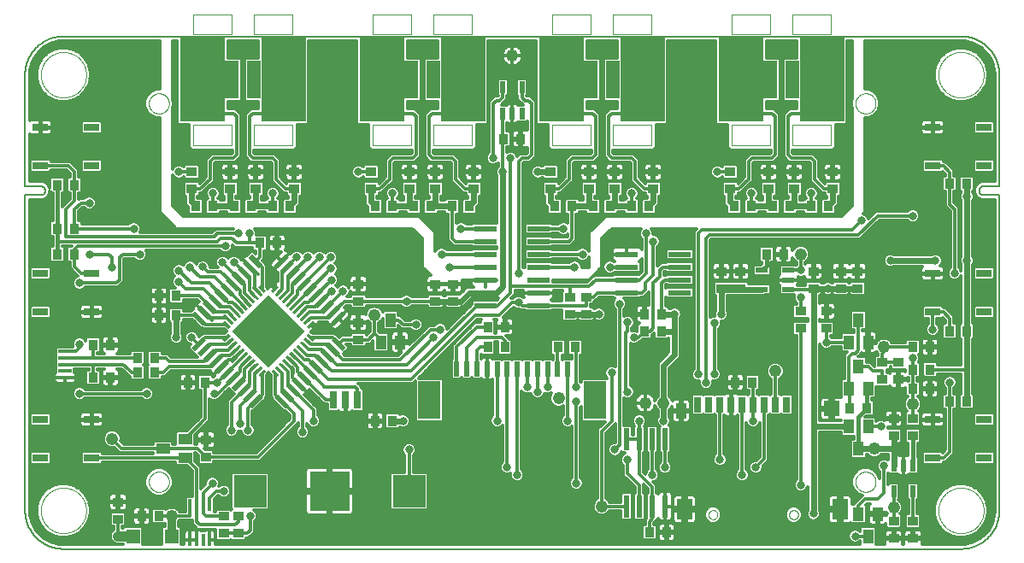
<source format=gtl>
G75*
%MOIN*%
%OFA0B0*%
%FSLAX25Y25*%
%IPPOS*%
%LPD*%
%AMOC8*
5,1,8,0,0,1.08239X$1,22.5*
%
%ADD10C,0.00500*%
%ADD11C,0.00000*%
%ADD12R,0.02756X0.06693*%
%ADD13R,0.04724X0.02165*%
%ADD14R,0.04000X0.03700*%
%ADD15R,0.02165X0.04724*%
%ADD16R,0.03700X0.04000*%
%ADD17R,0.08700X0.02400*%
%ADD18R,0.17717X0.33071*%
%ADD19C,0.00394*%
%ADD20R,0.05512X0.14961*%
%ADD21R,0.06000X0.03000*%
%ADD22R,0.05512X0.05512*%
%ADD23R,0.05315X0.01575*%
%ADD24C,0.02805*%
%ADD25R,0.06102X0.06476*%
%ADD26R,0.06102X0.05906*%
%ADD27C,0.04762*%
%ADD28R,0.15600X0.15600*%
%ADD29R,0.12500X0.12500*%
%ADD30R,0.02362X0.08661*%
%ADD31R,0.03150X0.01181*%
%ADD32R,0.20000X0.20000*%
%ADD33R,0.03000X0.06000*%
%ADD34R,0.04000X0.06000*%
%ADD35R,0.06000X0.08000*%
%ADD36R,0.06000X0.06000*%
%ADD37R,0.03937X0.05512*%
%ADD38R,0.01969X0.05906*%
%ADD39R,0.08661X0.14961*%
%ADD40R,0.05906X0.01969*%
%ADD41R,0.01378X0.04724*%
%ADD42R,0.05512X0.03937*%
%ADD43C,0.03300*%
%ADD44C,0.01200*%
%ADD45C,0.02400*%
%ADD46C,0.01600*%
%ADD47C,0.03200*%
%ADD48C,0.04000*%
D10*
X0177595Y0163933D02*
X0527595Y0163933D01*
X0527957Y0163937D01*
X0528320Y0163951D01*
X0528682Y0163972D01*
X0529043Y0164003D01*
X0529403Y0164042D01*
X0529762Y0164090D01*
X0530120Y0164147D01*
X0530477Y0164212D01*
X0530832Y0164286D01*
X0531185Y0164369D01*
X0531536Y0164460D01*
X0531884Y0164559D01*
X0532230Y0164667D01*
X0532574Y0164783D01*
X0532914Y0164908D01*
X0533251Y0165040D01*
X0533585Y0165181D01*
X0533916Y0165330D01*
X0534243Y0165487D01*
X0534566Y0165651D01*
X0534885Y0165823D01*
X0535199Y0166003D01*
X0535510Y0166191D01*
X0535815Y0166386D01*
X0536116Y0166588D01*
X0536412Y0166798D01*
X0536702Y0167014D01*
X0536988Y0167238D01*
X0537268Y0167468D01*
X0537542Y0167705D01*
X0537810Y0167949D01*
X0538073Y0168199D01*
X0538329Y0168455D01*
X0538579Y0168718D01*
X0538823Y0168986D01*
X0539060Y0169260D01*
X0539290Y0169540D01*
X0539514Y0169826D01*
X0539730Y0170116D01*
X0539940Y0170412D01*
X0540142Y0170713D01*
X0540337Y0171018D01*
X0540525Y0171329D01*
X0540705Y0171643D01*
X0540877Y0171962D01*
X0541041Y0172285D01*
X0541198Y0172612D01*
X0541347Y0172943D01*
X0541488Y0173277D01*
X0541620Y0173614D01*
X0541745Y0173954D01*
X0541861Y0174298D01*
X0541969Y0174644D01*
X0542068Y0174992D01*
X0542159Y0175343D01*
X0542242Y0175696D01*
X0542316Y0176051D01*
X0542381Y0176408D01*
X0542438Y0176766D01*
X0542486Y0177125D01*
X0542525Y0177485D01*
X0542556Y0177846D01*
X0542577Y0178208D01*
X0542591Y0178571D01*
X0542595Y0178933D01*
X0542595Y0302004D01*
X0536493Y0302004D01*
X0536411Y0302006D01*
X0536330Y0302012D01*
X0536248Y0302021D01*
X0536167Y0302034D01*
X0536087Y0302051D01*
X0536008Y0302072D01*
X0535930Y0302096D01*
X0535853Y0302124D01*
X0535777Y0302155D01*
X0535703Y0302190D01*
X0535631Y0302228D01*
X0535560Y0302269D01*
X0535492Y0302314D01*
X0535425Y0302362D01*
X0535361Y0302413D01*
X0535299Y0302466D01*
X0535240Y0302523D01*
X0535183Y0302582D01*
X0535130Y0302644D01*
X0535079Y0302708D01*
X0535031Y0302775D01*
X0534986Y0302843D01*
X0534945Y0302914D01*
X0534907Y0302986D01*
X0534872Y0303060D01*
X0534841Y0303136D01*
X0534813Y0303213D01*
X0534789Y0303291D01*
X0534768Y0303370D01*
X0534751Y0303450D01*
X0534738Y0303531D01*
X0534729Y0303613D01*
X0534723Y0303694D01*
X0534721Y0303776D01*
X0534723Y0303858D01*
X0534729Y0303939D01*
X0534738Y0304021D01*
X0534751Y0304102D01*
X0534768Y0304182D01*
X0534789Y0304261D01*
X0534813Y0304339D01*
X0534841Y0304416D01*
X0534872Y0304492D01*
X0534907Y0304566D01*
X0534945Y0304638D01*
X0534986Y0304709D01*
X0535031Y0304777D01*
X0535079Y0304844D01*
X0535130Y0304908D01*
X0535183Y0304970D01*
X0535240Y0305029D01*
X0535299Y0305086D01*
X0535361Y0305139D01*
X0535425Y0305190D01*
X0535492Y0305238D01*
X0535560Y0305283D01*
X0535631Y0305324D01*
X0535703Y0305362D01*
X0535777Y0305397D01*
X0535853Y0305428D01*
X0535930Y0305456D01*
X0536008Y0305480D01*
X0536087Y0305501D01*
X0536167Y0305518D01*
X0536248Y0305531D01*
X0536330Y0305540D01*
X0536411Y0305546D01*
X0536493Y0305548D01*
X0536493Y0305547D02*
X0542595Y0305547D01*
X0542595Y0348933D01*
X0542591Y0349295D01*
X0542577Y0349658D01*
X0542556Y0350020D01*
X0542525Y0350381D01*
X0542486Y0350741D01*
X0542438Y0351100D01*
X0542381Y0351458D01*
X0542316Y0351815D01*
X0542242Y0352170D01*
X0542159Y0352523D01*
X0542068Y0352874D01*
X0541969Y0353222D01*
X0541861Y0353568D01*
X0541745Y0353912D01*
X0541620Y0354252D01*
X0541488Y0354589D01*
X0541347Y0354923D01*
X0541198Y0355254D01*
X0541041Y0355581D01*
X0540877Y0355904D01*
X0540705Y0356223D01*
X0540525Y0356537D01*
X0540337Y0356848D01*
X0540142Y0357153D01*
X0539940Y0357454D01*
X0539730Y0357750D01*
X0539514Y0358040D01*
X0539290Y0358326D01*
X0539060Y0358606D01*
X0538823Y0358880D01*
X0538579Y0359148D01*
X0538329Y0359411D01*
X0538073Y0359667D01*
X0537810Y0359917D01*
X0537542Y0360161D01*
X0537268Y0360398D01*
X0536988Y0360628D01*
X0536702Y0360852D01*
X0536412Y0361068D01*
X0536116Y0361278D01*
X0535815Y0361480D01*
X0535510Y0361675D01*
X0535199Y0361863D01*
X0534885Y0362043D01*
X0534566Y0362215D01*
X0534243Y0362379D01*
X0533916Y0362536D01*
X0533585Y0362685D01*
X0533251Y0362826D01*
X0532914Y0362958D01*
X0532574Y0363083D01*
X0532230Y0363199D01*
X0531884Y0363307D01*
X0531536Y0363406D01*
X0531185Y0363497D01*
X0530832Y0363580D01*
X0530477Y0363654D01*
X0530120Y0363719D01*
X0529762Y0363776D01*
X0529403Y0363824D01*
X0529043Y0363863D01*
X0528682Y0363894D01*
X0528320Y0363915D01*
X0527957Y0363929D01*
X0527595Y0363933D01*
X0177595Y0363933D01*
X0177233Y0363929D01*
X0176870Y0363915D01*
X0176508Y0363894D01*
X0176147Y0363863D01*
X0175787Y0363824D01*
X0175428Y0363776D01*
X0175070Y0363719D01*
X0174713Y0363654D01*
X0174358Y0363580D01*
X0174005Y0363497D01*
X0173654Y0363406D01*
X0173306Y0363307D01*
X0172960Y0363199D01*
X0172616Y0363083D01*
X0172276Y0362958D01*
X0171939Y0362826D01*
X0171605Y0362685D01*
X0171274Y0362536D01*
X0170947Y0362379D01*
X0170624Y0362215D01*
X0170305Y0362043D01*
X0169991Y0361863D01*
X0169680Y0361675D01*
X0169375Y0361480D01*
X0169074Y0361278D01*
X0168778Y0361068D01*
X0168488Y0360852D01*
X0168202Y0360628D01*
X0167922Y0360398D01*
X0167648Y0360161D01*
X0167380Y0359917D01*
X0167117Y0359667D01*
X0166861Y0359411D01*
X0166611Y0359148D01*
X0166367Y0358880D01*
X0166130Y0358606D01*
X0165900Y0358326D01*
X0165676Y0358040D01*
X0165460Y0357750D01*
X0165250Y0357454D01*
X0165048Y0357153D01*
X0164853Y0356848D01*
X0164665Y0356537D01*
X0164485Y0356223D01*
X0164313Y0355904D01*
X0164149Y0355581D01*
X0163992Y0355254D01*
X0163843Y0354923D01*
X0163702Y0354589D01*
X0163570Y0354252D01*
X0163445Y0353912D01*
X0163329Y0353568D01*
X0163221Y0353222D01*
X0163122Y0352874D01*
X0163031Y0352523D01*
X0162948Y0352170D01*
X0162874Y0351815D01*
X0162809Y0351458D01*
X0162752Y0351100D01*
X0162704Y0350741D01*
X0162665Y0350381D01*
X0162634Y0350020D01*
X0162613Y0349658D01*
X0162599Y0349295D01*
X0162595Y0348933D01*
X0162595Y0305547D01*
X0168698Y0305547D01*
X0168698Y0305548D02*
X0168780Y0305546D01*
X0168861Y0305540D01*
X0168943Y0305531D01*
X0169024Y0305518D01*
X0169104Y0305501D01*
X0169183Y0305480D01*
X0169261Y0305456D01*
X0169338Y0305428D01*
X0169414Y0305397D01*
X0169488Y0305362D01*
X0169560Y0305324D01*
X0169631Y0305283D01*
X0169699Y0305238D01*
X0169766Y0305190D01*
X0169830Y0305139D01*
X0169892Y0305086D01*
X0169951Y0305029D01*
X0170008Y0304970D01*
X0170061Y0304908D01*
X0170112Y0304844D01*
X0170160Y0304777D01*
X0170205Y0304709D01*
X0170246Y0304638D01*
X0170284Y0304566D01*
X0170319Y0304492D01*
X0170350Y0304416D01*
X0170378Y0304339D01*
X0170402Y0304261D01*
X0170423Y0304182D01*
X0170440Y0304102D01*
X0170453Y0304021D01*
X0170462Y0303939D01*
X0170468Y0303858D01*
X0170470Y0303776D01*
X0170468Y0303694D01*
X0170462Y0303613D01*
X0170453Y0303531D01*
X0170440Y0303450D01*
X0170423Y0303370D01*
X0170402Y0303291D01*
X0170378Y0303213D01*
X0170350Y0303136D01*
X0170319Y0303060D01*
X0170284Y0302986D01*
X0170246Y0302914D01*
X0170205Y0302843D01*
X0170160Y0302775D01*
X0170112Y0302708D01*
X0170061Y0302644D01*
X0170008Y0302582D01*
X0169951Y0302523D01*
X0169892Y0302466D01*
X0169830Y0302413D01*
X0169766Y0302362D01*
X0169699Y0302314D01*
X0169631Y0302269D01*
X0169560Y0302228D01*
X0169488Y0302190D01*
X0169414Y0302155D01*
X0169338Y0302124D01*
X0169261Y0302096D01*
X0169183Y0302072D01*
X0169104Y0302051D01*
X0169024Y0302034D01*
X0168943Y0302021D01*
X0168861Y0302012D01*
X0168780Y0302006D01*
X0168698Y0302004D01*
X0162595Y0302004D01*
X0162595Y0178933D01*
X0162599Y0178571D01*
X0162613Y0178208D01*
X0162634Y0177846D01*
X0162665Y0177485D01*
X0162704Y0177125D01*
X0162752Y0176766D01*
X0162809Y0176408D01*
X0162874Y0176051D01*
X0162948Y0175696D01*
X0163031Y0175343D01*
X0163122Y0174992D01*
X0163221Y0174644D01*
X0163329Y0174298D01*
X0163445Y0173954D01*
X0163570Y0173614D01*
X0163702Y0173277D01*
X0163843Y0172943D01*
X0163992Y0172612D01*
X0164149Y0172285D01*
X0164313Y0171962D01*
X0164485Y0171643D01*
X0164665Y0171329D01*
X0164853Y0171018D01*
X0165048Y0170713D01*
X0165250Y0170412D01*
X0165460Y0170116D01*
X0165676Y0169826D01*
X0165900Y0169540D01*
X0166130Y0169260D01*
X0166367Y0168986D01*
X0166611Y0168718D01*
X0166861Y0168455D01*
X0167117Y0168199D01*
X0167380Y0167949D01*
X0167648Y0167705D01*
X0167922Y0167468D01*
X0168202Y0167238D01*
X0168488Y0167014D01*
X0168778Y0166798D01*
X0169074Y0166588D01*
X0169375Y0166386D01*
X0169680Y0166191D01*
X0169991Y0166003D01*
X0170305Y0165823D01*
X0170624Y0165651D01*
X0170947Y0165487D01*
X0171274Y0165330D01*
X0171605Y0165181D01*
X0171939Y0165040D01*
X0172276Y0164908D01*
X0172616Y0164783D01*
X0172960Y0164667D01*
X0173306Y0164559D01*
X0173654Y0164460D01*
X0174005Y0164369D01*
X0174358Y0164286D01*
X0174713Y0164212D01*
X0175070Y0164147D01*
X0175428Y0164090D01*
X0175787Y0164042D01*
X0176147Y0164003D01*
X0176508Y0163972D01*
X0176870Y0163951D01*
X0177233Y0163937D01*
X0177595Y0163933D01*
D11*
X0168737Y0178933D02*
X0168740Y0179150D01*
X0168748Y0179368D01*
X0168761Y0179585D01*
X0168780Y0179801D01*
X0168804Y0180017D01*
X0168833Y0180233D01*
X0168867Y0180447D01*
X0168907Y0180661D01*
X0168952Y0180874D01*
X0169002Y0181085D01*
X0169058Y0181296D01*
X0169118Y0181504D01*
X0169184Y0181712D01*
X0169255Y0181917D01*
X0169331Y0182121D01*
X0169411Y0182323D01*
X0169497Y0182523D01*
X0169587Y0182720D01*
X0169683Y0182916D01*
X0169783Y0183109D01*
X0169888Y0183299D01*
X0169997Y0183487D01*
X0170111Y0183672D01*
X0170230Y0183854D01*
X0170353Y0184034D01*
X0170480Y0184210D01*
X0170612Y0184383D01*
X0170748Y0184552D01*
X0170888Y0184719D01*
X0171032Y0184882D01*
X0171180Y0185041D01*
X0171331Y0185197D01*
X0171487Y0185348D01*
X0171646Y0185496D01*
X0171809Y0185640D01*
X0171976Y0185780D01*
X0172145Y0185916D01*
X0172318Y0186048D01*
X0172494Y0186175D01*
X0172674Y0186298D01*
X0172856Y0186417D01*
X0173041Y0186531D01*
X0173229Y0186640D01*
X0173419Y0186745D01*
X0173612Y0186845D01*
X0173808Y0186941D01*
X0174005Y0187031D01*
X0174205Y0187117D01*
X0174407Y0187197D01*
X0174611Y0187273D01*
X0174816Y0187344D01*
X0175024Y0187410D01*
X0175232Y0187470D01*
X0175443Y0187526D01*
X0175654Y0187576D01*
X0175867Y0187621D01*
X0176081Y0187661D01*
X0176295Y0187695D01*
X0176511Y0187724D01*
X0176727Y0187748D01*
X0176943Y0187767D01*
X0177160Y0187780D01*
X0177378Y0187788D01*
X0177595Y0187791D01*
X0177812Y0187788D01*
X0178030Y0187780D01*
X0178247Y0187767D01*
X0178463Y0187748D01*
X0178679Y0187724D01*
X0178895Y0187695D01*
X0179109Y0187661D01*
X0179323Y0187621D01*
X0179536Y0187576D01*
X0179747Y0187526D01*
X0179958Y0187470D01*
X0180166Y0187410D01*
X0180374Y0187344D01*
X0180579Y0187273D01*
X0180783Y0187197D01*
X0180985Y0187117D01*
X0181185Y0187031D01*
X0181382Y0186941D01*
X0181578Y0186845D01*
X0181771Y0186745D01*
X0181961Y0186640D01*
X0182149Y0186531D01*
X0182334Y0186417D01*
X0182516Y0186298D01*
X0182696Y0186175D01*
X0182872Y0186048D01*
X0183045Y0185916D01*
X0183214Y0185780D01*
X0183381Y0185640D01*
X0183544Y0185496D01*
X0183703Y0185348D01*
X0183859Y0185197D01*
X0184010Y0185041D01*
X0184158Y0184882D01*
X0184302Y0184719D01*
X0184442Y0184552D01*
X0184578Y0184383D01*
X0184710Y0184210D01*
X0184837Y0184034D01*
X0184960Y0183854D01*
X0185079Y0183672D01*
X0185193Y0183487D01*
X0185302Y0183299D01*
X0185407Y0183109D01*
X0185507Y0182916D01*
X0185603Y0182720D01*
X0185693Y0182523D01*
X0185779Y0182323D01*
X0185859Y0182121D01*
X0185935Y0181917D01*
X0186006Y0181712D01*
X0186072Y0181504D01*
X0186132Y0181296D01*
X0186188Y0181085D01*
X0186238Y0180874D01*
X0186283Y0180661D01*
X0186323Y0180447D01*
X0186357Y0180233D01*
X0186386Y0180017D01*
X0186410Y0179801D01*
X0186429Y0179585D01*
X0186442Y0179368D01*
X0186450Y0179150D01*
X0186453Y0178933D01*
X0186450Y0178716D01*
X0186442Y0178498D01*
X0186429Y0178281D01*
X0186410Y0178065D01*
X0186386Y0177849D01*
X0186357Y0177633D01*
X0186323Y0177419D01*
X0186283Y0177205D01*
X0186238Y0176992D01*
X0186188Y0176781D01*
X0186132Y0176570D01*
X0186072Y0176362D01*
X0186006Y0176154D01*
X0185935Y0175949D01*
X0185859Y0175745D01*
X0185779Y0175543D01*
X0185693Y0175343D01*
X0185603Y0175146D01*
X0185507Y0174950D01*
X0185407Y0174757D01*
X0185302Y0174567D01*
X0185193Y0174379D01*
X0185079Y0174194D01*
X0184960Y0174012D01*
X0184837Y0173832D01*
X0184710Y0173656D01*
X0184578Y0173483D01*
X0184442Y0173314D01*
X0184302Y0173147D01*
X0184158Y0172984D01*
X0184010Y0172825D01*
X0183859Y0172669D01*
X0183703Y0172518D01*
X0183544Y0172370D01*
X0183381Y0172226D01*
X0183214Y0172086D01*
X0183045Y0171950D01*
X0182872Y0171818D01*
X0182696Y0171691D01*
X0182516Y0171568D01*
X0182334Y0171449D01*
X0182149Y0171335D01*
X0181961Y0171226D01*
X0181771Y0171121D01*
X0181578Y0171021D01*
X0181382Y0170925D01*
X0181185Y0170835D01*
X0180985Y0170749D01*
X0180783Y0170669D01*
X0180579Y0170593D01*
X0180374Y0170522D01*
X0180166Y0170456D01*
X0179958Y0170396D01*
X0179747Y0170340D01*
X0179536Y0170290D01*
X0179323Y0170245D01*
X0179109Y0170205D01*
X0178895Y0170171D01*
X0178679Y0170142D01*
X0178463Y0170118D01*
X0178247Y0170099D01*
X0178030Y0170086D01*
X0177812Y0170078D01*
X0177595Y0170075D01*
X0177378Y0170078D01*
X0177160Y0170086D01*
X0176943Y0170099D01*
X0176727Y0170118D01*
X0176511Y0170142D01*
X0176295Y0170171D01*
X0176081Y0170205D01*
X0175867Y0170245D01*
X0175654Y0170290D01*
X0175443Y0170340D01*
X0175232Y0170396D01*
X0175024Y0170456D01*
X0174816Y0170522D01*
X0174611Y0170593D01*
X0174407Y0170669D01*
X0174205Y0170749D01*
X0174005Y0170835D01*
X0173808Y0170925D01*
X0173612Y0171021D01*
X0173419Y0171121D01*
X0173229Y0171226D01*
X0173041Y0171335D01*
X0172856Y0171449D01*
X0172674Y0171568D01*
X0172494Y0171691D01*
X0172318Y0171818D01*
X0172145Y0171950D01*
X0171976Y0172086D01*
X0171809Y0172226D01*
X0171646Y0172370D01*
X0171487Y0172518D01*
X0171331Y0172669D01*
X0171180Y0172825D01*
X0171032Y0172984D01*
X0170888Y0173147D01*
X0170748Y0173314D01*
X0170612Y0173483D01*
X0170480Y0173656D01*
X0170353Y0173832D01*
X0170230Y0174012D01*
X0170111Y0174194D01*
X0169997Y0174379D01*
X0169888Y0174567D01*
X0169783Y0174757D01*
X0169683Y0174950D01*
X0169587Y0175146D01*
X0169497Y0175343D01*
X0169411Y0175543D01*
X0169331Y0175745D01*
X0169255Y0175949D01*
X0169184Y0176154D01*
X0169118Y0176362D01*
X0169058Y0176570D01*
X0169002Y0176781D01*
X0168952Y0176992D01*
X0168907Y0177205D01*
X0168867Y0177419D01*
X0168833Y0177633D01*
X0168804Y0177849D01*
X0168780Y0178065D01*
X0168761Y0178281D01*
X0168748Y0178498D01*
X0168740Y0178716D01*
X0168737Y0178933D01*
X0210863Y0190114D02*
X0210865Y0190239D01*
X0210871Y0190364D01*
X0210881Y0190488D01*
X0210895Y0190612D01*
X0210912Y0190736D01*
X0210934Y0190859D01*
X0210960Y0190981D01*
X0210989Y0191103D01*
X0211022Y0191223D01*
X0211060Y0191342D01*
X0211100Y0191461D01*
X0211145Y0191577D01*
X0211193Y0191692D01*
X0211245Y0191806D01*
X0211301Y0191918D01*
X0211360Y0192028D01*
X0211422Y0192136D01*
X0211488Y0192243D01*
X0211557Y0192347D01*
X0211630Y0192448D01*
X0211705Y0192548D01*
X0211784Y0192645D01*
X0211866Y0192739D01*
X0211951Y0192831D01*
X0212038Y0192920D01*
X0212129Y0193006D01*
X0212222Y0193089D01*
X0212318Y0193170D01*
X0212416Y0193247D01*
X0212516Y0193321D01*
X0212619Y0193392D01*
X0212724Y0193459D01*
X0212832Y0193524D01*
X0212941Y0193584D01*
X0213052Y0193642D01*
X0213165Y0193695D01*
X0213279Y0193745D01*
X0213395Y0193792D01*
X0213512Y0193834D01*
X0213631Y0193873D01*
X0213751Y0193909D01*
X0213872Y0193940D01*
X0213994Y0193968D01*
X0214116Y0193991D01*
X0214240Y0194011D01*
X0214364Y0194027D01*
X0214488Y0194039D01*
X0214613Y0194047D01*
X0214738Y0194051D01*
X0214862Y0194051D01*
X0214987Y0194047D01*
X0215112Y0194039D01*
X0215236Y0194027D01*
X0215360Y0194011D01*
X0215484Y0193991D01*
X0215606Y0193968D01*
X0215728Y0193940D01*
X0215849Y0193909D01*
X0215969Y0193873D01*
X0216088Y0193834D01*
X0216205Y0193792D01*
X0216321Y0193745D01*
X0216435Y0193695D01*
X0216548Y0193642D01*
X0216659Y0193584D01*
X0216769Y0193524D01*
X0216876Y0193459D01*
X0216981Y0193392D01*
X0217084Y0193321D01*
X0217184Y0193247D01*
X0217282Y0193170D01*
X0217378Y0193089D01*
X0217471Y0193006D01*
X0217562Y0192920D01*
X0217649Y0192831D01*
X0217734Y0192739D01*
X0217816Y0192645D01*
X0217895Y0192548D01*
X0217970Y0192448D01*
X0218043Y0192347D01*
X0218112Y0192243D01*
X0218178Y0192136D01*
X0218240Y0192028D01*
X0218299Y0191918D01*
X0218355Y0191806D01*
X0218407Y0191692D01*
X0218455Y0191577D01*
X0218500Y0191461D01*
X0218540Y0191342D01*
X0218578Y0191223D01*
X0218611Y0191103D01*
X0218640Y0190981D01*
X0218666Y0190859D01*
X0218688Y0190736D01*
X0218705Y0190612D01*
X0218719Y0190488D01*
X0218729Y0190364D01*
X0218735Y0190239D01*
X0218737Y0190114D01*
X0218735Y0189989D01*
X0218729Y0189864D01*
X0218719Y0189740D01*
X0218705Y0189616D01*
X0218688Y0189492D01*
X0218666Y0189369D01*
X0218640Y0189247D01*
X0218611Y0189125D01*
X0218578Y0189005D01*
X0218540Y0188886D01*
X0218500Y0188767D01*
X0218455Y0188651D01*
X0218407Y0188536D01*
X0218355Y0188422D01*
X0218299Y0188310D01*
X0218240Y0188200D01*
X0218178Y0188092D01*
X0218112Y0187985D01*
X0218043Y0187881D01*
X0217970Y0187780D01*
X0217895Y0187680D01*
X0217816Y0187583D01*
X0217734Y0187489D01*
X0217649Y0187397D01*
X0217562Y0187308D01*
X0217471Y0187222D01*
X0217378Y0187139D01*
X0217282Y0187058D01*
X0217184Y0186981D01*
X0217084Y0186907D01*
X0216981Y0186836D01*
X0216876Y0186769D01*
X0216768Y0186704D01*
X0216659Y0186644D01*
X0216548Y0186586D01*
X0216435Y0186533D01*
X0216321Y0186483D01*
X0216205Y0186436D01*
X0216088Y0186394D01*
X0215969Y0186355D01*
X0215849Y0186319D01*
X0215728Y0186288D01*
X0215606Y0186260D01*
X0215484Y0186237D01*
X0215360Y0186217D01*
X0215236Y0186201D01*
X0215112Y0186189D01*
X0214987Y0186181D01*
X0214862Y0186177D01*
X0214738Y0186177D01*
X0214613Y0186181D01*
X0214488Y0186189D01*
X0214364Y0186201D01*
X0214240Y0186217D01*
X0214116Y0186237D01*
X0213994Y0186260D01*
X0213872Y0186288D01*
X0213751Y0186319D01*
X0213631Y0186355D01*
X0213512Y0186394D01*
X0213395Y0186436D01*
X0213279Y0186483D01*
X0213165Y0186533D01*
X0213052Y0186586D01*
X0212941Y0186644D01*
X0212831Y0186704D01*
X0212724Y0186769D01*
X0212619Y0186836D01*
X0212516Y0186907D01*
X0212416Y0186981D01*
X0212318Y0187058D01*
X0212222Y0187139D01*
X0212129Y0187222D01*
X0212038Y0187308D01*
X0211951Y0187397D01*
X0211866Y0187489D01*
X0211784Y0187583D01*
X0211705Y0187680D01*
X0211630Y0187780D01*
X0211557Y0187881D01*
X0211488Y0187985D01*
X0211422Y0188092D01*
X0211360Y0188200D01*
X0211301Y0188310D01*
X0211245Y0188422D01*
X0211193Y0188536D01*
X0211145Y0188651D01*
X0211100Y0188767D01*
X0211060Y0188886D01*
X0211022Y0189005D01*
X0210989Y0189125D01*
X0210960Y0189247D01*
X0210934Y0189369D01*
X0210912Y0189492D01*
X0210895Y0189616D01*
X0210881Y0189740D01*
X0210871Y0189864D01*
X0210865Y0189989D01*
X0210863Y0190114D01*
X0210863Y0337752D02*
X0210865Y0337877D01*
X0210871Y0338002D01*
X0210881Y0338126D01*
X0210895Y0338250D01*
X0210912Y0338374D01*
X0210934Y0338497D01*
X0210960Y0338619D01*
X0210989Y0338741D01*
X0211022Y0338861D01*
X0211060Y0338980D01*
X0211100Y0339099D01*
X0211145Y0339215D01*
X0211193Y0339330D01*
X0211245Y0339444D01*
X0211301Y0339556D01*
X0211360Y0339666D01*
X0211422Y0339774D01*
X0211488Y0339881D01*
X0211557Y0339985D01*
X0211630Y0340086D01*
X0211705Y0340186D01*
X0211784Y0340283D01*
X0211866Y0340377D01*
X0211951Y0340469D01*
X0212038Y0340558D01*
X0212129Y0340644D01*
X0212222Y0340727D01*
X0212318Y0340808D01*
X0212416Y0340885D01*
X0212516Y0340959D01*
X0212619Y0341030D01*
X0212724Y0341097D01*
X0212832Y0341162D01*
X0212941Y0341222D01*
X0213052Y0341280D01*
X0213165Y0341333D01*
X0213279Y0341383D01*
X0213395Y0341430D01*
X0213512Y0341472D01*
X0213631Y0341511D01*
X0213751Y0341547D01*
X0213872Y0341578D01*
X0213994Y0341606D01*
X0214116Y0341629D01*
X0214240Y0341649D01*
X0214364Y0341665D01*
X0214488Y0341677D01*
X0214613Y0341685D01*
X0214738Y0341689D01*
X0214862Y0341689D01*
X0214987Y0341685D01*
X0215112Y0341677D01*
X0215236Y0341665D01*
X0215360Y0341649D01*
X0215484Y0341629D01*
X0215606Y0341606D01*
X0215728Y0341578D01*
X0215849Y0341547D01*
X0215969Y0341511D01*
X0216088Y0341472D01*
X0216205Y0341430D01*
X0216321Y0341383D01*
X0216435Y0341333D01*
X0216548Y0341280D01*
X0216659Y0341222D01*
X0216769Y0341162D01*
X0216876Y0341097D01*
X0216981Y0341030D01*
X0217084Y0340959D01*
X0217184Y0340885D01*
X0217282Y0340808D01*
X0217378Y0340727D01*
X0217471Y0340644D01*
X0217562Y0340558D01*
X0217649Y0340469D01*
X0217734Y0340377D01*
X0217816Y0340283D01*
X0217895Y0340186D01*
X0217970Y0340086D01*
X0218043Y0339985D01*
X0218112Y0339881D01*
X0218178Y0339774D01*
X0218240Y0339666D01*
X0218299Y0339556D01*
X0218355Y0339444D01*
X0218407Y0339330D01*
X0218455Y0339215D01*
X0218500Y0339099D01*
X0218540Y0338980D01*
X0218578Y0338861D01*
X0218611Y0338741D01*
X0218640Y0338619D01*
X0218666Y0338497D01*
X0218688Y0338374D01*
X0218705Y0338250D01*
X0218719Y0338126D01*
X0218729Y0338002D01*
X0218735Y0337877D01*
X0218737Y0337752D01*
X0218735Y0337627D01*
X0218729Y0337502D01*
X0218719Y0337378D01*
X0218705Y0337254D01*
X0218688Y0337130D01*
X0218666Y0337007D01*
X0218640Y0336885D01*
X0218611Y0336763D01*
X0218578Y0336643D01*
X0218540Y0336524D01*
X0218500Y0336405D01*
X0218455Y0336289D01*
X0218407Y0336174D01*
X0218355Y0336060D01*
X0218299Y0335948D01*
X0218240Y0335838D01*
X0218178Y0335730D01*
X0218112Y0335623D01*
X0218043Y0335519D01*
X0217970Y0335418D01*
X0217895Y0335318D01*
X0217816Y0335221D01*
X0217734Y0335127D01*
X0217649Y0335035D01*
X0217562Y0334946D01*
X0217471Y0334860D01*
X0217378Y0334777D01*
X0217282Y0334696D01*
X0217184Y0334619D01*
X0217084Y0334545D01*
X0216981Y0334474D01*
X0216876Y0334407D01*
X0216768Y0334342D01*
X0216659Y0334282D01*
X0216548Y0334224D01*
X0216435Y0334171D01*
X0216321Y0334121D01*
X0216205Y0334074D01*
X0216088Y0334032D01*
X0215969Y0333993D01*
X0215849Y0333957D01*
X0215728Y0333926D01*
X0215606Y0333898D01*
X0215484Y0333875D01*
X0215360Y0333855D01*
X0215236Y0333839D01*
X0215112Y0333827D01*
X0214987Y0333819D01*
X0214862Y0333815D01*
X0214738Y0333815D01*
X0214613Y0333819D01*
X0214488Y0333827D01*
X0214364Y0333839D01*
X0214240Y0333855D01*
X0214116Y0333875D01*
X0213994Y0333898D01*
X0213872Y0333926D01*
X0213751Y0333957D01*
X0213631Y0333993D01*
X0213512Y0334032D01*
X0213395Y0334074D01*
X0213279Y0334121D01*
X0213165Y0334171D01*
X0213052Y0334224D01*
X0212941Y0334282D01*
X0212831Y0334342D01*
X0212724Y0334407D01*
X0212619Y0334474D01*
X0212516Y0334545D01*
X0212416Y0334619D01*
X0212318Y0334696D01*
X0212222Y0334777D01*
X0212129Y0334860D01*
X0212038Y0334946D01*
X0211951Y0335035D01*
X0211866Y0335127D01*
X0211784Y0335221D01*
X0211705Y0335318D01*
X0211630Y0335418D01*
X0211557Y0335519D01*
X0211488Y0335623D01*
X0211422Y0335730D01*
X0211360Y0335838D01*
X0211301Y0335948D01*
X0211245Y0336060D01*
X0211193Y0336174D01*
X0211145Y0336289D01*
X0211100Y0336405D01*
X0211060Y0336524D01*
X0211022Y0336643D01*
X0210989Y0336763D01*
X0210960Y0336885D01*
X0210934Y0337007D01*
X0210912Y0337130D01*
X0210895Y0337254D01*
X0210881Y0337378D01*
X0210871Y0337502D01*
X0210865Y0337627D01*
X0210863Y0337752D01*
X0168737Y0348933D02*
X0168740Y0349150D01*
X0168748Y0349368D01*
X0168761Y0349585D01*
X0168780Y0349801D01*
X0168804Y0350017D01*
X0168833Y0350233D01*
X0168867Y0350447D01*
X0168907Y0350661D01*
X0168952Y0350874D01*
X0169002Y0351085D01*
X0169058Y0351296D01*
X0169118Y0351504D01*
X0169184Y0351712D01*
X0169255Y0351917D01*
X0169331Y0352121D01*
X0169411Y0352323D01*
X0169497Y0352523D01*
X0169587Y0352720D01*
X0169683Y0352916D01*
X0169783Y0353109D01*
X0169888Y0353299D01*
X0169997Y0353487D01*
X0170111Y0353672D01*
X0170230Y0353854D01*
X0170353Y0354034D01*
X0170480Y0354210D01*
X0170612Y0354383D01*
X0170748Y0354552D01*
X0170888Y0354719D01*
X0171032Y0354882D01*
X0171180Y0355041D01*
X0171331Y0355197D01*
X0171487Y0355348D01*
X0171646Y0355496D01*
X0171809Y0355640D01*
X0171976Y0355780D01*
X0172145Y0355916D01*
X0172318Y0356048D01*
X0172494Y0356175D01*
X0172674Y0356298D01*
X0172856Y0356417D01*
X0173041Y0356531D01*
X0173229Y0356640D01*
X0173419Y0356745D01*
X0173612Y0356845D01*
X0173808Y0356941D01*
X0174005Y0357031D01*
X0174205Y0357117D01*
X0174407Y0357197D01*
X0174611Y0357273D01*
X0174816Y0357344D01*
X0175024Y0357410D01*
X0175232Y0357470D01*
X0175443Y0357526D01*
X0175654Y0357576D01*
X0175867Y0357621D01*
X0176081Y0357661D01*
X0176295Y0357695D01*
X0176511Y0357724D01*
X0176727Y0357748D01*
X0176943Y0357767D01*
X0177160Y0357780D01*
X0177378Y0357788D01*
X0177595Y0357791D01*
X0177812Y0357788D01*
X0178030Y0357780D01*
X0178247Y0357767D01*
X0178463Y0357748D01*
X0178679Y0357724D01*
X0178895Y0357695D01*
X0179109Y0357661D01*
X0179323Y0357621D01*
X0179536Y0357576D01*
X0179747Y0357526D01*
X0179958Y0357470D01*
X0180166Y0357410D01*
X0180374Y0357344D01*
X0180579Y0357273D01*
X0180783Y0357197D01*
X0180985Y0357117D01*
X0181185Y0357031D01*
X0181382Y0356941D01*
X0181578Y0356845D01*
X0181771Y0356745D01*
X0181961Y0356640D01*
X0182149Y0356531D01*
X0182334Y0356417D01*
X0182516Y0356298D01*
X0182696Y0356175D01*
X0182872Y0356048D01*
X0183045Y0355916D01*
X0183214Y0355780D01*
X0183381Y0355640D01*
X0183544Y0355496D01*
X0183703Y0355348D01*
X0183859Y0355197D01*
X0184010Y0355041D01*
X0184158Y0354882D01*
X0184302Y0354719D01*
X0184442Y0354552D01*
X0184578Y0354383D01*
X0184710Y0354210D01*
X0184837Y0354034D01*
X0184960Y0353854D01*
X0185079Y0353672D01*
X0185193Y0353487D01*
X0185302Y0353299D01*
X0185407Y0353109D01*
X0185507Y0352916D01*
X0185603Y0352720D01*
X0185693Y0352523D01*
X0185779Y0352323D01*
X0185859Y0352121D01*
X0185935Y0351917D01*
X0186006Y0351712D01*
X0186072Y0351504D01*
X0186132Y0351296D01*
X0186188Y0351085D01*
X0186238Y0350874D01*
X0186283Y0350661D01*
X0186323Y0350447D01*
X0186357Y0350233D01*
X0186386Y0350017D01*
X0186410Y0349801D01*
X0186429Y0349585D01*
X0186442Y0349368D01*
X0186450Y0349150D01*
X0186453Y0348933D01*
X0186450Y0348716D01*
X0186442Y0348498D01*
X0186429Y0348281D01*
X0186410Y0348065D01*
X0186386Y0347849D01*
X0186357Y0347633D01*
X0186323Y0347419D01*
X0186283Y0347205D01*
X0186238Y0346992D01*
X0186188Y0346781D01*
X0186132Y0346570D01*
X0186072Y0346362D01*
X0186006Y0346154D01*
X0185935Y0345949D01*
X0185859Y0345745D01*
X0185779Y0345543D01*
X0185693Y0345343D01*
X0185603Y0345146D01*
X0185507Y0344950D01*
X0185407Y0344757D01*
X0185302Y0344567D01*
X0185193Y0344379D01*
X0185079Y0344194D01*
X0184960Y0344012D01*
X0184837Y0343832D01*
X0184710Y0343656D01*
X0184578Y0343483D01*
X0184442Y0343314D01*
X0184302Y0343147D01*
X0184158Y0342984D01*
X0184010Y0342825D01*
X0183859Y0342669D01*
X0183703Y0342518D01*
X0183544Y0342370D01*
X0183381Y0342226D01*
X0183214Y0342086D01*
X0183045Y0341950D01*
X0182872Y0341818D01*
X0182696Y0341691D01*
X0182516Y0341568D01*
X0182334Y0341449D01*
X0182149Y0341335D01*
X0181961Y0341226D01*
X0181771Y0341121D01*
X0181578Y0341021D01*
X0181382Y0340925D01*
X0181185Y0340835D01*
X0180985Y0340749D01*
X0180783Y0340669D01*
X0180579Y0340593D01*
X0180374Y0340522D01*
X0180166Y0340456D01*
X0179958Y0340396D01*
X0179747Y0340340D01*
X0179536Y0340290D01*
X0179323Y0340245D01*
X0179109Y0340205D01*
X0178895Y0340171D01*
X0178679Y0340142D01*
X0178463Y0340118D01*
X0178247Y0340099D01*
X0178030Y0340086D01*
X0177812Y0340078D01*
X0177595Y0340075D01*
X0177378Y0340078D01*
X0177160Y0340086D01*
X0176943Y0340099D01*
X0176727Y0340118D01*
X0176511Y0340142D01*
X0176295Y0340171D01*
X0176081Y0340205D01*
X0175867Y0340245D01*
X0175654Y0340290D01*
X0175443Y0340340D01*
X0175232Y0340396D01*
X0175024Y0340456D01*
X0174816Y0340522D01*
X0174611Y0340593D01*
X0174407Y0340669D01*
X0174205Y0340749D01*
X0174005Y0340835D01*
X0173808Y0340925D01*
X0173612Y0341021D01*
X0173419Y0341121D01*
X0173229Y0341226D01*
X0173041Y0341335D01*
X0172856Y0341449D01*
X0172674Y0341568D01*
X0172494Y0341691D01*
X0172318Y0341818D01*
X0172145Y0341950D01*
X0171976Y0342086D01*
X0171809Y0342226D01*
X0171646Y0342370D01*
X0171487Y0342518D01*
X0171331Y0342669D01*
X0171180Y0342825D01*
X0171032Y0342984D01*
X0170888Y0343147D01*
X0170748Y0343314D01*
X0170612Y0343483D01*
X0170480Y0343656D01*
X0170353Y0343832D01*
X0170230Y0344012D01*
X0170111Y0344194D01*
X0169997Y0344379D01*
X0169888Y0344567D01*
X0169783Y0344757D01*
X0169683Y0344950D01*
X0169587Y0345146D01*
X0169497Y0345343D01*
X0169411Y0345543D01*
X0169331Y0345745D01*
X0169255Y0345949D01*
X0169184Y0346154D01*
X0169118Y0346362D01*
X0169058Y0346570D01*
X0169002Y0346781D01*
X0168952Y0346992D01*
X0168907Y0347205D01*
X0168867Y0347419D01*
X0168833Y0347633D01*
X0168804Y0347849D01*
X0168780Y0348065D01*
X0168761Y0348281D01*
X0168748Y0348498D01*
X0168740Y0348716D01*
X0168737Y0348933D01*
X0429109Y0177291D02*
X0429111Y0177374D01*
X0429117Y0177457D01*
X0429127Y0177540D01*
X0429141Y0177622D01*
X0429158Y0177704D01*
X0429180Y0177784D01*
X0429205Y0177863D01*
X0429234Y0177941D01*
X0429267Y0178018D01*
X0429304Y0178093D01*
X0429343Y0178166D01*
X0429387Y0178237D01*
X0429433Y0178306D01*
X0429483Y0178373D01*
X0429536Y0178437D01*
X0429592Y0178499D01*
X0429651Y0178558D01*
X0429713Y0178614D01*
X0429777Y0178667D01*
X0429844Y0178717D01*
X0429913Y0178763D01*
X0429984Y0178807D01*
X0430057Y0178846D01*
X0430132Y0178883D01*
X0430209Y0178916D01*
X0430287Y0178945D01*
X0430366Y0178970D01*
X0430446Y0178992D01*
X0430528Y0179009D01*
X0430610Y0179023D01*
X0430693Y0179033D01*
X0430776Y0179039D01*
X0430859Y0179041D01*
X0430942Y0179039D01*
X0431025Y0179033D01*
X0431108Y0179023D01*
X0431190Y0179009D01*
X0431272Y0178992D01*
X0431352Y0178970D01*
X0431431Y0178945D01*
X0431509Y0178916D01*
X0431586Y0178883D01*
X0431661Y0178846D01*
X0431734Y0178807D01*
X0431805Y0178763D01*
X0431874Y0178717D01*
X0431941Y0178667D01*
X0432005Y0178614D01*
X0432067Y0178558D01*
X0432126Y0178499D01*
X0432182Y0178437D01*
X0432235Y0178373D01*
X0432285Y0178306D01*
X0432331Y0178237D01*
X0432375Y0178166D01*
X0432414Y0178093D01*
X0432451Y0178018D01*
X0432484Y0177941D01*
X0432513Y0177863D01*
X0432538Y0177784D01*
X0432560Y0177704D01*
X0432577Y0177622D01*
X0432591Y0177540D01*
X0432601Y0177457D01*
X0432607Y0177374D01*
X0432609Y0177291D01*
X0432607Y0177208D01*
X0432601Y0177125D01*
X0432591Y0177042D01*
X0432577Y0176960D01*
X0432560Y0176878D01*
X0432538Y0176798D01*
X0432513Y0176719D01*
X0432484Y0176641D01*
X0432451Y0176564D01*
X0432414Y0176489D01*
X0432375Y0176416D01*
X0432331Y0176345D01*
X0432285Y0176276D01*
X0432235Y0176209D01*
X0432182Y0176145D01*
X0432126Y0176083D01*
X0432067Y0176024D01*
X0432005Y0175968D01*
X0431941Y0175915D01*
X0431874Y0175865D01*
X0431805Y0175819D01*
X0431734Y0175775D01*
X0431661Y0175736D01*
X0431586Y0175699D01*
X0431509Y0175666D01*
X0431431Y0175637D01*
X0431352Y0175612D01*
X0431272Y0175590D01*
X0431190Y0175573D01*
X0431108Y0175559D01*
X0431025Y0175549D01*
X0430942Y0175543D01*
X0430859Y0175541D01*
X0430776Y0175543D01*
X0430693Y0175549D01*
X0430610Y0175559D01*
X0430528Y0175573D01*
X0430446Y0175590D01*
X0430366Y0175612D01*
X0430287Y0175637D01*
X0430209Y0175666D01*
X0430132Y0175699D01*
X0430057Y0175736D01*
X0429984Y0175775D01*
X0429913Y0175819D01*
X0429844Y0175865D01*
X0429777Y0175915D01*
X0429713Y0175968D01*
X0429651Y0176024D01*
X0429592Y0176083D01*
X0429536Y0176145D01*
X0429483Y0176209D01*
X0429433Y0176276D01*
X0429387Y0176345D01*
X0429343Y0176416D01*
X0429304Y0176489D01*
X0429267Y0176564D01*
X0429234Y0176641D01*
X0429205Y0176719D01*
X0429180Y0176798D01*
X0429158Y0176878D01*
X0429141Y0176960D01*
X0429127Y0177042D01*
X0429117Y0177125D01*
X0429111Y0177208D01*
X0429109Y0177291D01*
X0460605Y0177291D02*
X0460607Y0177374D01*
X0460613Y0177457D01*
X0460623Y0177540D01*
X0460637Y0177622D01*
X0460654Y0177704D01*
X0460676Y0177784D01*
X0460701Y0177863D01*
X0460730Y0177941D01*
X0460763Y0178018D01*
X0460800Y0178093D01*
X0460839Y0178166D01*
X0460883Y0178237D01*
X0460929Y0178306D01*
X0460979Y0178373D01*
X0461032Y0178437D01*
X0461088Y0178499D01*
X0461147Y0178558D01*
X0461209Y0178614D01*
X0461273Y0178667D01*
X0461340Y0178717D01*
X0461409Y0178763D01*
X0461480Y0178807D01*
X0461553Y0178846D01*
X0461628Y0178883D01*
X0461705Y0178916D01*
X0461783Y0178945D01*
X0461862Y0178970D01*
X0461942Y0178992D01*
X0462024Y0179009D01*
X0462106Y0179023D01*
X0462189Y0179033D01*
X0462272Y0179039D01*
X0462355Y0179041D01*
X0462438Y0179039D01*
X0462521Y0179033D01*
X0462604Y0179023D01*
X0462686Y0179009D01*
X0462768Y0178992D01*
X0462848Y0178970D01*
X0462927Y0178945D01*
X0463005Y0178916D01*
X0463082Y0178883D01*
X0463157Y0178846D01*
X0463230Y0178807D01*
X0463301Y0178763D01*
X0463370Y0178717D01*
X0463437Y0178667D01*
X0463501Y0178614D01*
X0463563Y0178558D01*
X0463622Y0178499D01*
X0463678Y0178437D01*
X0463731Y0178373D01*
X0463781Y0178306D01*
X0463827Y0178237D01*
X0463871Y0178166D01*
X0463910Y0178093D01*
X0463947Y0178018D01*
X0463980Y0177941D01*
X0464009Y0177863D01*
X0464034Y0177784D01*
X0464056Y0177704D01*
X0464073Y0177622D01*
X0464087Y0177540D01*
X0464097Y0177457D01*
X0464103Y0177374D01*
X0464105Y0177291D01*
X0464103Y0177208D01*
X0464097Y0177125D01*
X0464087Y0177042D01*
X0464073Y0176960D01*
X0464056Y0176878D01*
X0464034Y0176798D01*
X0464009Y0176719D01*
X0463980Y0176641D01*
X0463947Y0176564D01*
X0463910Y0176489D01*
X0463871Y0176416D01*
X0463827Y0176345D01*
X0463781Y0176276D01*
X0463731Y0176209D01*
X0463678Y0176145D01*
X0463622Y0176083D01*
X0463563Y0176024D01*
X0463501Y0175968D01*
X0463437Y0175915D01*
X0463370Y0175865D01*
X0463301Y0175819D01*
X0463230Y0175775D01*
X0463157Y0175736D01*
X0463082Y0175699D01*
X0463005Y0175666D01*
X0462927Y0175637D01*
X0462848Y0175612D01*
X0462768Y0175590D01*
X0462686Y0175573D01*
X0462604Y0175559D01*
X0462521Y0175549D01*
X0462438Y0175543D01*
X0462355Y0175541D01*
X0462272Y0175543D01*
X0462189Y0175549D01*
X0462106Y0175559D01*
X0462024Y0175573D01*
X0461942Y0175590D01*
X0461862Y0175612D01*
X0461783Y0175637D01*
X0461705Y0175666D01*
X0461628Y0175699D01*
X0461553Y0175736D01*
X0461480Y0175775D01*
X0461409Y0175819D01*
X0461340Y0175865D01*
X0461273Y0175915D01*
X0461209Y0175968D01*
X0461147Y0176024D01*
X0461088Y0176083D01*
X0461032Y0176145D01*
X0460979Y0176209D01*
X0460929Y0176276D01*
X0460883Y0176345D01*
X0460839Y0176416D01*
X0460800Y0176489D01*
X0460763Y0176564D01*
X0460730Y0176641D01*
X0460701Y0176719D01*
X0460676Y0176798D01*
X0460654Y0176878D01*
X0460637Y0176960D01*
X0460623Y0177042D01*
X0460613Y0177125D01*
X0460607Y0177208D01*
X0460605Y0177291D01*
X0486453Y0190114D02*
X0486455Y0190239D01*
X0486461Y0190364D01*
X0486471Y0190488D01*
X0486485Y0190612D01*
X0486502Y0190736D01*
X0486524Y0190859D01*
X0486550Y0190981D01*
X0486579Y0191103D01*
X0486612Y0191223D01*
X0486650Y0191342D01*
X0486690Y0191461D01*
X0486735Y0191577D01*
X0486783Y0191692D01*
X0486835Y0191806D01*
X0486891Y0191918D01*
X0486950Y0192028D01*
X0487012Y0192136D01*
X0487078Y0192243D01*
X0487147Y0192347D01*
X0487220Y0192448D01*
X0487295Y0192548D01*
X0487374Y0192645D01*
X0487456Y0192739D01*
X0487541Y0192831D01*
X0487628Y0192920D01*
X0487719Y0193006D01*
X0487812Y0193089D01*
X0487908Y0193170D01*
X0488006Y0193247D01*
X0488106Y0193321D01*
X0488209Y0193392D01*
X0488314Y0193459D01*
X0488422Y0193524D01*
X0488531Y0193584D01*
X0488642Y0193642D01*
X0488755Y0193695D01*
X0488869Y0193745D01*
X0488985Y0193792D01*
X0489102Y0193834D01*
X0489221Y0193873D01*
X0489341Y0193909D01*
X0489462Y0193940D01*
X0489584Y0193968D01*
X0489706Y0193991D01*
X0489830Y0194011D01*
X0489954Y0194027D01*
X0490078Y0194039D01*
X0490203Y0194047D01*
X0490328Y0194051D01*
X0490452Y0194051D01*
X0490577Y0194047D01*
X0490702Y0194039D01*
X0490826Y0194027D01*
X0490950Y0194011D01*
X0491074Y0193991D01*
X0491196Y0193968D01*
X0491318Y0193940D01*
X0491439Y0193909D01*
X0491559Y0193873D01*
X0491678Y0193834D01*
X0491795Y0193792D01*
X0491911Y0193745D01*
X0492025Y0193695D01*
X0492138Y0193642D01*
X0492249Y0193584D01*
X0492359Y0193524D01*
X0492466Y0193459D01*
X0492571Y0193392D01*
X0492674Y0193321D01*
X0492774Y0193247D01*
X0492872Y0193170D01*
X0492968Y0193089D01*
X0493061Y0193006D01*
X0493152Y0192920D01*
X0493239Y0192831D01*
X0493324Y0192739D01*
X0493406Y0192645D01*
X0493485Y0192548D01*
X0493560Y0192448D01*
X0493633Y0192347D01*
X0493702Y0192243D01*
X0493768Y0192136D01*
X0493830Y0192028D01*
X0493889Y0191918D01*
X0493945Y0191806D01*
X0493997Y0191692D01*
X0494045Y0191577D01*
X0494090Y0191461D01*
X0494130Y0191342D01*
X0494168Y0191223D01*
X0494201Y0191103D01*
X0494230Y0190981D01*
X0494256Y0190859D01*
X0494278Y0190736D01*
X0494295Y0190612D01*
X0494309Y0190488D01*
X0494319Y0190364D01*
X0494325Y0190239D01*
X0494327Y0190114D01*
X0494325Y0189989D01*
X0494319Y0189864D01*
X0494309Y0189740D01*
X0494295Y0189616D01*
X0494278Y0189492D01*
X0494256Y0189369D01*
X0494230Y0189247D01*
X0494201Y0189125D01*
X0494168Y0189005D01*
X0494130Y0188886D01*
X0494090Y0188767D01*
X0494045Y0188651D01*
X0493997Y0188536D01*
X0493945Y0188422D01*
X0493889Y0188310D01*
X0493830Y0188200D01*
X0493768Y0188092D01*
X0493702Y0187985D01*
X0493633Y0187881D01*
X0493560Y0187780D01*
X0493485Y0187680D01*
X0493406Y0187583D01*
X0493324Y0187489D01*
X0493239Y0187397D01*
X0493152Y0187308D01*
X0493061Y0187222D01*
X0492968Y0187139D01*
X0492872Y0187058D01*
X0492774Y0186981D01*
X0492674Y0186907D01*
X0492571Y0186836D01*
X0492466Y0186769D01*
X0492358Y0186704D01*
X0492249Y0186644D01*
X0492138Y0186586D01*
X0492025Y0186533D01*
X0491911Y0186483D01*
X0491795Y0186436D01*
X0491678Y0186394D01*
X0491559Y0186355D01*
X0491439Y0186319D01*
X0491318Y0186288D01*
X0491196Y0186260D01*
X0491074Y0186237D01*
X0490950Y0186217D01*
X0490826Y0186201D01*
X0490702Y0186189D01*
X0490577Y0186181D01*
X0490452Y0186177D01*
X0490328Y0186177D01*
X0490203Y0186181D01*
X0490078Y0186189D01*
X0489954Y0186201D01*
X0489830Y0186217D01*
X0489706Y0186237D01*
X0489584Y0186260D01*
X0489462Y0186288D01*
X0489341Y0186319D01*
X0489221Y0186355D01*
X0489102Y0186394D01*
X0488985Y0186436D01*
X0488869Y0186483D01*
X0488755Y0186533D01*
X0488642Y0186586D01*
X0488531Y0186644D01*
X0488421Y0186704D01*
X0488314Y0186769D01*
X0488209Y0186836D01*
X0488106Y0186907D01*
X0488006Y0186981D01*
X0487908Y0187058D01*
X0487812Y0187139D01*
X0487719Y0187222D01*
X0487628Y0187308D01*
X0487541Y0187397D01*
X0487456Y0187489D01*
X0487374Y0187583D01*
X0487295Y0187680D01*
X0487220Y0187780D01*
X0487147Y0187881D01*
X0487078Y0187985D01*
X0487012Y0188092D01*
X0486950Y0188200D01*
X0486891Y0188310D01*
X0486835Y0188422D01*
X0486783Y0188536D01*
X0486735Y0188651D01*
X0486690Y0188767D01*
X0486650Y0188886D01*
X0486612Y0189005D01*
X0486579Y0189125D01*
X0486550Y0189247D01*
X0486524Y0189369D01*
X0486502Y0189492D01*
X0486485Y0189616D01*
X0486471Y0189740D01*
X0486461Y0189864D01*
X0486455Y0189989D01*
X0486453Y0190114D01*
X0518737Y0178933D02*
X0518740Y0179150D01*
X0518748Y0179368D01*
X0518761Y0179585D01*
X0518780Y0179801D01*
X0518804Y0180017D01*
X0518833Y0180233D01*
X0518867Y0180447D01*
X0518907Y0180661D01*
X0518952Y0180874D01*
X0519002Y0181085D01*
X0519058Y0181296D01*
X0519118Y0181504D01*
X0519184Y0181712D01*
X0519255Y0181917D01*
X0519331Y0182121D01*
X0519411Y0182323D01*
X0519497Y0182523D01*
X0519587Y0182720D01*
X0519683Y0182916D01*
X0519783Y0183109D01*
X0519888Y0183299D01*
X0519997Y0183487D01*
X0520111Y0183672D01*
X0520230Y0183854D01*
X0520353Y0184034D01*
X0520480Y0184210D01*
X0520612Y0184383D01*
X0520748Y0184552D01*
X0520888Y0184719D01*
X0521032Y0184882D01*
X0521180Y0185041D01*
X0521331Y0185197D01*
X0521487Y0185348D01*
X0521646Y0185496D01*
X0521809Y0185640D01*
X0521976Y0185780D01*
X0522145Y0185916D01*
X0522318Y0186048D01*
X0522494Y0186175D01*
X0522674Y0186298D01*
X0522856Y0186417D01*
X0523041Y0186531D01*
X0523229Y0186640D01*
X0523419Y0186745D01*
X0523612Y0186845D01*
X0523808Y0186941D01*
X0524005Y0187031D01*
X0524205Y0187117D01*
X0524407Y0187197D01*
X0524611Y0187273D01*
X0524816Y0187344D01*
X0525024Y0187410D01*
X0525232Y0187470D01*
X0525443Y0187526D01*
X0525654Y0187576D01*
X0525867Y0187621D01*
X0526081Y0187661D01*
X0526295Y0187695D01*
X0526511Y0187724D01*
X0526727Y0187748D01*
X0526943Y0187767D01*
X0527160Y0187780D01*
X0527378Y0187788D01*
X0527595Y0187791D01*
X0527812Y0187788D01*
X0528030Y0187780D01*
X0528247Y0187767D01*
X0528463Y0187748D01*
X0528679Y0187724D01*
X0528895Y0187695D01*
X0529109Y0187661D01*
X0529323Y0187621D01*
X0529536Y0187576D01*
X0529747Y0187526D01*
X0529958Y0187470D01*
X0530166Y0187410D01*
X0530374Y0187344D01*
X0530579Y0187273D01*
X0530783Y0187197D01*
X0530985Y0187117D01*
X0531185Y0187031D01*
X0531382Y0186941D01*
X0531578Y0186845D01*
X0531771Y0186745D01*
X0531961Y0186640D01*
X0532149Y0186531D01*
X0532334Y0186417D01*
X0532516Y0186298D01*
X0532696Y0186175D01*
X0532872Y0186048D01*
X0533045Y0185916D01*
X0533214Y0185780D01*
X0533381Y0185640D01*
X0533544Y0185496D01*
X0533703Y0185348D01*
X0533859Y0185197D01*
X0534010Y0185041D01*
X0534158Y0184882D01*
X0534302Y0184719D01*
X0534442Y0184552D01*
X0534578Y0184383D01*
X0534710Y0184210D01*
X0534837Y0184034D01*
X0534960Y0183854D01*
X0535079Y0183672D01*
X0535193Y0183487D01*
X0535302Y0183299D01*
X0535407Y0183109D01*
X0535507Y0182916D01*
X0535603Y0182720D01*
X0535693Y0182523D01*
X0535779Y0182323D01*
X0535859Y0182121D01*
X0535935Y0181917D01*
X0536006Y0181712D01*
X0536072Y0181504D01*
X0536132Y0181296D01*
X0536188Y0181085D01*
X0536238Y0180874D01*
X0536283Y0180661D01*
X0536323Y0180447D01*
X0536357Y0180233D01*
X0536386Y0180017D01*
X0536410Y0179801D01*
X0536429Y0179585D01*
X0536442Y0179368D01*
X0536450Y0179150D01*
X0536453Y0178933D01*
X0536450Y0178716D01*
X0536442Y0178498D01*
X0536429Y0178281D01*
X0536410Y0178065D01*
X0536386Y0177849D01*
X0536357Y0177633D01*
X0536323Y0177419D01*
X0536283Y0177205D01*
X0536238Y0176992D01*
X0536188Y0176781D01*
X0536132Y0176570D01*
X0536072Y0176362D01*
X0536006Y0176154D01*
X0535935Y0175949D01*
X0535859Y0175745D01*
X0535779Y0175543D01*
X0535693Y0175343D01*
X0535603Y0175146D01*
X0535507Y0174950D01*
X0535407Y0174757D01*
X0535302Y0174567D01*
X0535193Y0174379D01*
X0535079Y0174194D01*
X0534960Y0174012D01*
X0534837Y0173832D01*
X0534710Y0173656D01*
X0534578Y0173483D01*
X0534442Y0173314D01*
X0534302Y0173147D01*
X0534158Y0172984D01*
X0534010Y0172825D01*
X0533859Y0172669D01*
X0533703Y0172518D01*
X0533544Y0172370D01*
X0533381Y0172226D01*
X0533214Y0172086D01*
X0533045Y0171950D01*
X0532872Y0171818D01*
X0532696Y0171691D01*
X0532516Y0171568D01*
X0532334Y0171449D01*
X0532149Y0171335D01*
X0531961Y0171226D01*
X0531771Y0171121D01*
X0531578Y0171021D01*
X0531382Y0170925D01*
X0531185Y0170835D01*
X0530985Y0170749D01*
X0530783Y0170669D01*
X0530579Y0170593D01*
X0530374Y0170522D01*
X0530166Y0170456D01*
X0529958Y0170396D01*
X0529747Y0170340D01*
X0529536Y0170290D01*
X0529323Y0170245D01*
X0529109Y0170205D01*
X0528895Y0170171D01*
X0528679Y0170142D01*
X0528463Y0170118D01*
X0528247Y0170099D01*
X0528030Y0170086D01*
X0527812Y0170078D01*
X0527595Y0170075D01*
X0527378Y0170078D01*
X0527160Y0170086D01*
X0526943Y0170099D01*
X0526727Y0170118D01*
X0526511Y0170142D01*
X0526295Y0170171D01*
X0526081Y0170205D01*
X0525867Y0170245D01*
X0525654Y0170290D01*
X0525443Y0170340D01*
X0525232Y0170396D01*
X0525024Y0170456D01*
X0524816Y0170522D01*
X0524611Y0170593D01*
X0524407Y0170669D01*
X0524205Y0170749D01*
X0524005Y0170835D01*
X0523808Y0170925D01*
X0523612Y0171021D01*
X0523419Y0171121D01*
X0523229Y0171226D01*
X0523041Y0171335D01*
X0522856Y0171449D01*
X0522674Y0171568D01*
X0522494Y0171691D01*
X0522318Y0171818D01*
X0522145Y0171950D01*
X0521976Y0172086D01*
X0521809Y0172226D01*
X0521646Y0172370D01*
X0521487Y0172518D01*
X0521331Y0172669D01*
X0521180Y0172825D01*
X0521032Y0172984D01*
X0520888Y0173147D01*
X0520748Y0173314D01*
X0520612Y0173483D01*
X0520480Y0173656D01*
X0520353Y0173832D01*
X0520230Y0174012D01*
X0520111Y0174194D01*
X0519997Y0174379D01*
X0519888Y0174567D01*
X0519783Y0174757D01*
X0519683Y0174950D01*
X0519587Y0175146D01*
X0519497Y0175343D01*
X0519411Y0175543D01*
X0519331Y0175745D01*
X0519255Y0175949D01*
X0519184Y0176154D01*
X0519118Y0176362D01*
X0519058Y0176570D01*
X0519002Y0176781D01*
X0518952Y0176992D01*
X0518907Y0177205D01*
X0518867Y0177419D01*
X0518833Y0177633D01*
X0518804Y0177849D01*
X0518780Y0178065D01*
X0518761Y0178281D01*
X0518748Y0178498D01*
X0518740Y0178716D01*
X0518737Y0178933D01*
X0486453Y0337752D02*
X0486455Y0337877D01*
X0486461Y0338002D01*
X0486471Y0338126D01*
X0486485Y0338250D01*
X0486502Y0338374D01*
X0486524Y0338497D01*
X0486550Y0338619D01*
X0486579Y0338741D01*
X0486612Y0338861D01*
X0486650Y0338980D01*
X0486690Y0339099D01*
X0486735Y0339215D01*
X0486783Y0339330D01*
X0486835Y0339444D01*
X0486891Y0339556D01*
X0486950Y0339666D01*
X0487012Y0339774D01*
X0487078Y0339881D01*
X0487147Y0339985D01*
X0487220Y0340086D01*
X0487295Y0340186D01*
X0487374Y0340283D01*
X0487456Y0340377D01*
X0487541Y0340469D01*
X0487628Y0340558D01*
X0487719Y0340644D01*
X0487812Y0340727D01*
X0487908Y0340808D01*
X0488006Y0340885D01*
X0488106Y0340959D01*
X0488209Y0341030D01*
X0488314Y0341097D01*
X0488422Y0341162D01*
X0488531Y0341222D01*
X0488642Y0341280D01*
X0488755Y0341333D01*
X0488869Y0341383D01*
X0488985Y0341430D01*
X0489102Y0341472D01*
X0489221Y0341511D01*
X0489341Y0341547D01*
X0489462Y0341578D01*
X0489584Y0341606D01*
X0489706Y0341629D01*
X0489830Y0341649D01*
X0489954Y0341665D01*
X0490078Y0341677D01*
X0490203Y0341685D01*
X0490328Y0341689D01*
X0490452Y0341689D01*
X0490577Y0341685D01*
X0490702Y0341677D01*
X0490826Y0341665D01*
X0490950Y0341649D01*
X0491074Y0341629D01*
X0491196Y0341606D01*
X0491318Y0341578D01*
X0491439Y0341547D01*
X0491559Y0341511D01*
X0491678Y0341472D01*
X0491795Y0341430D01*
X0491911Y0341383D01*
X0492025Y0341333D01*
X0492138Y0341280D01*
X0492249Y0341222D01*
X0492359Y0341162D01*
X0492466Y0341097D01*
X0492571Y0341030D01*
X0492674Y0340959D01*
X0492774Y0340885D01*
X0492872Y0340808D01*
X0492968Y0340727D01*
X0493061Y0340644D01*
X0493152Y0340558D01*
X0493239Y0340469D01*
X0493324Y0340377D01*
X0493406Y0340283D01*
X0493485Y0340186D01*
X0493560Y0340086D01*
X0493633Y0339985D01*
X0493702Y0339881D01*
X0493768Y0339774D01*
X0493830Y0339666D01*
X0493889Y0339556D01*
X0493945Y0339444D01*
X0493997Y0339330D01*
X0494045Y0339215D01*
X0494090Y0339099D01*
X0494130Y0338980D01*
X0494168Y0338861D01*
X0494201Y0338741D01*
X0494230Y0338619D01*
X0494256Y0338497D01*
X0494278Y0338374D01*
X0494295Y0338250D01*
X0494309Y0338126D01*
X0494319Y0338002D01*
X0494325Y0337877D01*
X0494327Y0337752D01*
X0494325Y0337627D01*
X0494319Y0337502D01*
X0494309Y0337378D01*
X0494295Y0337254D01*
X0494278Y0337130D01*
X0494256Y0337007D01*
X0494230Y0336885D01*
X0494201Y0336763D01*
X0494168Y0336643D01*
X0494130Y0336524D01*
X0494090Y0336405D01*
X0494045Y0336289D01*
X0493997Y0336174D01*
X0493945Y0336060D01*
X0493889Y0335948D01*
X0493830Y0335838D01*
X0493768Y0335730D01*
X0493702Y0335623D01*
X0493633Y0335519D01*
X0493560Y0335418D01*
X0493485Y0335318D01*
X0493406Y0335221D01*
X0493324Y0335127D01*
X0493239Y0335035D01*
X0493152Y0334946D01*
X0493061Y0334860D01*
X0492968Y0334777D01*
X0492872Y0334696D01*
X0492774Y0334619D01*
X0492674Y0334545D01*
X0492571Y0334474D01*
X0492466Y0334407D01*
X0492358Y0334342D01*
X0492249Y0334282D01*
X0492138Y0334224D01*
X0492025Y0334171D01*
X0491911Y0334121D01*
X0491795Y0334074D01*
X0491678Y0334032D01*
X0491559Y0333993D01*
X0491439Y0333957D01*
X0491318Y0333926D01*
X0491196Y0333898D01*
X0491074Y0333875D01*
X0490950Y0333855D01*
X0490826Y0333839D01*
X0490702Y0333827D01*
X0490577Y0333819D01*
X0490452Y0333815D01*
X0490328Y0333815D01*
X0490203Y0333819D01*
X0490078Y0333827D01*
X0489954Y0333839D01*
X0489830Y0333855D01*
X0489706Y0333875D01*
X0489584Y0333898D01*
X0489462Y0333926D01*
X0489341Y0333957D01*
X0489221Y0333993D01*
X0489102Y0334032D01*
X0488985Y0334074D01*
X0488869Y0334121D01*
X0488755Y0334171D01*
X0488642Y0334224D01*
X0488531Y0334282D01*
X0488421Y0334342D01*
X0488314Y0334407D01*
X0488209Y0334474D01*
X0488106Y0334545D01*
X0488006Y0334619D01*
X0487908Y0334696D01*
X0487812Y0334777D01*
X0487719Y0334860D01*
X0487628Y0334946D01*
X0487541Y0335035D01*
X0487456Y0335127D01*
X0487374Y0335221D01*
X0487295Y0335318D01*
X0487220Y0335418D01*
X0487147Y0335519D01*
X0487078Y0335623D01*
X0487012Y0335730D01*
X0486950Y0335838D01*
X0486891Y0335948D01*
X0486835Y0336060D01*
X0486783Y0336174D01*
X0486735Y0336289D01*
X0486690Y0336405D01*
X0486650Y0336524D01*
X0486612Y0336643D01*
X0486579Y0336763D01*
X0486550Y0336885D01*
X0486524Y0337007D01*
X0486502Y0337130D01*
X0486485Y0337254D01*
X0486471Y0337378D01*
X0486461Y0337502D01*
X0486455Y0337627D01*
X0486453Y0337752D01*
X0518737Y0348933D02*
X0518740Y0349150D01*
X0518748Y0349368D01*
X0518761Y0349585D01*
X0518780Y0349801D01*
X0518804Y0350017D01*
X0518833Y0350233D01*
X0518867Y0350447D01*
X0518907Y0350661D01*
X0518952Y0350874D01*
X0519002Y0351085D01*
X0519058Y0351296D01*
X0519118Y0351504D01*
X0519184Y0351712D01*
X0519255Y0351917D01*
X0519331Y0352121D01*
X0519411Y0352323D01*
X0519497Y0352523D01*
X0519587Y0352720D01*
X0519683Y0352916D01*
X0519783Y0353109D01*
X0519888Y0353299D01*
X0519997Y0353487D01*
X0520111Y0353672D01*
X0520230Y0353854D01*
X0520353Y0354034D01*
X0520480Y0354210D01*
X0520612Y0354383D01*
X0520748Y0354552D01*
X0520888Y0354719D01*
X0521032Y0354882D01*
X0521180Y0355041D01*
X0521331Y0355197D01*
X0521487Y0355348D01*
X0521646Y0355496D01*
X0521809Y0355640D01*
X0521976Y0355780D01*
X0522145Y0355916D01*
X0522318Y0356048D01*
X0522494Y0356175D01*
X0522674Y0356298D01*
X0522856Y0356417D01*
X0523041Y0356531D01*
X0523229Y0356640D01*
X0523419Y0356745D01*
X0523612Y0356845D01*
X0523808Y0356941D01*
X0524005Y0357031D01*
X0524205Y0357117D01*
X0524407Y0357197D01*
X0524611Y0357273D01*
X0524816Y0357344D01*
X0525024Y0357410D01*
X0525232Y0357470D01*
X0525443Y0357526D01*
X0525654Y0357576D01*
X0525867Y0357621D01*
X0526081Y0357661D01*
X0526295Y0357695D01*
X0526511Y0357724D01*
X0526727Y0357748D01*
X0526943Y0357767D01*
X0527160Y0357780D01*
X0527378Y0357788D01*
X0527595Y0357791D01*
X0527812Y0357788D01*
X0528030Y0357780D01*
X0528247Y0357767D01*
X0528463Y0357748D01*
X0528679Y0357724D01*
X0528895Y0357695D01*
X0529109Y0357661D01*
X0529323Y0357621D01*
X0529536Y0357576D01*
X0529747Y0357526D01*
X0529958Y0357470D01*
X0530166Y0357410D01*
X0530374Y0357344D01*
X0530579Y0357273D01*
X0530783Y0357197D01*
X0530985Y0357117D01*
X0531185Y0357031D01*
X0531382Y0356941D01*
X0531578Y0356845D01*
X0531771Y0356745D01*
X0531961Y0356640D01*
X0532149Y0356531D01*
X0532334Y0356417D01*
X0532516Y0356298D01*
X0532696Y0356175D01*
X0532872Y0356048D01*
X0533045Y0355916D01*
X0533214Y0355780D01*
X0533381Y0355640D01*
X0533544Y0355496D01*
X0533703Y0355348D01*
X0533859Y0355197D01*
X0534010Y0355041D01*
X0534158Y0354882D01*
X0534302Y0354719D01*
X0534442Y0354552D01*
X0534578Y0354383D01*
X0534710Y0354210D01*
X0534837Y0354034D01*
X0534960Y0353854D01*
X0535079Y0353672D01*
X0535193Y0353487D01*
X0535302Y0353299D01*
X0535407Y0353109D01*
X0535507Y0352916D01*
X0535603Y0352720D01*
X0535693Y0352523D01*
X0535779Y0352323D01*
X0535859Y0352121D01*
X0535935Y0351917D01*
X0536006Y0351712D01*
X0536072Y0351504D01*
X0536132Y0351296D01*
X0536188Y0351085D01*
X0536238Y0350874D01*
X0536283Y0350661D01*
X0536323Y0350447D01*
X0536357Y0350233D01*
X0536386Y0350017D01*
X0536410Y0349801D01*
X0536429Y0349585D01*
X0536442Y0349368D01*
X0536450Y0349150D01*
X0536453Y0348933D01*
X0536450Y0348716D01*
X0536442Y0348498D01*
X0536429Y0348281D01*
X0536410Y0348065D01*
X0536386Y0347849D01*
X0536357Y0347633D01*
X0536323Y0347419D01*
X0536283Y0347205D01*
X0536238Y0346992D01*
X0536188Y0346781D01*
X0536132Y0346570D01*
X0536072Y0346362D01*
X0536006Y0346154D01*
X0535935Y0345949D01*
X0535859Y0345745D01*
X0535779Y0345543D01*
X0535693Y0345343D01*
X0535603Y0345146D01*
X0535507Y0344950D01*
X0535407Y0344757D01*
X0535302Y0344567D01*
X0535193Y0344379D01*
X0535079Y0344194D01*
X0534960Y0344012D01*
X0534837Y0343832D01*
X0534710Y0343656D01*
X0534578Y0343483D01*
X0534442Y0343314D01*
X0534302Y0343147D01*
X0534158Y0342984D01*
X0534010Y0342825D01*
X0533859Y0342669D01*
X0533703Y0342518D01*
X0533544Y0342370D01*
X0533381Y0342226D01*
X0533214Y0342086D01*
X0533045Y0341950D01*
X0532872Y0341818D01*
X0532696Y0341691D01*
X0532516Y0341568D01*
X0532334Y0341449D01*
X0532149Y0341335D01*
X0531961Y0341226D01*
X0531771Y0341121D01*
X0531578Y0341021D01*
X0531382Y0340925D01*
X0531185Y0340835D01*
X0530985Y0340749D01*
X0530783Y0340669D01*
X0530579Y0340593D01*
X0530374Y0340522D01*
X0530166Y0340456D01*
X0529958Y0340396D01*
X0529747Y0340340D01*
X0529536Y0340290D01*
X0529323Y0340245D01*
X0529109Y0340205D01*
X0528895Y0340171D01*
X0528679Y0340142D01*
X0528463Y0340118D01*
X0528247Y0340099D01*
X0528030Y0340086D01*
X0527812Y0340078D01*
X0527595Y0340075D01*
X0527378Y0340078D01*
X0527160Y0340086D01*
X0526943Y0340099D01*
X0526727Y0340118D01*
X0526511Y0340142D01*
X0526295Y0340171D01*
X0526081Y0340205D01*
X0525867Y0340245D01*
X0525654Y0340290D01*
X0525443Y0340340D01*
X0525232Y0340396D01*
X0525024Y0340456D01*
X0524816Y0340522D01*
X0524611Y0340593D01*
X0524407Y0340669D01*
X0524205Y0340749D01*
X0524005Y0340835D01*
X0523808Y0340925D01*
X0523612Y0341021D01*
X0523419Y0341121D01*
X0523229Y0341226D01*
X0523041Y0341335D01*
X0522856Y0341449D01*
X0522674Y0341568D01*
X0522494Y0341691D01*
X0522318Y0341818D01*
X0522145Y0341950D01*
X0521976Y0342086D01*
X0521809Y0342226D01*
X0521646Y0342370D01*
X0521487Y0342518D01*
X0521331Y0342669D01*
X0521180Y0342825D01*
X0521032Y0342984D01*
X0520888Y0343147D01*
X0520748Y0343314D01*
X0520612Y0343483D01*
X0520480Y0343656D01*
X0520353Y0343832D01*
X0520230Y0344012D01*
X0520111Y0344194D01*
X0519997Y0344379D01*
X0519888Y0344567D01*
X0519783Y0344757D01*
X0519683Y0344950D01*
X0519587Y0345146D01*
X0519497Y0345343D01*
X0519411Y0345543D01*
X0519331Y0345745D01*
X0519255Y0345949D01*
X0519184Y0346154D01*
X0519118Y0346362D01*
X0519058Y0346570D01*
X0519002Y0346781D01*
X0518952Y0346992D01*
X0518907Y0347205D01*
X0518867Y0347419D01*
X0518833Y0347633D01*
X0518804Y0347849D01*
X0518780Y0348065D01*
X0518761Y0348281D01*
X0518748Y0348498D01*
X0518740Y0348716D01*
X0518737Y0348933D01*
D12*
X0292320Y0222058D03*
X0287595Y0222058D03*
X0282871Y0222058D03*
D13*
X0449977Y0265193D03*
X0449977Y0272673D03*
X0460214Y0272673D03*
X0460214Y0268933D03*
X0460214Y0265193D03*
D14*
X0465095Y0256655D03*
X0465095Y0249962D03*
X0475095Y0249962D03*
X0475095Y0256655D03*
X0470095Y0265587D03*
X0480720Y0265587D03*
X0487283Y0265587D03*
X0487283Y0272280D03*
X0480720Y0272280D03*
X0470095Y0272280D03*
X0441658Y0272280D03*
X0434158Y0272280D03*
X0434158Y0265587D03*
X0441658Y0265587D03*
X0437595Y0304337D03*
X0437595Y0311030D03*
X0452595Y0311030D03*
X0452595Y0304337D03*
X0462595Y0304337D03*
X0462595Y0311030D03*
X0477595Y0311030D03*
X0477595Y0304337D03*
X0407595Y0304337D03*
X0407595Y0311030D03*
X0392595Y0311030D03*
X0382595Y0311030D03*
X0382595Y0304337D03*
X0392595Y0304337D03*
X0367595Y0304337D03*
X0367595Y0311030D03*
X0337595Y0311030D03*
X0337595Y0304337D03*
X0322595Y0304337D03*
X0322595Y0311030D03*
X0312595Y0311030D03*
X0312595Y0304337D03*
X0297595Y0304337D03*
X0297595Y0311030D03*
X0267595Y0311030D03*
X0267595Y0304337D03*
X0252595Y0304337D03*
X0242595Y0304337D03*
X0242595Y0311030D03*
X0252595Y0311030D03*
X0227595Y0311030D03*
X0227595Y0304337D03*
X0292595Y0267280D03*
X0292595Y0260587D03*
X0292595Y0252280D03*
X0292595Y0245587D03*
X0322595Y0260587D03*
X0329595Y0260587D03*
X0329595Y0267280D03*
X0322595Y0267280D03*
X0375095Y0262280D03*
X0381345Y0262280D03*
X0381345Y0255587D03*
X0375095Y0255587D03*
X0496970Y0236655D03*
X0503220Y0236655D03*
X0503220Y0229962D03*
X0496970Y0229962D03*
X0501345Y0214780D03*
X0508835Y0214780D03*
X0508835Y0208087D03*
X0501345Y0208087D03*
X0501345Y0174780D03*
X0508845Y0174780D03*
X0508845Y0168087D03*
X0501345Y0168087D03*
X0245720Y0169962D03*
X0240095Y0169962D03*
X0240095Y0176655D03*
X0245720Y0176655D03*
X0233220Y0199827D03*
X0233220Y0206520D03*
X0198845Y0182280D03*
X0198845Y0175587D03*
D15*
X0348855Y0333815D03*
X0352595Y0333815D03*
X0356335Y0333815D03*
X0356335Y0344051D03*
X0348855Y0344051D03*
X0501355Y0196552D03*
X0505095Y0196552D03*
X0508835Y0196552D03*
X0508835Y0186315D03*
X0501355Y0186315D03*
D16*
X0490942Y0218933D03*
X0484249Y0218933D03*
X0508835Y0226433D03*
X0515528Y0226433D03*
X0523249Y0221433D03*
X0529942Y0221433D03*
X0515528Y0233933D03*
X0508835Y0233933D03*
X0508835Y0242683D03*
X0515528Y0242683D03*
X0523249Y0248933D03*
X0529942Y0248933D03*
X0475942Y0297683D03*
X0469249Y0297683D03*
X0460942Y0297683D03*
X0454249Y0297683D03*
X0445942Y0297683D03*
X0439249Y0297683D03*
X0451749Y0278933D03*
X0458442Y0278933D03*
X0410942Y0255587D03*
X0410942Y0248933D03*
X0404249Y0248933D03*
X0404249Y0255587D03*
X0377192Y0242713D03*
X0370499Y0242713D03*
X0349692Y0242713D03*
X0342999Y0242713D03*
X0342999Y0250587D03*
X0349692Y0250587D03*
X0305817Y0213933D03*
X0299124Y0213933D03*
X0232817Y0228933D03*
X0226124Y0228933D03*
X0213129Y0232749D03*
X0213129Y0238492D03*
X0206436Y0238492D03*
X0206436Y0232749D03*
X0195942Y0230815D03*
X0189249Y0230815D03*
X0189249Y0243610D03*
X0195942Y0243610D03*
X0214874Y0255183D03*
X0221567Y0255183D03*
X0221567Y0262683D03*
X0214874Y0262683D03*
X0181942Y0278933D03*
X0175249Y0278933D03*
X0175249Y0288933D03*
X0181942Y0288933D03*
X0181942Y0305933D03*
X0175249Y0305933D03*
X0229249Y0297683D03*
X0235942Y0297683D03*
X0244249Y0297683D03*
X0250942Y0297683D03*
X0259249Y0297683D03*
X0265942Y0297683D03*
X0260942Y0283308D03*
X0254249Y0283308D03*
X0299249Y0297683D03*
X0305942Y0297683D03*
X0314249Y0297683D03*
X0320942Y0297683D03*
X0329249Y0297683D03*
X0335942Y0297683D03*
X0369249Y0297683D03*
X0375942Y0297683D03*
X0384249Y0297683D03*
X0390942Y0297683D03*
X0399249Y0297683D03*
X0405942Y0297683D03*
X0355942Y0323933D03*
X0349249Y0323933D03*
X0439624Y0228933D03*
X0446317Y0228933D03*
X0412817Y0170433D03*
X0406124Y0170433D03*
X0523249Y0306433D03*
X0529942Y0306433D03*
X0214802Y0176765D03*
X0208109Y0176765D03*
D17*
X0342295Y0258933D03*
X0342295Y0263933D03*
X0342295Y0268933D03*
X0342295Y0273933D03*
X0342295Y0278933D03*
X0342295Y0283933D03*
X0342295Y0288933D03*
X0362895Y0288933D03*
X0362895Y0283933D03*
X0362895Y0278933D03*
X0362895Y0273933D03*
X0362895Y0268933D03*
X0362895Y0263933D03*
X0362895Y0258933D03*
X0397295Y0263933D03*
X0397295Y0268933D03*
X0397295Y0273933D03*
X0397295Y0278933D03*
X0417895Y0278933D03*
X0417895Y0273933D03*
X0417895Y0268933D03*
X0417895Y0263933D03*
D18*
X0403343Y0347004D03*
X0371847Y0347004D03*
X0333343Y0347004D03*
X0301847Y0347004D03*
X0263343Y0347004D03*
X0231847Y0347004D03*
X0441847Y0347004D03*
X0473343Y0347004D03*
D19*
X0463107Y0341098D02*
X0463107Y0352909D01*
X0460745Y0352909D01*
X0460745Y0341098D01*
X0463107Y0341098D01*
X0454446Y0341098D02*
X0454446Y0352909D01*
X0452083Y0352909D01*
X0452083Y0341098D01*
X0454446Y0341098D01*
X0453264Y0329287D02*
X0438304Y0329287D01*
X0438304Y0321413D01*
X0453264Y0321413D01*
X0453264Y0329287D01*
X0461926Y0329287D02*
X0461926Y0321413D01*
X0476886Y0321413D01*
X0476886Y0329287D01*
X0461926Y0329287D01*
X0461926Y0364720D02*
X0476886Y0364720D01*
X0476886Y0372594D01*
X0461926Y0372594D01*
X0461926Y0364720D01*
X0453264Y0364720D02*
X0453264Y0372594D01*
X0438304Y0372594D01*
X0438304Y0364720D01*
X0453264Y0364720D01*
X0406886Y0364720D02*
X0391926Y0364720D01*
X0391926Y0372594D01*
X0406886Y0372594D01*
X0406886Y0364720D01*
X0393107Y0352909D02*
X0390745Y0352909D01*
X0390745Y0341098D01*
X0393107Y0341098D01*
X0393107Y0352909D01*
X0384446Y0352909D02*
X0384446Y0341098D01*
X0382083Y0341098D01*
X0382083Y0352909D01*
X0384446Y0352909D01*
X0383264Y0364720D02*
X0368304Y0364720D01*
X0368304Y0372594D01*
X0383264Y0372594D01*
X0383264Y0364720D01*
X0383264Y0329287D02*
X0368304Y0329287D01*
X0368304Y0321413D01*
X0383264Y0321413D01*
X0383264Y0329287D01*
X0391926Y0329287D02*
X0391926Y0321413D01*
X0406886Y0321413D01*
X0406886Y0329287D01*
X0391926Y0329287D01*
X0336886Y0329287D02*
X0336886Y0321413D01*
X0321926Y0321413D01*
X0321926Y0329287D01*
X0336886Y0329287D01*
X0323107Y0341098D02*
X0323107Y0352909D01*
X0320745Y0352909D01*
X0320745Y0341098D01*
X0323107Y0341098D01*
X0314446Y0341098D02*
X0314446Y0352909D01*
X0312083Y0352909D01*
X0312083Y0341098D01*
X0314446Y0341098D01*
X0313264Y0329287D02*
X0298304Y0329287D01*
X0298304Y0321413D01*
X0313264Y0321413D01*
X0313264Y0329287D01*
X0266886Y0329287D02*
X0266886Y0321413D01*
X0251926Y0321413D01*
X0251926Y0329287D01*
X0266886Y0329287D01*
X0253107Y0341098D02*
X0250745Y0341098D01*
X0250745Y0352909D01*
X0253107Y0352909D01*
X0253107Y0341098D01*
X0244446Y0341098D02*
X0244446Y0352909D01*
X0242083Y0352909D01*
X0242083Y0341098D01*
X0244446Y0341098D01*
X0243264Y0329287D02*
X0228304Y0329287D01*
X0228304Y0321413D01*
X0243264Y0321413D01*
X0243264Y0329287D01*
X0243264Y0364720D02*
X0228304Y0364720D01*
X0228304Y0372594D01*
X0243264Y0372594D01*
X0243264Y0364720D01*
X0251926Y0364720D02*
X0266886Y0364720D01*
X0266886Y0372594D01*
X0251926Y0372594D01*
X0251926Y0364720D01*
X0298304Y0364720D02*
X0313264Y0364720D01*
X0313264Y0372594D01*
X0298304Y0372594D01*
X0298304Y0364720D01*
X0321926Y0364720D02*
X0336886Y0364720D01*
X0336886Y0372594D01*
X0321926Y0372594D01*
X0321926Y0364720D01*
D20*
X0321926Y0347004D03*
X0313264Y0347004D03*
X0251926Y0347004D03*
X0243264Y0347004D03*
X0383264Y0347004D03*
X0391926Y0347004D03*
X0453264Y0347004D03*
X0461926Y0347004D03*
D21*
X0516595Y0328433D03*
X0516595Y0313433D03*
X0536595Y0313433D03*
X0536595Y0328433D03*
X0536595Y0271433D03*
X0536595Y0256433D03*
X0516595Y0256433D03*
X0516595Y0271433D03*
X0516595Y0214433D03*
X0516595Y0199433D03*
X0536595Y0199433D03*
X0536595Y0214433D03*
X0188595Y0214433D03*
X0168595Y0214433D03*
X0168595Y0199433D03*
X0188595Y0199433D03*
X0188595Y0256433D03*
X0168595Y0256433D03*
X0168595Y0271433D03*
X0188595Y0271433D03*
X0188595Y0313433D03*
X0168595Y0313433D03*
X0168595Y0328433D03*
X0188595Y0328433D03*
D22*
X0204802Y0168933D03*
X0219763Y0168933D03*
D23*
X0178225Y0230815D03*
X0178225Y0233374D03*
X0178225Y0235933D03*
X0178225Y0238492D03*
X0178225Y0241051D03*
D24*
X0177757Y0244718D02*
X0177757Y0246834D01*
X0178693Y0246834D01*
X0178693Y0244718D01*
X0177757Y0244718D01*
X0177757Y0227149D02*
X0177757Y0225033D01*
X0177757Y0227149D02*
X0178693Y0227149D01*
X0178693Y0225033D01*
X0177757Y0225033D01*
D25*
X0167595Y0223640D03*
X0167595Y0248226D03*
D26*
X0167595Y0239870D03*
X0167595Y0231996D03*
D27*
X0196567Y0206933D03*
X0219763Y0176765D03*
X0298845Y0255183D03*
X0370720Y0222683D03*
X0404470Y0220808D03*
X0411658Y0220808D03*
X0455268Y0233308D03*
X0497595Y0242683D03*
X0508835Y0220433D03*
X0493845Y0203087D03*
X0501345Y0180183D03*
X0387595Y0180573D03*
X0465095Y0278933D03*
X0352595Y0356433D03*
D28*
X0281345Y0186433D03*
D29*
X0250345Y0186433D03*
X0312345Y0186433D03*
D30*
X0397220Y0180573D03*
X0402220Y0180573D03*
X0407220Y0180573D03*
X0412220Y0180573D03*
X0412220Y0206793D03*
X0407220Y0206793D03*
X0402220Y0206793D03*
X0397220Y0206793D03*
D31*
G36*
X0273324Y0247958D02*
X0275550Y0245732D01*
X0274716Y0244898D01*
X0272490Y0247124D01*
X0273324Y0247958D01*
G37*
G36*
X0271932Y0246566D02*
X0274158Y0244340D01*
X0273324Y0243506D01*
X0271098Y0245732D01*
X0271932Y0246566D01*
G37*
G36*
X0270540Y0245174D02*
X0272766Y0242948D01*
X0271932Y0242114D01*
X0269706Y0244340D01*
X0270540Y0245174D01*
G37*
G36*
X0269148Y0243782D02*
X0271374Y0241556D01*
X0270540Y0240722D01*
X0268314Y0242948D01*
X0269148Y0243782D01*
G37*
G36*
X0267756Y0242390D02*
X0269982Y0240164D01*
X0269148Y0239330D01*
X0266922Y0241556D01*
X0267756Y0242390D01*
G37*
G36*
X0267756Y0237938D02*
X0265530Y0240164D01*
X0266364Y0240998D01*
X0268590Y0238772D01*
X0267756Y0237938D01*
G37*
G36*
X0266364Y0236546D02*
X0264138Y0238772D01*
X0264972Y0239606D01*
X0267198Y0237380D01*
X0266364Y0236546D01*
G37*
G36*
X0264972Y0235154D02*
X0262746Y0237380D01*
X0263580Y0238214D01*
X0265806Y0235988D01*
X0264972Y0235154D01*
G37*
G36*
X0263581Y0233762D02*
X0261355Y0235988D01*
X0262189Y0236822D01*
X0264415Y0234596D01*
X0263581Y0233762D01*
G37*
G36*
X0262189Y0232370D02*
X0259963Y0234596D01*
X0260797Y0235430D01*
X0263023Y0233204D01*
X0262189Y0232370D01*
G37*
G36*
X0260797Y0230978D02*
X0258571Y0233204D01*
X0259405Y0234038D01*
X0261631Y0231812D01*
X0260797Y0230978D01*
G37*
G36*
X0256620Y0233204D02*
X0254394Y0230978D01*
X0253560Y0231812D01*
X0255786Y0234038D01*
X0256620Y0233204D01*
G37*
G36*
X0255228Y0234596D02*
X0253002Y0232370D01*
X0252168Y0233204D01*
X0254394Y0235430D01*
X0255228Y0234596D01*
G37*
G36*
X0253836Y0235988D02*
X0251610Y0233762D01*
X0250776Y0234596D01*
X0253002Y0236822D01*
X0253836Y0235988D01*
G37*
G36*
X0252444Y0237380D02*
X0250218Y0235154D01*
X0249384Y0235988D01*
X0251610Y0238214D01*
X0252444Y0237380D01*
G37*
G36*
X0251052Y0238772D02*
X0248826Y0236546D01*
X0247992Y0237380D01*
X0250218Y0239606D01*
X0251052Y0238772D01*
G37*
G36*
X0246600Y0238772D02*
X0248826Y0240998D01*
X0249660Y0240164D01*
X0247434Y0237938D01*
X0246600Y0238772D01*
G37*
G36*
X0245208Y0240164D02*
X0247434Y0242390D01*
X0248268Y0241556D01*
X0246042Y0239330D01*
X0245208Y0240164D01*
G37*
G36*
X0243816Y0241556D02*
X0246042Y0243782D01*
X0246876Y0242948D01*
X0244650Y0240722D01*
X0243816Y0241556D01*
G37*
G36*
X0242424Y0242948D02*
X0244650Y0245174D01*
X0245484Y0244340D01*
X0243258Y0242114D01*
X0242424Y0242948D01*
G37*
G36*
X0241032Y0244340D02*
X0243258Y0246566D01*
X0244092Y0245732D01*
X0241866Y0243506D01*
X0241032Y0244340D01*
G37*
G36*
X0239640Y0245732D02*
X0241866Y0247958D01*
X0242700Y0247124D01*
X0240474Y0244898D01*
X0239640Y0245732D01*
G37*
G36*
X0241866Y0249909D02*
X0239640Y0252135D01*
X0240474Y0252969D01*
X0242700Y0250743D01*
X0241866Y0249909D01*
G37*
G36*
X0243258Y0251300D02*
X0241032Y0253526D01*
X0241866Y0254360D01*
X0244092Y0252134D01*
X0243258Y0251300D01*
G37*
G36*
X0244650Y0252692D02*
X0242424Y0254918D01*
X0243258Y0255752D01*
X0245484Y0253526D01*
X0244650Y0252692D01*
G37*
G36*
X0246042Y0254084D02*
X0243816Y0256310D01*
X0244650Y0257144D01*
X0246876Y0254918D01*
X0246042Y0254084D01*
G37*
G36*
X0247434Y0255476D02*
X0245208Y0257702D01*
X0246042Y0258536D01*
X0248268Y0256310D01*
X0247434Y0255476D01*
G37*
G36*
X0247434Y0259928D02*
X0249660Y0257702D01*
X0248826Y0256868D01*
X0246600Y0259094D01*
X0247434Y0259928D01*
G37*
G36*
X0248826Y0261320D02*
X0251052Y0259094D01*
X0250218Y0258260D01*
X0247992Y0260486D01*
X0248826Y0261320D01*
G37*
G36*
X0250218Y0262712D02*
X0252444Y0260486D01*
X0251610Y0259652D01*
X0249384Y0261878D01*
X0250218Y0262712D01*
G37*
G36*
X0251610Y0264104D02*
X0253836Y0261878D01*
X0253002Y0261044D01*
X0250776Y0263270D01*
X0251610Y0264104D01*
G37*
G36*
X0253002Y0265496D02*
X0255228Y0263270D01*
X0254394Y0262436D01*
X0252168Y0264662D01*
X0253002Y0265496D01*
G37*
G36*
X0254394Y0266888D02*
X0256620Y0264662D01*
X0255786Y0263828D01*
X0253560Y0266054D01*
X0254394Y0266888D01*
G37*
G36*
X0258571Y0264662D02*
X0260797Y0266888D01*
X0261631Y0266054D01*
X0259405Y0263828D01*
X0258571Y0264662D01*
G37*
G36*
X0259963Y0263270D02*
X0262189Y0265496D01*
X0263023Y0264662D01*
X0260797Y0262436D01*
X0259963Y0263270D01*
G37*
G36*
X0261355Y0261878D02*
X0263581Y0264104D01*
X0264415Y0263270D01*
X0262189Y0261044D01*
X0261355Y0261878D01*
G37*
G36*
X0262746Y0260486D02*
X0264972Y0262712D01*
X0265806Y0261878D01*
X0263580Y0259652D01*
X0262746Y0260486D01*
G37*
G36*
X0264138Y0259094D02*
X0266364Y0261320D01*
X0267198Y0260486D01*
X0264972Y0258260D01*
X0264138Y0259094D01*
G37*
G36*
X0268590Y0259094D02*
X0266364Y0256868D01*
X0265530Y0257702D01*
X0267756Y0259928D01*
X0268590Y0259094D01*
G37*
G36*
X0269982Y0257702D02*
X0267756Y0255476D01*
X0266922Y0256310D01*
X0269148Y0258536D01*
X0269982Y0257702D01*
G37*
G36*
X0271374Y0256310D02*
X0269148Y0254084D01*
X0268314Y0254918D01*
X0270540Y0257144D01*
X0271374Y0256310D01*
G37*
G36*
X0272766Y0254918D02*
X0270540Y0252692D01*
X0269706Y0253526D01*
X0271932Y0255752D01*
X0272766Y0254918D01*
G37*
G36*
X0274158Y0253526D02*
X0271932Y0251300D01*
X0271098Y0252134D01*
X0273324Y0254360D01*
X0274158Y0253526D01*
G37*
G36*
X0275550Y0252135D02*
X0273324Y0249909D01*
X0272490Y0250743D01*
X0274716Y0252969D01*
X0275550Y0252135D01*
G37*
D32*
G36*
X0271737Y0248933D02*
X0257595Y0234791D01*
X0243453Y0248933D01*
X0257595Y0263075D01*
X0271737Y0248933D01*
G37*
D33*
X0424953Y0220205D03*
X0429284Y0220205D03*
X0433615Y0220205D03*
X0437946Y0220205D03*
X0442276Y0220205D03*
X0446607Y0220205D03*
X0450938Y0220205D03*
X0455268Y0220205D03*
X0459599Y0220205D03*
D34*
X0418473Y0217843D03*
D35*
X0419835Y0179366D03*
X0480465Y0179366D03*
D36*
X0477241Y0218661D03*
D37*
X0483855Y0226477D03*
X0491335Y0226477D03*
X0487595Y0235139D03*
X0483855Y0244602D03*
X0491335Y0244602D03*
X0487595Y0253264D03*
X0483855Y0211748D03*
X0491335Y0211748D03*
X0487595Y0203087D03*
X0487605Y0177594D03*
X0495085Y0177594D03*
X0491345Y0168933D03*
X0308835Y0244602D03*
X0301355Y0244602D03*
X0305095Y0253264D03*
D38*
G36*
X0287660Y0242530D02*
X0286269Y0241139D01*
X0282094Y0245314D01*
X0283485Y0246705D01*
X0287660Y0242530D01*
G37*
G36*
X0285433Y0240303D02*
X0284042Y0238912D01*
X0279867Y0243087D01*
X0281258Y0244478D01*
X0285433Y0240303D01*
G37*
G36*
X0283206Y0238076D02*
X0281815Y0236685D01*
X0277640Y0240860D01*
X0279031Y0242251D01*
X0283206Y0238076D01*
G37*
G36*
X0280979Y0235849D02*
X0279588Y0234458D01*
X0275413Y0238633D01*
X0276804Y0240024D01*
X0280979Y0235849D01*
G37*
G36*
X0278752Y0233622D02*
X0277361Y0232231D01*
X0273186Y0236406D01*
X0274577Y0237797D01*
X0278752Y0233622D01*
G37*
G36*
X0276525Y0231395D02*
X0275134Y0230004D01*
X0270959Y0234179D01*
X0272350Y0235570D01*
X0276525Y0231395D01*
G37*
G36*
X0274298Y0229167D02*
X0272907Y0227776D01*
X0268732Y0231951D01*
X0270123Y0233342D01*
X0274298Y0229167D01*
G37*
G36*
X0272070Y0226940D02*
X0270679Y0225549D01*
X0266504Y0229724D01*
X0267895Y0231115D01*
X0272070Y0226940D01*
G37*
G36*
X0269843Y0224713D02*
X0268452Y0223322D01*
X0264277Y0227497D01*
X0265668Y0228888D01*
X0269843Y0224713D01*
G37*
G36*
X0267616Y0222486D02*
X0266225Y0221095D01*
X0262050Y0225270D01*
X0263441Y0226661D01*
X0267616Y0222486D01*
G37*
G36*
X0265389Y0220259D02*
X0263998Y0218868D01*
X0259823Y0223043D01*
X0261214Y0224434D01*
X0265389Y0220259D01*
G37*
G36*
X0233096Y0252552D02*
X0231705Y0251161D01*
X0227530Y0255336D01*
X0228921Y0256727D01*
X0233096Y0252552D01*
G37*
G36*
X0235323Y0254779D02*
X0233932Y0253388D01*
X0229757Y0257563D01*
X0231148Y0258954D01*
X0235323Y0254779D01*
G37*
G36*
X0237550Y0257006D02*
X0236159Y0255615D01*
X0231984Y0259790D01*
X0233375Y0261181D01*
X0237550Y0257006D01*
G37*
G36*
X0239777Y0259233D02*
X0238386Y0257842D01*
X0234211Y0262017D01*
X0235602Y0263408D01*
X0239777Y0259233D01*
G37*
G36*
X0242004Y0261460D02*
X0240613Y0260069D01*
X0236438Y0264244D01*
X0237829Y0265635D01*
X0242004Y0261460D01*
G37*
G36*
X0244232Y0263688D02*
X0242841Y0262297D01*
X0238666Y0266472D01*
X0240057Y0267863D01*
X0244232Y0263688D01*
G37*
G36*
X0246459Y0265915D02*
X0245068Y0264524D01*
X0240893Y0268699D01*
X0242284Y0270090D01*
X0246459Y0265915D01*
G37*
G36*
X0248686Y0268142D02*
X0247295Y0266751D01*
X0243120Y0270926D01*
X0244511Y0272317D01*
X0248686Y0268142D01*
G37*
G36*
X0250913Y0270369D02*
X0249522Y0268978D01*
X0245347Y0273153D01*
X0246738Y0274544D01*
X0250913Y0270369D01*
G37*
G36*
X0253140Y0272596D02*
X0251749Y0271205D01*
X0247574Y0275380D01*
X0248965Y0276771D01*
X0253140Y0272596D01*
G37*
G36*
X0255367Y0274823D02*
X0253976Y0273432D01*
X0249801Y0277607D01*
X0251192Y0278998D01*
X0255367Y0274823D01*
G37*
X0330942Y0234228D03*
X0334879Y0234228D03*
X0338816Y0234228D03*
X0342753Y0234228D03*
X0346690Y0234228D03*
X0350627Y0234228D03*
X0354564Y0234228D03*
X0358501Y0234228D03*
X0362438Y0234228D03*
X0366375Y0234228D03*
X0370312Y0234228D03*
X0374249Y0234228D03*
D39*
X0384879Y0222033D03*
X0320312Y0222033D03*
D40*
G36*
X0287660Y0255336D02*
X0283485Y0251161D01*
X0282094Y0252552D01*
X0286269Y0256727D01*
X0287660Y0255336D01*
G37*
G36*
X0285433Y0257563D02*
X0281258Y0253388D01*
X0279867Y0254779D01*
X0284042Y0258954D01*
X0285433Y0257563D01*
G37*
G36*
X0283206Y0259790D02*
X0279031Y0255615D01*
X0277640Y0257006D01*
X0281815Y0261181D01*
X0283206Y0259790D01*
G37*
G36*
X0280979Y0262017D02*
X0276804Y0257842D01*
X0275413Y0259233D01*
X0279588Y0263408D01*
X0280979Y0262017D01*
G37*
G36*
X0278752Y0264244D02*
X0274577Y0260069D01*
X0273186Y0261460D01*
X0277361Y0265635D01*
X0278752Y0264244D01*
G37*
G36*
X0276525Y0266472D02*
X0272350Y0262297D01*
X0270959Y0263688D01*
X0275134Y0267863D01*
X0276525Y0266472D01*
G37*
G36*
X0274298Y0268699D02*
X0270123Y0264524D01*
X0268732Y0265915D01*
X0272907Y0270090D01*
X0274298Y0268699D01*
G37*
G36*
X0272070Y0270926D02*
X0267895Y0266751D01*
X0266504Y0268142D01*
X0270679Y0272317D01*
X0272070Y0270926D01*
G37*
G36*
X0269843Y0273153D02*
X0265668Y0268978D01*
X0264277Y0270369D01*
X0268452Y0274544D01*
X0269843Y0273153D01*
G37*
G36*
X0267616Y0275380D02*
X0263441Y0271205D01*
X0262050Y0272596D01*
X0266225Y0276771D01*
X0267616Y0275380D01*
G37*
G36*
X0265389Y0277607D02*
X0261214Y0273432D01*
X0259823Y0274823D01*
X0263998Y0278998D01*
X0265389Y0277607D01*
G37*
G36*
X0233096Y0245314D02*
X0228921Y0241139D01*
X0227530Y0242530D01*
X0231705Y0246705D01*
X0233096Y0245314D01*
G37*
G36*
X0235323Y0243087D02*
X0231148Y0238912D01*
X0229757Y0240303D01*
X0233932Y0244478D01*
X0235323Y0243087D01*
G37*
G36*
X0237550Y0240860D02*
X0233375Y0236685D01*
X0231984Y0238076D01*
X0236159Y0242251D01*
X0237550Y0240860D01*
G37*
G36*
X0239777Y0238633D02*
X0235602Y0234458D01*
X0234211Y0235849D01*
X0238386Y0240024D01*
X0239777Y0238633D01*
G37*
G36*
X0242004Y0236406D02*
X0237829Y0232231D01*
X0236438Y0233622D01*
X0240613Y0237797D01*
X0242004Y0236406D01*
G37*
G36*
X0244232Y0234179D02*
X0240057Y0230004D01*
X0238666Y0231395D01*
X0242841Y0235570D01*
X0244232Y0234179D01*
G37*
G36*
X0246459Y0231951D02*
X0242284Y0227776D01*
X0240893Y0229167D01*
X0245068Y0233342D01*
X0246459Y0231951D01*
G37*
G36*
X0248686Y0229724D02*
X0244511Y0225549D01*
X0243120Y0226940D01*
X0247295Y0231115D01*
X0248686Y0229724D01*
G37*
G36*
X0250913Y0227497D02*
X0246738Y0223322D01*
X0245347Y0224713D01*
X0249522Y0228888D01*
X0250913Y0227497D01*
G37*
G36*
X0253140Y0225270D02*
X0248965Y0221095D01*
X0247574Y0222486D01*
X0251749Y0226661D01*
X0253140Y0225270D01*
G37*
G36*
X0255367Y0223043D02*
X0251192Y0218868D01*
X0249801Y0220259D01*
X0253976Y0224434D01*
X0255367Y0223043D01*
G37*
D41*
X0234559Y0180958D03*
X0232000Y0180958D03*
X0229441Y0180958D03*
X0226882Y0180958D03*
X0226882Y0167572D03*
X0229441Y0167572D03*
X0232000Y0167572D03*
X0234559Y0167572D03*
D42*
X0225051Y0199433D03*
X0216389Y0203173D03*
X0225051Y0206913D03*
D43*
X0222595Y0212558D03*
X0237595Y0212558D03*
X0243095Y0210183D03*
X0246345Y0212683D03*
X0249595Y0210183D03*
X0236345Y0224558D03*
X0237595Y0228933D03*
X0227595Y0246433D03*
X0221567Y0246433D03*
X0215095Y0246308D03*
X0207595Y0246308D03*
X0183845Y0243933D03*
X0178595Y0254558D03*
X0178595Y0263933D03*
X0183845Y0267683D03*
X0187674Y0278933D03*
X0196345Y0273933D03*
X0207516Y0278933D03*
X0215095Y0277558D03*
X0215095Y0270058D03*
X0222595Y0268150D03*
X0222595Y0272604D03*
X0226970Y0273933D03*
X0231970Y0274012D03*
X0235095Y0277683D03*
X0239629Y0275808D03*
X0244083Y0275808D03*
X0240720Y0282058D03*
X0245720Y0287058D03*
X0250095Y0287058D03*
X0257595Y0277683D03*
X0268528Y0277683D03*
X0272982Y0277683D03*
X0277437Y0277683D03*
X0281891Y0277683D03*
X0281970Y0273308D03*
X0282129Y0268933D03*
X0282129Y0264558D03*
X0286583Y0264558D03*
X0292595Y0256433D03*
X0305970Y0267933D03*
X0300970Y0275433D03*
X0295970Y0282933D03*
X0290970Y0275433D03*
X0285970Y0282933D03*
X0305970Y0282933D03*
X0315970Y0282933D03*
X0325095Y0278933D03*
X0328220Y0273933D03*
X0315970Y0267933D03*
X0311345Y0260587D03*
X0315095Y0251433D03*
X0313845Y0247058D03*
X0321970Y0246433D03*
X0324470Y0249558D03*
X0355095Y0260183D03*
X0355095Y0271433D03*
X0370345Y0262308D03*
X0376970Y0273933D03*
X0380095Y0278933D03*
X0390720Y0273933D03*
X0397220Y0286058D03*
X0404795Y0287058D03*
X0407595Y0283933D03*
X0399249Y0302683D03*
X0387595Y0306433D03*
X0372595Y0288933D03*
X0362595Y0293933D03*
X0362595Y0303933D03*
X0362595Y0311030D03*
X0351970Y0316433D03*
X0348845Y0311030D03*
X0345095Y0316433D03*
X0352595Y0328933D03*
X0317595Y0306433D03*
X0305942Y0302683D03*
X0292595Y0303933D03*
X0292595Y0311030D03*
X0292595Y0316433D03*
X0282595Y0323933D03*
X0282595Y0333933D03*
X0282595Y0343933D03*
X0282595Y0353933D03*
X0247595Y0358933D03*
X0207595Y0350058D03*
X0200095Y0357558D03*
X0192595Y0350058D03*
X0200095Y0342558D03*
X0192595Y0335058D03*
X0200095Y0330058D03*
X0207595Y0335058D03*
X0207595Y0322558D03*
X0195095Y0321433D03*
X0178595Y0320933D03*
X0187674Y0298933D03*
X0205095Y0288933D03*
X0222595Y0303933D03*
X0222595Y0311030D03*
X0235942Y0302683D03*
X0247595Y0306433D03*
X0259249Y0302683D03*
X0272595Y0303933D03*
X0282595Y0303933D03*
X0272595Y0316433D03*
X0332595Y0288933D03*
X0342595Y0293933D03*
X0389720Y0259808D03*
X0394470Y0259558D03*
X0399720Y0259808D03*
X0397595Y0252371D03*
X0400095Y0246433D03*
X0386345Y0255587D03*
X0391345Y0232683D03*
X0397595Y0225183D03*
X0402220Y0213933D03*
X0411658Y0213933D03*
X0425720Y0205058D03*
X0433615Y0198808D03*
X0438220Y0205058D03*
X0446345Y0205058D03*
X0447595Y0195808D03*
X0442276Y0192808D03*
X0440095Y0183808D03*
X0440095Y0177558D03*
X0452595Y0177558D03*
X0452595Y0183808D03*
X0456345Y0193183D03*
X0465095Y0188933D03*
X0465095Y0183808D03*
X0470095Y0177683D03*
X0486345Y0168933D03*
X0477595Y0188808D03*
X0475095Y0203808D03*
X0496345Y0211748D03*
X0500095Y0221308D03*
X0515095Y0221308D03*
X0523249Y0228933D03*
X0508835Y0238308D03*
X0516595Y0249558D03*
X0525095Y0258933D03*
X0536970Y0250058D03*
X0536970Y0238808D03*
X0536970Y0227558D03*
X0526595Y0206933D03*
X0526345Y0192558D03*
X0513845Y0192683D03*
X0513845Y0182558D03*
X0497595Y0196433D03*
X0474470Y0225058D03*
X0474470Y0232558D03*
X0475095Y0244602D03*
X0480095Y0260058D03*
X0486345Y0260058D03*
X0475720Y0265587D03*
X0465095Y0262058D03*
X0460095Y0260058D03*
X0450095Y0260058D03*
X0440095Y0260058D03*
X0434158Y0255587D03*
X0431345Y0252058D03*
X0420095Y0260058D03*
X0415942Y0255587D03*
X0425095Y0232058D03*
X0428220Y0228933D03*
X0431345Y0232058D03*
X0446607Y0213933D03*
X0412220Y0195808D03*
X0407220Y0192808D03*
X0397595Y0198808D03*
X0392595Y0202683D03*
X0377595Y0189558D03*
X0377595Y0181308D03*
X0372595Y0176308D03*
X0367595Y0181308D03*
X0362595Y0176308D03*
X0357595Y0181308D03*
X0352595Y0176308D03*
X0347595Y0181308D03*
X0342595Y0176308D03*
X0337595Y0181308D03*
X0332595Y0176308D03*
X0327595Y0181308D03*
X0322595Y0176308D03*
X0300095Y0181308D03*
X0292595Y0176308D03*
X0270095Y0176308D03*
X0262595Y0181308D03*
X0250388Y0176765D03*
X0240095Y0181433D03*
X0240184Y0186433D03*
X0235720Y0189558D03*
X0222595Y0183933D03*
X0207595Y0183933D03*
X0198845Y0168933D03*
X0178595Y0206933D03*
X0178595Y0216433D03*
X0183845Y0224558D03*
X0197595Y0216308D03*
X0207595Y0212558D03*
X0210095Y0224558D03*
X0270845Y0209558D03*
X0275095Y0213933D03*
X0281345Y0208183D03*
X0270095Y0203808D03*
X0292595Y0203808D03*
X0302595Y0208808D03*
X0312345Y0202683D03*
X0310095Y0213933D03*
X0346690Y0213933D03*
X0362438Y0225183D03*
X0366375Y0227058D03*
X0358501Y0227058D03*
X0377595Y0227058D03*
X0377595Y0221433D03*
X0374249Y0213933D03*
X0354564Y0192808D03*
X0350627Y0195808D03*
X0427595Y0183808D03*
X0510095Y0266433D03*
X0517595Y0276433D03*
X0525095Y0271433D03*
X0529942Y0276433D03*
X0508845Y0293933D03*
X0488845Y0292058D03*
X0482595Y0303933D03*
X0469249Y0302683D03*
X0457595Y0306433D03*
X0445942Y0302683D03*
X0432595Y0303933D03*
X0432595Y0311030D03*
X0432595Y0316433D03*
X0422595Y0323933D03*
X0422595Y0333933D03*
X0422595Y0343933D03*
X0422595Y0353933D03*
X0387595Y0358933D03*
X0412595Y0316433D03*
X0412595Y0303933D03*
X0422595Y0303933D03*
X0433845Y0278808D03*
X0441345Y0278808D03*
X0465095Y0272683D03*
X0480095Y0278808D03*
X0486345Y0278808D03*
X0500095Y0276433D03*
X0529942Y0301433D03*
X0526595Y0320933D03*
X0510095Y0321433D03*
X0505095Y0327558D03*
X0497595Y0335058D03*
X0505095Y0342558D03*
X0497595Y0350058D03*
X0505095Y0357558D03*
X0512595Y0350058D03*
X0512595Y0335058D03*
X0497595Y0320058D03*
X0457595Y0358933D03*
X0317595Y0358933D03*
D44*
X0316476Y0355584D02*
X0311805Y0355584D01*
X0311805Y0362083D01*
X0323385Y0362083D01*
X0323385Y0355584D01*
X0318714Y0355584D01*
X0318070Y0354940D01*
X0318070Y0339068D01*
X0318714Y0338424D01*
X0323385Y0338424D01*
X0323385Y0335633D01*
X0320641Y0335633D01*
X0319391Y0334383D01*
X0318395Y0333387D01*
X0318395Y0316979D01*
X0319645Y0315729D01*
X0320641Y0314733D01*
X0328436Y0314733D01*
X0328690Y0314479D01*
X0328690Y0307569D01*
X0329686Y0306574D01*
X0329686Y0306574D01*
X0333623Y0302637D01*
X0334495Y0302637D01*
X0334495Y0302031D01*
X0335139Y0301387D01*
X0335295Y0301387D01*
X0335295Y0300783D01*
X0333636Y0300783D01*
X0332992Y0300139D01*
X0332992Y0295227D01*
X0333636Y0294583D01*
X0338247Y0294583D01*
X0338892Y0295227D01*
X0338892Y0297380D01*
X0339895Y0298384D01*
X0339895Y0301387D01*
X0340051Y0301387D01*
X0340695Y0302031D01*
X0340695Y0306642D01*
X0340051Y0307287D01*
X0335139Y0307287D01*
X0334495Y0306642D01*
X0334495Y0306573D01*
X0332090Y0308978D01*
X0332090Y0315887D01*
X0331095Y0316883D01*
X0329845Y0318133D01*
X0322049Y0318133D01*
X0321795Y0318387D01*
X0321795Y0319617D01*
X0337631Y0319617D01*
X0338683Y0320669D01*
X0338683Y0329369D01*
X0342657Y0329369D01*
X0343301Y0330013D01*
X0343301Y0362083D01*
X0361889Y0362083D01*
X0361889Y0330013D01*
X0362533Y0329369D01*
X0366507Y0329369D01*
X0366507Y0320669D01*
X0367560Y0319617D01*
X0383395Y0319617D01*
X0383395Y0318387D01*
X0383141Y0318133D01*
X0375346Y0318133D01*
X0374096Y0316883D01*
X0373100Y0315887D01*
X0373100Y0308978D01*
X0370695Y0306573D01*
X0370695Y0306642D01*
X0370051Y0307287D01*
X0365139Y0307287D01*
X0364495Y0306642D01*
X0364495Y0302031D01*
X0365139Y0301387D01*
X0365295Y0301387D01*
X0365295Y0298384D01*
X0366299Y0297380D01*
X0366299Y0295227D01*
X0366943Y0294583D01*
X0371554Y0294583D01*
X0372199Y0295227D01*
X0372199Y0300139D01*
X0371554Y0300783D01*
X0369895Y0300783D01*
X0369895Y0301387D01*
X0370051Y0301387D01*
X0370695Y0302031D01*
X0370695Y0302637D01*
X0371567Y0302637D01*
X0372563Y0303632D01*
X0376500Y0307569D01*
X0376500Y0314479D01*
X0376754Y0314733D01*
X0384549Y0314733D01*
X0385545Y0315729D01*
X0386795Y0316979D01*
X0386795Y0333387D01*
X0385799Y0334383D01*
X0384549Y0335633D01*
X0381805Y0335633D01*
X0381805Y0338424D01*
X0386476Y0338424D01*
X0387120Y0339068D01*
X0387120Y0354940D01*
X0386476Y0355584D01*
X0381805Y0355584D01*
X0381805Y0362083D01*
X0393385Y0362083D01*
X0393385Y0355584D01*
X0388714Y0355584D01*
X0388070Y0354940D01*
X0388070Y0339068D01*
X0388714Y0338424D01*
X0393385Y0338424D01*
X0393385Y0335633D01*
X0390641Y0335633D01*
X0389391Y0334383D01*
X0388395Y0333387D01*
X0388395Y0316979D01*
X0389645Y0315729D01*
X0390641Y0314733D01*
X0398436Y0314733D01*
X0398690Y0314479D01*
X0398690Y0307569D01*
X0399686Y0306574D01*
X0399686Y0306574D01*
X0402627Y0303632D01*
X0403623Y0302637D01*
X0404495Y0302637D01*
X0404495Y0302031D01*
X0405139Y0301387D01*
X0405295Y0301387D01*
X0405295Y0300783D01*
X0403636Y0300783D01*
X0402992Y0300139D01*
X0402992Y0295227D01*
X0403636Y0294583D01*
X0408247Y0294583D01*
X0408892Y0295227D01*
X0408892Y0297380D01*
X0409895Y0298384D01*
X0409895Y0301387D01*
X0410051Y0301387D01*
X0410695Y0302031D01*
X0410695Y0306642D01*
X0410051Y0307287D01*
X0405139Y0307287D01*
X0404495Y0306642D01*
X0404495Y0306573D01*
X0402090Y0308978D01*
X0402090Y0315887D01*
X0401095Y0316883D01*
X0399845Y0318133D01*
X0392049Y0318133D01*
X0391795Y0318387D01*
X0391795Y0319617D01*
X0407631Y0319617D01*
X0408683Y0320669D01*
X0408683Y0329369D01*
X0412657Y0329369D01*
X0413301Y0330013D01*
X0413301Y0362083D01*
X0431889Y0362083D01*
X0431889Y0330013D01*
X0432533Y0329369D01*
X0436507Y0329369D01*
X0436507Y0320669D01*
X0437560Y0319617D01*
X0453395Y0319617D01*
X0453395Y0318387D01*
X0453141Y0318133D01*
X0445346Y0318133D01*
X0444096Y0316883D01*
X0443100Y0315887D01*
X0443100Y0308978D01*
X0440695Y0306573D01*
X0440695Y0306642D01*
X0440051Y0307287D01*
X0435139Y0307287D01*
X0434495Y0306642D01*
X0434495Y0302031D01*
X0435139Y0301387D01*
X0435295Y0301387D01*
X0435295Y0298384D01*
X0436299Y0297380D01*
X0436299Y0295227D01*
X0436943Y0294583D01*
X0441554Y0294583D01*
X0442199Y0295227D01*
X0442199Y0300139D01*
X0441554Y0300783D01*
X0439895Y0300783D01*
X0439895Y0301387D01*
X0440051Y0301387D01*
X0440695Y0302031D01*
X0440695Y0302637D01*
X0441567Y0302637D01*
X0442563Y0303632D01*
X0446500Y0307569D01*
X0446500Y0314479D01*
X0446754Y0314733D01*
X0454549Y0314733D01*
X0455545Y0315729D01*
X0456795Y0316979D01*
X0456795Y0333387D01*
X0455799Y0334383D01*
X0454549Y0335633D01*
X0451805Y0335633D01*
X0451805Y0338424D01*
X0456476Y0338424D01*
X0457120Y0339068D01*
X0457120Y0354940D01*
X0456476Y0355584D01*
X0451805Y0355584D01*
X0451805Y0362083D01*
X0463385Y0362083D01*
X0463385Y0355584D01*
X0458714Y0355584D01*
X0458070Y0354940D01*
X0458070Y0339068D01*
X0458714Y0338424D01*
X0463385Y0338424D01*
X0463385Y0335633D01*
X0460641Y0335633D01*
X0459391Y0334383D01*
X0458395Y0333387D01*
X0458395Y0316979D01*
X0459645Y0315729D01*
X0460641Y0314733D01*
X0468436Y0314733D01*
X0468690Y0314479D01*
X0468690Y0307569D01*
X0469686Y0306574D01*
X0469686Y0306574D01*
X0472627Y0303632D01*
X0473623Y0302637D01*
X0474495Y0302637D01*
X0474495Y0302031D01*
X0475139Y0301387D01*
X0475295Y0301387D01*
X0475295Y0300783D01*
X0473636Y0300783D01*
X0472992Y0300139D01*
X0472992Y0295227D01*
X0473636Y0294583D01*
X0478247Y0294583D01*
X0478892Y0295227D01*
X0478892Y0297380D01*
X0479895Y0298384D01*
X0479895Y0301387D01*
X0480051Y0301387D01*
X0480695Y0302031D01*
X0480695Y0306642D01*
X0480051Y0307287D01*
X0475139Y0307287D01*
X0474495Y0306642D01*
X0474495Y0306573D01*
X0472090Y0308978D01*
X0472090Y0315887D01*
X0471095Y0316883D01*
X0469845Y0318133D01*
X0462049Y0318133D01*
X0461795Y0318387D01*
X0461795Y0319617D01*
X0477631Y0319617D01*
X0478683Y0320669D01*
X0478683Y0329369D01*
X0482657Y0329369D01*
X0483301Y0330013D01*
X0483301Y0362083D01*
X0485095Y0362083D01*
X0485095Y0339437D01*
X0484853Y0338853D01*
X0484853Y0336651D01*
X0485095Y0336067D01*
X0485095Y0297870D01*
X0481158Y0293933D01*
X0389095Y0293933D01*
X0382595Y0287433D01*
X0382595Y0280084D01*
X0382426Y0280491D01*
X0381653Y0281264D01*
X0380642Y0281683D01*
X0379548Y0281683D01*
X0378537Y0281264D01*
X0377906Y0280633D01*
X0368301Y0280633D01*
X0367701Y0281233D01*
X0358089Y0281233D01*
X0357445Y0280589D01*
X0357445Y0277277D01*
X0358089Y0276633D01*
X0367701Y0276633D01*
X0368301Y0277233D01*
X0377906Y0277233D01*
X0378537Y0276602D01*
X0379548Y0276183D01*
X0380642Y0276183D01*
X0381653Y0276602D01*
X0382426Y0277375D01*
X0382595Y0277783D01*
X0382595Y0273933D01*
X0379720Y0273933D01*
X0379720Y0274480D01*
X0379301Y0275491D01*
X0378528Y0276264D01*
X0377517Y0276683D01*
X0376423Y0276683D01*
X0375412Y0276264D01*
X0374781Y0275633D01*
X0368301Y0275633D01*
X0367701Y0276233D01*
X0358089Y0276233D01*
X0357445Y0275589D01*
X0357445Y0273933D01*
X0356795Y0273933D01*
X0356795Y0314479D01*
X0357049Y0314733D01*
X0359549Y0314733D01*
X0360545Y0315729D01*
X0361795Y0316979D01*
X0361795Y0338495D01*
X0359658Y0340633D01*
X0358299Y0340633D01*
X0358108Y0340824D01*
X0358518Y0341233D01*
X0358518Y0346869D01*
X0357874Y0347513D01*
X0354797Y0347513D01*
X0354153Y0346869D01*
X0354153Y0341233D01*
X0354635Y0340751D01*
X0354635Y0339489D01*
X0355895Y0338229D01*
X0356847Y0337277D01*
X0354841Y0337277D01*
X0354660Y0337457D01*
X0354295Y0337668D01*
X0353888Y0337777D01*
X0352595Y0337777D01*
X0351302Y0337777D01*
X0350895Y0337668D01*
X0350530Y0337457D01*
X0350350Y0337277D01*
X0348343Y0337277D01*
X0349295Y0338229D01*
X0350555Y0339489D01*
X0350555Y0340751D01*
X0351038Y0341233D01*
X0351038Y0346869D01*
X0350393Y0347513D01*
X0347317Y0347513D01*
X0346672Y0346869D01*
X0346672Y0341233D01*
X0347082Y0340824D01*
X0346891Y0340633D01*
X0345641Y0340633D01*
X0344391Y0339383D01*
X0343395Y0338387D01*
X0343395Y0318622D01*
X0342764Y0317991D01*
X0342345Y0316980D01*
X0342345Y0315886D01*
X0342764Y0314875D01*
X0343537Y0314102D01*
X0344548Y0313683D01*
X0345642Y0313683D01*
X0346653Y0314102D01*
X0347145Y0314594D01*
X0347145Y0313219D01*
X0346514Y0312587D01*
X0346095Y0311577D01*
X0346095Y0310483D01*
X0346514Y0309472D01*
X0346545Y0309440D01*
X0346545Y0291233D01*
X0337489Y0291233D01*
X0336890Y0290633D01*
X0334784Y0290633D01*
X0334153Y0291264D01*
X0333142Y0291683D01*
X0332048Y0291683D01*
X0331037Y0291264D01*
X0330949Y0291176D01*
X0330949Y0294583D01*
X0331554Y0294583D01*
X0332199Y0295227D01*
X0332199Y0300139D01*
X0331554Y0300783D01*
X0326943Y0300783D01*
X0326299Y0300139D01*
X0326299Y0299983D01*
X0324895Y0299983D01*
X0324895Y0301387D01*
X0325051Y0301387D01*
X0325695Y0302031D01*
X0325695Y0306642D01*
X0325051Y0307287D01*
X0320139Y0307287D01*
X0319495Y0306642D01*
X0319495Y0302031D01*
X0320139Y0301387D01*
X0320295Y0301387D01*
X0320295Y0300783D01*
X0318636Y0300783D01*
X0317992Y0300139D01*
X0317992Y0295227D01*
X0318636Y0294583D01*
X0323247Y0294583D01*
X0323892Y0295227D01*
X0323892Y0295383D01*
X0326299Y0295383D01*
X0326299Y0295227D01*
X0326943Y0294583D01*
X0327549Y0294583D01*
X0327549Y0284479D01*
X0328545Y0283483D01*
X0329795Y0282233D01*
X0336890Y0282233D01*
X0337489Y0281633D01*
X0346545Y0281633D01*
X0346545Y0281233D01*
X0337489Y0281233D01*
X0336889Y0280633D01*
X0327284Y0280633D01*
X0326653Y0281264D01*
X0325642Y0281683D01*
X0324548Y0281683D01*
X0323537Y0281264D01*
X0322764Y0280491D01*
X0322595Y0280084D01*
X0322595Y0287433D01*
X0316095Y0293933D01*
X0224032Y0293933D01*
X0220095Y0297870D01*
X0220095Y0309879D01*
X0220264Y0309472D01*
X0221037Y0308698D01*
X0222048Y0308280D01*
X0223142Y0308280D01*
X0224153Y0308698D01*
X0224495Y0309040D01*
X0224495Y0308724D01*
X0225139Y0308080D01*
X0230051Y0308080D01*
X0230695Y0308724D01*
X0230695Y0313335D01*
X0230051Y0313980D01*
X0225139Y0313980D01*
X0224495Y0313335D01*
X0224495Y0313019D01*
X0224153Y0313361D01*
X0223142Y0313780D01*
X0222048Y0313780D01*
X0221037Y0313361D01*
X0220264Y0312587D01*
X0220095Y0312180D01*
X0220095Y0336067D01*
X0220337Y0336651D01*
X0220337Y0338853D01*
X0220095Y0339437D01*
X0220095Y0362083D01*
X0221889Y0362083D01*
X0221889Y0330013D01*
X0222533Y0329369D01*
X0226507Y0329369D01*
X0226507Y0320669D01*
X0227560Y0319617D01*
X0243395Y0319617D01*
X0243395Y0318387D01*
X0243141Y0318133D01*
X0235346Y0318133D01*
X0234096Y0316883D01*
X0233100Y0315887D01*
X0233100Y0308978D01*
X0230695Y0306573D01*
X0230695Y0306642D01*
X0230051Y0307287D01*
X0225139Y0307287D01*
X0224495Y0306642D01*
X0224495Y0302031D01*
X0225139Y0301387D01*
X0225295Y0301387D01*
X0225295Y0298384D01*
X0226299Y0297380D01*
X0226299Y0295227D01*
X0226943Y0294583D01*
X0231554Y0294583D01*
X0232199Y0295227D01*
X0232199Y0300139D01*
X0231554Y0300783D01*
X0229895Y0300783D01*
X0229895Y0301387D01*
X0230051Y0301387D01*
X0230695Y0302031D01*
X0230695Y0302637D01*
X0231567Y0302637D01*
X0235504Y0306574D01*
X0236500Y0307569D01*
X0236500Y0314479D01*
X0236754Y0314733D01*
X0244549Y0314733D01*
X0245545Y0315729D01*
X0246795Y0316979D01*
X0246795Y0333387D01*
X0245799Y0334383D01*
X0244549Y0335633D01*
X0241805Y0335633D01*
X0241805Y0338424D01*
X0246476Y0338424D01*
X0247120Y0339068D01*
X0247120Y0354940D01*
X0246476Y0355584D01*
X0241805Y0355584D01*
X0241805Y0362083D01*
X0253385Y0362083D01*
X0253385Y0355584D01*
X0248714Y0355584D01*
X0248070Y0354940D01*
X0248070Y0339068D01*
X0248714Y0338424D01*
X0253385Y0338424D01*
X0253385Y0335633D01*
X0250641Y0335633D01*
X0249391Y0334383D01*
X0248395Y0333387D01*
X0248395Y0316979D01*
X0249645Y0315729D01*
X0250641Y0314733D01*
X0258436Y0314733D01*
X0258690Y0314479D01*
X0258690Y0307569D01*
X0263623Y0302637D01*
X0264495Y0302637D01*
X0264495Y0302031D01*
X0265139Y0301387D01*
X0265295Y0301387D01*
X0265295Y0300783D01*
X0263636Y0300783D01*
X0262992Y0300139D01*
X0262992Y0295227D01*
X0263636Y0294583D01*
X0268247Y0294583D01*
X0268892Y0295227D01*
X0268892Y0297380D01*
X0269895Y0298384D01*
X0269895Y0301387D01*
X0270051Y0301387D01*
X0270695Y0302031D01*
X0270695Y0306642D01*
X0270051Y0307287D01*
X0265139Y0307287D01*
X0264495Y0306642D01*
X0264495Y0306573D01*
X0262090Y0308978D01*
X0262090Y0315887D01*
X0261095Y0316883D01*
X0261095Y0316883D01*
X0260840Y0317137D01*
X0260840Y0317137D01*
X0259845Y0318133D01*
X0252049Y0318133D01*
X0251795Y0318387D01*
X0251795Y0319617D01*
X0267631Y0319617D01*
X0268683Y0320669D01*
X0268683Y0329369D01*
X0272657Y0329369D01*
X0273301Y0330013D01*
X0273301Y0362083D01*
X0291889Y0362083D01*
X0291889Y0330013D01*
X0292533Y0329369D01*
X0296507Y0329369D01*
X0296507Y0320669D01*
X0297560Y0319617D01*
X0313395Y0319617D01*
X0313395Y0318387D01*
X0313141Y0318133D01*
X0305346Y0318133D01*
X0304096Y0316883D01*
X0303100Y0315887D01*
X0303100Y0308978D01*
X0300695Y0306573D01*
X0300695Y0306642D01*
X0300051Y0307287D01*
X0295139Y0307287D01*
X0294495Y0306642D01*
X0294495Y0302031D01*
X0295139Y0301387D01*
X0295295Y0301387D01*
X0295295Y0298384D01*
X0296299Y0297380D01*
X0296299Y0295227D01*
X0296943Y0294583D01*
X0301554Y0294583D01*
X0302199Y0295227D01*
X0302199Y0300139D01*
X0301554Y0300783D01*
X0299895Y0300783D01*
X0299895Y0301387D01*
X0300051Y0301387D01*
X0300695Y0302031D01*
X0300695Y0302637D01*
X0301567Y0302637D01*
X0305504Y0306574D01*
X0306500Y0307569D01*
X0306500Y0314479D01*
X0306754Y0314733D01*
X0314549Y0314733D01*
X0315545Y0315729D01*
X0316795Y0316979D01*
X0316795Y0333387D01*
X0315799Y0334383D01*
X0314549Y0335633D01*
X0311805Y0335633D01*
X0311805Y0338424D01*
X0316476Y0338424D01*
X0317120Y0339068D01*
X0317120Y0354940D01*
X0316476Y0355584D01*
X0317120Y0354496D02*
X0318070Y0354496D01*
X0318070Y0353298D02*
X0317120Y0353298D01*
X0317120Y0352099D02*
X0318070Y0352099D01*
X0318070Y0350901D02*
X0317120Y0350901D01*
X0317120Y0349702D02*
X0318070Y0349702D01*
X0318070Y0348504D02*
X0317120Y0348504D01*
X0317120Y0347305D02*
X0318070Y0347305D01*
X0318070Y0346107D02*
X0317120Y0346107D01*
X0317120Y0344908D02*
X0318070Y0344908D01*
X0318070Y0343710D02*
X0317120Y0343710D01*
X0317120Y0342511D02*
X0318070Y0342511D01*
X0318070Y0341313D02*
X0317120Y0341313D01*
X0317120Y0340114D02*
X0318070Y0340114D01*
X0318222Y0338916D02*
X0316968Y0338916D01*
X0314862Y0335320D02*
X0320328Y0335320D01*
X0319130Y0334122D02*
X0316061Y0334122D01*
X0316795Y0332923D02*
X0318395Y0332923D01*
X0318395Y0331725D02*
X0316795Y0331725D01*
X0316795Y0330526D02*
X0318395Y0330526D01*
X0318395Y0329328D02*
X0316795Y0329328D01*
X0316795Y0328129D02*
X0318395Y0328129D01*
X0318395Y0326931D02*
X0316795Y0326931D01*
X0316795Y0325732D02*
X0318395Y0325732D01*
X0318395Y0324534D02*
X0316795Y0324534D01*
X0316795Y0323335D02*
X0318395Y0323335D01*
X0318395Y0322137D02*
X0316795Y0322137D01*
X0316795Y0320938D02*
X0318395Y0320938D01*
X0318395Y0319740D02*
X0316795Y0319740D01*
X0316795Y0318541D02*
X0318395Y0318541D01*
X0318395Y0317343D02*
X0316795Y0317343D01*
X0315960Y0316144D02*
X0319230Y0316144D01*
X0320429Y0314945D02*
X0314762Y0314945D01*
X0314806Y0314480D02*
X0312920Y0314480D01*
X0312920Y0311355D01*
X0312270Y0311355D01*
X0312270Y0314480D01*
X0310384Y0314480D01*
X0309978Y0314370D01*
X0309613Y0314160D01*
X0309315Y0313862D01*
X0309104Y0313497D01*
X0308995Y0313090D01*
X0308995Y0311355D01*
X0312270Y0311355D01*
X0312270Y0310705D01*
X0308995Y0310705D01*
X0308995Y0308969D01*
X0309104Y0308562D01*
X0309315Y0308197D01*
X0309613Y0307899D01*
X0309978Y0307689D01*
X0310384Y0307580D01*
X0312270Y0307580D01*
X0312270Y0310704D01*
X0312920Y0310704D01*
X0312920Y0307580D01*
X0314806Y0307580D01*
X0315213Y0307689D01*
X0315578Y0307899D01*
X0315875Y0308197D01*
X0316086Y0308562D01*
X0316195Y0308969D01*
X0316195Y0310705D01*
X0312920Y0310705D01*
X0312920Y0311355D01*
X0316195Y0311355D01*
X0316195Y0313090D01*
X0316086Y0313497D01*
X0315875Y0313862D01*
X0315578Y0314160D01*
X0315213Y0314370D01*
X0314806Y0314480D01*
X0315942Y0313747D02*
X0319248Y0313747D01*
X0319315Y0313862D02*
X0319104Y0313497D01*
X0318995Y0313090D01*
X0318995Y0311355D01*
X0322270Y0311355D01*
X0322270Y0314480D01*
X0320384Y0314480D01*
X0319978Y0314370D01*
X0319613Y0314160D01*
X0319315Y0313862D01*
X0318995Y0312548D02*
X0316195Y0312548D01*
X0316195Y0310151D02*
X0318995Y0310151D01*
X0318995Y0310705D02*
X0318995Y0308969D01*
X0319104Y0308562D01*
X0319315Y0308197D01*
X0319613Y0307899D01*
X0319978Y0307689D01*
X0320384Y0307580D01*
X0322270Y0307580D01*
X0322270Y0310704D01*
X0322920Y0310704D01*
X0322920Y0307580D01*
X0324806Y0307580D01*
X0325213Y0307689D01*
X0325578Y0307899D01*
X0325875Y0308197D01*
X0326086Y0308562D01*
X0326195Y0308969D01*
X0326195Y0310705D01*
X0322920Y0310705D01*
X0322920Y0311355D01*
X0322270Y0311355D01*
X0322270Y0310705D01*
X0318995Y0310705D01*
X0318999Y0308953D02*
X0316191Y0308953D01*
X0315327Y0307754D02*
X0319863Y0307754D01*
X0319495Y0306556D02*
X0315695Y0306556D01*
X0315695Y0306642D02*
X0315051Y0307287D01*
X0310139Y0307287D01*
X0309495Y0306642D01*
X0309495Y0302031D01*
X0310139Y0301387D01*
X0310295Y0301387D01*
X0310295Y0299983D01*
X0308892Y0299983D01*
X0308892Y0300139D01*
X0308247Y0300783D01*
X0307931Y0300783D01*
X0308273Y0301125D01*
X0308692Y0302136D01*
X0308692Y0303230D01*
X0308273Y0304241D01*
X0307499Y0305014D01*
X0306489Y0305433D01*
X0305395Y0305433D01*
X0304384Y0305014D01*
X0303610Y0304241D01*
X0303192Y0303230D01*
X0303192Y0302136D01*
X0303610Y0301125D01*
X0303953Y0300783D01*
X0303636Y0300783D01*
X0302992Y0300139D01*
X0302992Y0295227D01*
X0303636Y0294583D01*
X0308247Y0294583D01*
X0308892Y0295227D01*
X0308892Y0295383D01*
X0311299Y0295383D01*
X0311299Y0295227D01*
X0311943Y0294583D01*
X0316554Y0294583D01*
X0317199Y0295227D01*
X0317199Y0300139D01*
X0316554Y0300783D01*
X0314895Y0300783D01*
X0314895Y0301387D01*
X0315051Y0301387D01*
X0315695Y0302031D01*
X0315695Y0306642D01*
X0315695Y0305357D02*
X0319495Y0305357D01*
X0319495Y0304159D02*
X0315695Y0304159D01*
X0315695Y0302960D02*
X0319495Y0302960D01*
X0319764Y0301762D02*
X0315426Y0301762D01*
X0316774Y0300563D02*
X0318416Y0300563D01*
X0317992Y0299365D02*
X0317199Y0299365D01*
X0317199Y0298166D02*
X0317992Y0298166D01*
X0317992Y0296968D02*
X0317199Y0296968D01*
X0317199Y0295769D02*
X0317992Y0295769D01*
X0316656Y0293372D02*
X0327549Y0293372D01*
X0327549Y0292174D02*
X0317854Y0292174D01*
X0319053Y0290975D02*
X0327549Y0290975D01*
X0327549Y0289777D02*
X0320251Y0289777D01*
X0321450Y0288578D02*
X0327549Y0288578D01*
X0327549Y0287380D02*
X0322595Y0287380D01*
X0322595Y0286181D02*
X0327549Y0286181D01*
X0327549Y0284983D02*
X0322595Y0284983D01*
X0322595Y0283784D02*
X0328243Y0283784D01*
X0329442Y0282586D02*
X0322595Y0282586D01*
X0322595Y0281387D02*
X0323834Y0281387D01*
X0322639Y0280189D02*
X0322595Y0280189D01*
X0325095Y0278933D02*
X0342295Y0278933D01*
X0346545Y0281387D02*
X0326356Y0281387D01*
X0329249Y0285183D02*
X0329249Y0297683D01*
X0332199Y0298166D02*
X0332992Y0298166D01*
X0332992Y0296968D02*
X0332199Y0296968D01*
X0332199Y0295769D02*
X0332992Y0295769D01*
X0330949Y0294571D02*
X0346545Y0294571D01*
X0346545Y0295769D02*
X0338892Y0295769D01*
X0338892Y0296968D02*
X0346545Y0296968D01*
X0346545Y0298166D02*
X0339678Y0298166D01*
X0339895Y0299365D02*
X0346545Y0299365D01*
X0346545Y0300563D02*
X0339895Y0300563D01*
X0340426Y0301762D02*
X0346545Y0301762D01*
X0346545Y0302960D02*
X0340695Y0302960D01*
X0340695Y0304159D02*
X0346545Y0304159D01*
X0346545Y0305357D02*
X0340695Y0305357D01*
X0340695Y0306556D02*
X0346545Y0306556D01*
X0346545Y0307754D02*
X0340327Y0307754D01*
X0340213Y0307689D02*
X0340578Y0307899D01*
X0340875Y0308197D01*
X0341086Y0308562D01*
X0341195Y0308969D01*
X0341195Y0310705D01*
X0337920Y0310705D01*
X0337920Y0311355D01*
X0337270Y0311355D01*
X0337270Y0314480D01*
X0335384Y0314480D01*
X0334978Y0314370D01*
X0334613Y0314160D01*
X0334315Y0313862D01*
X0334104Y0313497D01*
X0333995Y0313090D01*
X0333995Y0311355D01*
X0337270Y0311355D01*
X0337270Y0310705D01*
X0333995Y0310705D01*
X0333995Y0308969D01*
X0334104Y0308562D01*
X0334315Y0308197D01*
X0334613Y0307899D01*
X0334978Y0307689D01*
X0335384Y0307580D01*
X0337270Y0307580D01*
X0337270Y0310704D01*
X0337920Y0310704D01*
X0337920Y0307580D01*
X0339806Y0307580D01*
X0340213Y0307689D01*
X0341191Y0308953D02*
X0346545Y0308953D01*
X0346232Y0310151D02*
X0341195Y0310151D01*
X0341195Y0311355D02*
X0341195Y0313090D01*
X0341086Y0313497D01*
X0340875Y0313862D01*
X0340578Y0314160D01*
X0340213Y0314370D01*
X0339806Y0314480D01*
X0337920Y0314480D01*
X0337920Y0311355D01*
X0341195Y0311355D01*
X0341195Y0312548D02*
X0346498Y0312548D01*
X0346095Y0311350D02*
X0337920Y0311350D01*
X0337270Y0311350D02*
X0332090Y0311350D01*
X0332090Y0312548D02*
X0333995Y0312548D01*
X0334248Y0313747D02*
X0332090Y0313747D01*
X0332090Y0314945D02*
X0342735Y0314945D01*
X0342345Y0316144D02*
X0331834Y0316144D01*
X0330635Y0317343D02*
X0342495Y0317343D01*
X0343314Y0318541D02*
X0321795Y0318541D01*
X0320095Y0317683D02*
X0321345Y0316433D01*
X0329140Y0316433D01*
X0330390Y0315183D01*
X0330390Y0308274D01*
X0334327Y0304337D01*
X0337595Y0304337D01*
X0337270Y0307754D02*
X0337920Y0307754D01*
X0337920Y0308953D02*
X0337270Y0308953D01*
X0337270Y0310151D02*
X0337920Y0310151D01*
X0337920Y0312548D02*
X0337270Y0312548D01*
X0337270Y0313747D02*
X0337920Y0313747D01*
X0340942Y0313747D02*
X0344394Y0313747D01*
X0345796Y0313747D02*
X0347145Y0313747D01*
X0348845Y0311030D02*
X0348845Y0323539D01*
X0348855Y0323539D01*
X0349249Y0323933D01*
X0348855Y0324327D01*
X0348855Y0333815D01*
X0352595Y0333815D02*
X0352595Y0329853D01*
X0351302Y0329853D01*
X0350895Y0329962D01*
X0350555Y0330158D01*
X0350555Y0327033D01*
X0351554Y0327033D01*
X0352199Y0326389D01*
X0352199Y0321477D01*
X0351554Y0320833D01*
X0350545Y0320833D01*
X0350545Y0318819D01*
X0351423Y0319183D01*
X0352517Y0319183D01*
X0353528Y0318764D01*
X0354301Y0317991D01*
X0354652Y0317144D01*
X0355641Y0318133D01*
X0358141Y0318133D01*
X0358395Y0318387D01*
X0358395Y0320438D01*
X0358002Y0320333D01*
X0356267Y0320333D01*
X0356267Y0323608D01*
X0355617Y0323608D01*
X0355617Y0320333D01*
X0353881Y0320333D01*
X0353474Y0320442D01*
X0353109Y0320653D01*
X0352811Y0320951D01*
X0352601Y0321315D01*
X0352492Y0321722D01*
X0352492Y0323608D01*
X0355617Y0323608D01*
X0355617Y0324258D01*
X0355617Y0327533D01*
X0353881Y0327533D01*
X0353474Y0327424D01*
X0353109Y0327213D01*
X0352811Y0326915D01*
X0352601Y0326551D01*
X0352492Y0326144D01*
X0352492Y0324258D01*
X0355617Y0324258D01*
X0356267Y0324258D01*
X0356267Y0327533D01*
X0358002Y0327533D01*
X0358395Y0327428D01*
X0358395Y0330874D01*
X0357874Y0330353D01*
X0354841Y0330353D01*
X0354660Y0330172D01*
X0354295Y0329962D01*
X0353888Y0329853D01*
X0352595Y0329853D01*
X0352595Y0333815D01*
X0352595Y0337777D01*
X0352595Y0333815D01*
X0352595Y0333815D01*
X0352595Y0333815D01*
X0352595Y0334122D02*
X0352595Y0334122D01*
X0352595Y0335320D02*
X0352595Y0335320D01*
X0352595Y0336519D02*
X0352595Y0336519D01*
X0352595Y0337717D02*
X0352595Y0337717D01*
X0351078Y0337717D02*
X0348783Y0337717D01*
X0349982Y0338916D02*
X0355208Y0338916D01*
X0354635Y0340114D02*
X0350555Y0340114D01*
X0351038Y0341313D02*
X0354153Y0341313D01*
X0354153Y0342511D02*
X0351038Y0342511D01*
X0351038Y0343710D02*
X0354153Y0343710D01*
X0354153Y0344908D02*
X0351038Y0344908D01*
X0351038Y0346107D02*
X0354153Y0346107D01*
X0354589Y0347305D02*
X0350601Y0347305D01*
X0347109Y0347305D02*
X0343301Y0347305D01*
X0343301Y0346107D02*
X0346672Y0346107D01*
X0346672Y0344908D02*
X0343301Y0344908D01*
X0343301Y0343710D02*
X0346672Y0343710D01*
X0346672Y0342511D02*
X0343301Y0342511D01*
X0343301Y0341313D02*
X0346672Y0341313D01*
X0345122Y0340114D02*
X0343301Y0340114D01*
X0343301Y0338916D02*
X0343924Y0338916D01*
X0343395Y0337717D02*
X0343301Y0337717D01*
X0343301Y0336519D02*
X0343395Y0336519D01*
X0343395Y0335320D02*
X0343301Y0335320D01*
X0343301Y0334122D02*
X0343395Y0334122D01*
X0343395Y0332923D02*
X0343301Y0332923D01*
X0343301Y0331725D02*
X0343395Y0331725D01*
X0343395Y0330526D02*
X0343301Y0330526D01*
X0343395Y0329328D02*
X0338683Y0329328D01*
X0338683Y0328129D02*
X0343395Y0328129D01*
X0343395Y0326931D02*
X0338683Y0326931D01*
X0338683Y0325732D02*
X0343395Y0325732D01*
X0343395Y0324534D02*
X0338683Y0324534D01*
X0338683Y0323335D02*
X0343395Y0323335D01*
X0343395Y0322137D02*
X0338683Y0322137D01*
X0338683Y0320938D02*
X0343395Y0320938D01*
X0343395Y0319740D02*
X0337754Y0319740D01*
X0345095Y0316433D02*
X0345095Y0337683D01*
X0346345Y0338933D01*
X0347595Y0338933D01*
X0348855Y0340193D01*
X0348855Y0344051D01*
X0343301Y0348504D02*
X0361889Y0348504D01*
X0361889Y0349702D02*
X0343301Y0349702D01*
X0343301Y0350901D02*
X0361889Y0350901D01*
X0361889Y0352099D02*
X0343301Y0352099D01*
X0343301Y0353298D02*
X0350122Y0353298D01*
X0350057Y0353341D02*
X0350709Y0352905D01*
X0351434Y0352605D01*
X0352203Y0352452D01*
X0352595Y0352452D01*
X0352595Y0356433D01*
X0348614Y0356433D01*
X0348614Y0356041D01*
X0348767Y0355272D01*
X0349067Y0354547D01*
X0349503Y0353895D01*
X0350057Y0353341D01*
X0349101Y0354496D02*
X0343301Y0354496D01*
X0343301Y0355695D02*
X0348683Y0355695D01*
X0348614Y0356433D02*
X0352595Y0356433D01*
X0352595Y0356433D01*
X0352595Y0356433D01*
X0352595Y0352452D01*
X0352987Y0352452D01*
X0353756Y0352605D01*
X0354481Y0352905D01*
X0355133Y0353341D01*
X0355687Y0353895D01*
X0356123Y0354547D01*
X0356423Y0355272D01*
X0356576Y0356041D01*
X0356576Y0356433D01*
X0352595Y0356433D01*
X0352595Y0360414D01*
X0352203Y0360414D01*
X0351434Y0360261D01*
X0350709Y0359961D01*
X0350057Y0359525D01*
X0349503Y0358971D01*
X0349067Y0358319D01*
X0348767Y0357594D01*
X0348614Y0356825D01*
X0348614Y0356433D01*
X0348628Y0356893D02*
X0343301Y0356893D01*
X0343301Y0358092D02*
X0348973Y0358092D01*
X0349822Y0359290D02*
X0343301Y0359290D01*
X0343301Y0360489D02*
X0361889Y0360489D01*
X0361889Y0361687D02*
X0343301Y0361687D01*
X0352595Y0360414D02*
X0352595Y0356433D01*
X0352595Y0356433D01*
X0352595Y0356433D01*
X0356576Y0356433D01*
X0356576Y0356825D01*
X0356423Y0357594D01*
X0356123Y0358319D01*
X0355687Y0358971D01*
X0355133Y0359525D01*
X0354481Y0359961D01*
X0353756Y0360261D01*
X0352987Y0360414D01*
X0352595Y0360414D01*
X0352595Y0359290D02*
X0352595Y0359290D01*
X0352595Y0358092D02*
X0352595Y0358092D01*
X0352595Y0356893D02*
X0352595Y0356893D01*
X0352595Y0355695D02*
X0352595Y0355695D01*
X0352595Y0354496D02*
X0352595Y0354496D01*
X0352595Y0353298D02*
X0352595Y0353298D01*
X0355069Y0353298D02*
X0361889Y0353298D01*
X0361889Y0354496D02*
X0356089Y0354496D01*
X0356507Y0355695D02*
X0361889Y0355695D01*
X0361889Y0356893D02*
X0356563Y0356893D01*
X0356217Y0358092D02*
X0361889Y0358092D01*
X0361889Y0359290D02*
X0355368Y0359290D01*
X0358082Y0347305D02*
X0361889Y0347305D01*
X0361889Y0346107D02*
X0358518Y0346107D01*
X0358518Y0344908D02*
X0361889Y0344908D01*
X0361889Y0343710D02*
X0358518Y0343710D01*
X0358518Y0342511D02*
X0361889Y0342511D01*
X0361889Y0341313D02*
X0358518Y0341313D01*
X0360176Y0340114D02*
X0361889Y0340114D01*
X0361889Y0338916D02*
X0361375Y0338916D01*
X0361795Y0337717D02*
X0361889Y0337717D01*
X0361889Y0336519D02*
X0361795Y0336519D01*
X0361795Y0335320D02*
X0361889Y0335320D01*
X0361889Y0334122D02*
X0361795Y0334122D01*
X0361795Y0332923D02*
X0361889Y0332923D01*
X0361889Y0331725D02*
X0361795Y0331725D01*
X0361795Y0330526D02*
X0361889Y0330526D01*
X0361795Y0329328D02*
X0366507Y0329328D01*
X0366507Y0328129D02*
X0361795Y0328129D01*
X0361795Y0326931D02*
X0366507Y0326931D01*
X0366507Y0325732D02*
X0361795Y0325732D01*
X0361795Y0324534D02*
X0366507Y0324534D01*
X0366507Y0323335D02*
X0361795Y0323335D01*
X0361795Y0322137D02*
X0366507Y0322137D01*
X0366507Y0320938D02*
X0361795Y0320938D01*
X0361795Y0319740D02*
X0367437Y0319740D01*
X0361795Y0318541D02*
X0383395Y0318541D01*
X0385095Y0317683D02*
X0383845Y0316433D01*
X0376050Y0316433D01*
X0374800Y0315183D01*
X0374800Y0308274D01*
X0370863Y0304337D01*
X0367595Y0304337D01*
X0364495Y0304159D02*
X0356795Y0304159D01*
X0356795Y0305357D02*
X0364495Y0305357D01*
X0364495Y0306556D02*
X0356795Y0306556D01*
X0356795Y0307754D02*
X0371877Y0307754D01*
X0370695Y0308724D02*
X0370695Y0313335D01*
X0370051Y0313980D01*
X0365139Y0313980D01*
X0364495Y0313335D01*
X0364495Y0313330D01*
X0364184Y0313330D01*
X0364153Y0313361D01*
X0363142Y0313780D01*
X0362048Y0313780D01*
X0361037Y0313361D01*
X0360264Y0312587D01*
X0359845Y0311577D01*
X0359845Y0310483D01*
X0360264Y0309472D01*
X0361037Y0308698D01*
X0362048Y0308280D01*
X0363142Y0308280D01*
X0364153Y0308698D01*
X0364184Y0308730D01*
X0364495Y0308730D01*
X0364495Y0308724D01*
X0365139Y0308080D01*
X0370051Y0308080D01*
X0370695Y0308724D01*
X0370695Y0308953D02*
X0373075Y0308953D01*
X0373100Y0310151D02*
X0370695Y0310151D01*
X0370695Y0311350D02*
X0373100Y0311350D01*
X0373100Y0312548D02*
X0370695Y0312548D01*
X0370283Y0313747D02*
X0373100Y0313747D01*
X0373100Y0314945D02*
X0359762Y0314945D01*
X0360960Y0316144D02*
X0373357Y0316144D01*
X0374555Y0317343D02*
X0361795Y0317343D01*
X0360095Y0317683D02*
X0358845Y0316433D01*
X0356345Y0316433D01*
X0355095Y0315183D01*
X0355095Y0271433D01*
X0356795Y0274196D02*
X0357445Y0274196D01*
X0357445Y0275395D02*
X0356795Y0275395D01*
X0356795Y0276593D02*
X0376206Y0276593D01*
X0377734Y0276593D02*
X0378558Y0276593D01*
X0379341Y0275395D02*
X0382595Y0275395D01*
X0382595Y0276593D02*
X0381632Y0276593D01*
X0382595Y0274196D02*
X0379720Y0274196D01*
X0376970Y0273933D02*
X0362895Y0273933D01*
X0362895Y0278933D02*
X0380095Y0278933D01*
X0382552Y0280189D02*
X0382595Y0280189D01*
X0382595Y0281387D02*
X0381356Y0281387D01*
X0382595Y0282586D02*
X0375748Y0282586D01*
X0375396Y0282233D02*
X0376646Y0283483D01*
X0377642Y0284479D01*
X0377642Y0294583D01*
X0378247Y0294583D01*
X0378892Y0295227D01*
X0378892Y0295383D01*
X0381299Y0295383D01*
X0381299Y0295227D01*
X0381943Y0294583D01*
X0386554Y0294583D01*
X0387199Y0295227D01*
X0387199Y0300139D01*
X0386554Y0300783D01*
X0384895Y0300783D01*
X0384895Y0301387D01*
X0385051Y0301387D01*
X0385695Y0302031D01*
X0385695Y0306642D01*
X0385051Y0307287D01*
X0380139Y0307287D01*
X0379495Y0306642D01*
X0379495Y0302031D01*
X0380139Y0301387D01*
X0380295Y0301387D01*
X0380295Y0299983D01*
X0378892Y0299983D01*
X0378892Y0300139D01*
X0378247Y0300783D01*
X0373636Y0300783D01*
X0372992Y0300139D01*
X0372992Y0295227D01*
X0373636Y0294583D01*
X0374242Y0294583D01*
X0374242Y0291176D01*
X0374153Y0291264D01*
X0373142Y0291683D01*
X0372048Y0291683D01*
X0371037Y0291264D01*
X0370406Y0290633D01*
X0368301Y0290633D01*
X0367701Y0291233D01*
X0358089Y0291233D01*
X0357445Y0290589D01*
X0357445Y0287277D01*
X0358089Y0286633D01*
X0367701Y0286633D01*
X0368301Y0287233D01*
X0370406Y0287233D01*
X0371037Y0286602D01*
X0372048Y0286183D01*
X0373142Y0286183D01*
X0374153Y0286602D01*
X0374242Y0286690D01*
X0374242Y0285887D01*
X0373987Y0285633D01*
X0368301Y0285633D01*
X0367701Y0286233D01*
X0358089Y0286233D01*
X0357445Y0285589D01*
X0357445Y0282277D01*
X0358089Y0281633D01*
X0367701Y0281633D01*
X0368301Y0282233D01*
X0375396Y0282233D01*
X0374692Y0283933D02*
X0375942Y0285183D01*
X0375942Y0297683D01*
X0372992Y0298166D02*
X0372199Y0298166D01*
X0372199Y0296968D02*
X0372992Y0296968D01*
X0372992Y0295769D02*
X0372199Y0295769D01*
X0374242Y0294571D02*
X0356795Y0294571D01*
X0356795Y0295769D02*
X0366299Y0295769D01*
X0366299Y0296968D02*
X0356795Y0296968D01*
X0356795Y0298166D02*
X0365513Y0298166D01*
X0365295Y0299365D02*
X0356795Y0299365D01*
X0356795Y0300563D02*
X0365295Y0300563D01*
X0364764Y0301762D02*
X0356795Y0301762D01*
X0356795Y0302960D02*
X0364495Y0302960D01*
X0370426Y0301762D02*
X0379764Y0301762D01*
X0379495Y0302960D02*
X0371891Y0302960D01*
X0373089Y0304159D02*
X0379495Y0304159D01*
X0379495Y0305357D02*
X0374288Y0305357D01*
X0375486Y0306556D02*
X0379495Y0306556D01*
X0379978Y0307689D02*
X0380384Y0307580D01*
X0382270Y0307580D01*
X0382270Y0310704D01*
X0382920Y0310704D01*
X0382920Y0307580D01*
X0384806Y0307580D01*
X0385213Y0307689D01*
X0385578Y0307899D01*
X0385875Y0308197D01*
X0386086Y0308562D01*
X0386195Y0308969D01*
X0386195Y0310705D01*
X0382920Y0310705D01*
X0382920Y0311355D01*
X0382270Y0311355D01*
X0382270Y0314480D01*
X0380384Y0314480D01*
X0379978Y0314370D01*
X0379613Y0314160D01*
X0379315Y0313862D01*
X0379104Y0313497D01*
X0378995Y0313090D01*
X0378995Y0311355D01*
X0382270Y0311355D01*
X0382270Y0310705D01*
X0378995Y0310705D01*
X0378995Y0308969D01*
X0379104Y0308562D01*
X0379315Y0308197D01*
X0379613Y0307899D01*
X0379978Y0307689D01*
X0379863Y0307754D02*
X0376500Y0307754D01*
X0376500Y0308953D02*
X0378999Y0308953D01*
X0378995Y0310151D02*
X0376500Y0310151D01*
X0376500Y0311350D02*
X0382270Y0311350D01*
X0382920Y0311355D02*
X0382920Y0314480D01*
X0384806Y0314480D01*
X0385213Y0314370D01*
X0385578Y0314160D01*
X0385875Y0313862D01*
X0386086Y0313497D01*
X0386195Y0313090D01*
X0386195Y0311355D01*
X0382920Y0311355D01*
X0382920Y0311350D02*
X0392270Y0311350D01*
X0392270Y0311355D02*
X0392270Y0310705D01*
X0388995Y0310705D01*
X0388995Y0308969D01*
X0389104Y0308562D01*
X0389315Y0308197D01*
X0389613Y0307899D01*
X0389978Y0307689D01*
X0390384Y0307580D01*
X0392270Y0307580D01*
X0392270Y0310704D01*
X0392920Y0310704D01*
X0392920Y0307580D01*
X0394806Y0307580D01*
X0395213Y0307689D01*
X0395578Y0307899D01*
X0395875Y0308197D01*
X0396086Y0308562D01*
X0396195Y0308969D01*
X0396195Y0310705D01*
X0392920Y0310705D01*
X0392920Y0311355D01*
X0392270Y0311355D01*
X0392270Y0314480D01*
X0390384Y0314480D01*
X0389978Y0314370D01*
X0389613Y0314160D01*
X0389315Y0313862D01*
X0389104Y0313497D01*
X0388995Y0313090D01*
X0388995Y0311355D01*
X0392270Y0311355D01*
X0392920Y0311355D02*
X0392920Y0314480D01*
X0394806Y0314480D01*
X0395213Y0314370D01*
X0395578Y0314160D01*
X0395875Y0313862D01*
X0396086Y0313497D01*
X0396195Y0313090D01*
X0396195Y0311355D01*
X0392920Y0311355D01*
X0392920Y0311350D02*
X0398690Y0311350D01*
X0398690Y0312548D02*
X0396195Y0312548D01*
X0395942Y0313747D02*
X0398690Y0313747D01*
X0400390Y0315183D02*
X0400390Y0308274D01*
X0404327Y0304337D01*
X0407595Y0304337D01*
X0410695Y0304159D02*
X0434495Y0304159D01*
X0434495Y0305357D02*
X0410695Y0305357D01*
X0410695Y0306556D02*
X0434495Y0306556D01*
X0435139Y0308080D02*
X0440051Y0308080D01*
X0440695Y0308724D01*
X0440695Y0313335D01*
X0440051Y0313980D01*
X0435139Y0313980D01*
X0434495Y0313335D01*
X0434495Y0313019D01*
X0434153Y0313361D01*
X0433142Y0313780D01*
X0432048Y0313780D01*
X0431037Y0313361D01*
X0430264Y0312587D01*
X0429845Y0311577D01*
X0429845Y0310483D01*
X0430264Y0309472D01*
X0431037Y0308698D01*
X0432048Y0308280D01*
X0433142Y0308280D01*
X0434153Y0308698D01*
X0434495Y0309040D01*
X0434495Y0308724D01*
X0435139Y0308080D01*
X0434495Y0308953D02*
X0434408Y0308953D01*
X0432595Y0311030D02*
X0437595Y0311030D01*
X0440695Y0311350D02*
X0443100Y0311350D01*
X0443100Y0312548D02*
X0440695Y0312548D01*
X0440283Y0313747D02*
X0443100Y0313747D01*
X0443100Y0314945D02*
X0402090Y0314945D01*
X0402090Y0313747D02*
X0404248Y0313747D01*
X0404315Y0313862D02*
X0404104Y0313497D01*
X0403995Y0313090D01*
X0403995Y0311355D01*
X0407270Y0311355D01*
X0407270Y0314480D01*
X0405384Y0314480D01*
X0404978Y0314370D01*
X0404613Y0314160D01*
X0404315Y0313862D01*
X0403995Y0312548D02*
X0402090Y0312548D01*
X0402090Y0311350D02*
X0407270Y0311350D01*
X0407270Y0311355D02*
X0407270Y0310705D01*
X0403995Y0310705D01*
X0403995Y0308969D01*
X0404104Y0308562D01*
X0404315Y0308197D01*
X0404613Y0307899D01*
X0404978Y0307689D01*
X0405384Y0307580D01*
X0407270Y0307580D01*
X0407270Y0310704D01*
X0407920Y0310704D01*
X0407920Y0307580D01*
X0409806Y0307580D01*
X0410213Y0307689D01*
X0410578Y0307899D01*
X0410875Y0308197D01*
X0411086Y0308562D01*
X0411195Y0308969D01*
X0411195Y0310705D01*
X0407920Y0310705D01*
X0407920Y0311355D01*
X0407270Y0311355D01*
X0407920Y0311355D02*
X0407920Y0314480D01*
X0409806Y0314480D01*
X0410213Y0314370D01*
X0410578Y0314160D01*
X0410875Y0313862D01*
X0411086Y0313497D01*
X0411195Y0313090D01*
X0411195Y0311355D01*
X0407920Y0311355D01*
X0407920Y0311350D02*
X0429845Y0311350D01*
X0429982Y0310151D02*
X0411195Y0310151D01*
X0411191Y0308953D02*
X0430783Y0308953D01*
X0430248Y0312548D02*
X0411195Y0312548D01*
X0410942Y0313747D02*
X0431970Y0313747D01*
X0433221Y0313747D02*
X0434907Y0313747D01*
X0440695Y0310151D02*
X0443100Y0310151D01*
X0443075Y0308953D02*
X0440695Y0308953D01*
X0441877Y0307754D02*
X0410327Y0307754D01*
X0407920Y0307754D02*
X0407270Y0307754D01*
X0407270Y0308953D02*
X0407920Y0308953D01*
X0407920Y0310151D02*
X0407270Y0310151D01*
X0407270Y0312548D02*
X0407920Y0312548D01*
X0407920Y0313747D02*
X0407270Y0313747D01*
X0403995Y0310151D02*
X0402090Y0310151D01*
X0402115Y0308953D02*
X0403999Y0308953D01*
X0403314Y0307754D02*
X0404863Y0307754D01*
X0402101Y0304159D02*
X0401614Y0304159D01*
X0401580Y0304241D02*
X0400806Y0305014D01*
X0399796Y0305433D01*
X0398702Y0305433D01*
X0397691Y0305014D01*
X0396917Y0304241D01*
X0396499Y0303230D01*
X0396499Y0302136D01*
X0396917Y0301125D01*
X0397260Y0300783D01*
X0396943Y0300783D01*
X0396299Y0300139D01*
X0396299Y0299983D01*
X0394895Y0299983D01*
X0394895Y0301387D01*
X0395051Y0301387D01*
X0395695Y0302031D01*
X0395695Y0306642D01*
X0395051Y0307287D01*
X0390139Y0307287D01*
X0389495Y0306642D01*
X0389495Y0302031D01*
X0390139Y0301387D01*
X0390295Y0301387D01*
X0390295Y0300783D01*
X0388636Y0300783D01*
X0387992Y0300139D01*
X0387992Y0295227D01*
X0388636Y0294583D01*
X0393247Y0294583D01*
X0393892Y0295227D01*
X0393892Y0295383D01*
X0396299Y0295383D01*
X0396299Y0295227D01*
X0396943Y0294583D01*
X0401554Y0294583D01*
X0402199Y0295227D01*
X0402199Y0300139D01*
X0401554Y0300783D01*
X0401238Y0300783D01*
X0401580Y0301125D01*
X0401999Y0302136D01*
X0401999Y0303230D01*
X0401580Y0304241D01*
X0400902Y0305357D02*
X0399978Y0305357D01*
X0399704Y0306556D02*
X0395695Y0306556D01*
X0395695Y0305357D02*
X0398519Y0305357D01*
X0396883Y0304159D02*
X0395695Y0304159D01*
X0395695Y0302960D02*
X0396499Y0302960D01*
X0396654Y0301762D02*
X0395426Y0301762D01*
X0394895Y0300563D02*
X0396723Y0300563D01*
X0399249Y0302683D02*
X0399249Y0297683D01*
X0402199Y0298166D02*
X0402992Y0298166D01*
X0402992Y0296968D02*
X0402199Y0296968D01*
X0402199Y0295769D02*
X0402992Y0295769D01*
X0402992Y0299365D02*
X0402199Y0299365D01*
X0401774Y0300563D02*
X0403416Y0300563D01*
X0404764Y0301762D02*
X0401844Y0301762D01*
X0401999Y0302960D02*
X0403299Y0302960D01*
X0398690Y0307754D02*
X0395327Y0307754D01*
X0396191Y0308953D02*
X0398690Y0308953D01*
X0398690Y0310151D02*
X0396195Y0310151D01*
X0392920Y0310151D02*
X0392270Y0310151D01*
X0392270Y0308953D02*
X0392920Y0308953D01*
X0392920Y0307754D02*
X0392270Y0307754D01*
X0389863Y0307754D02*
X0385327Y0307754D01*
X0385695Y0306556D02*
X0389495Y0306556D01*
X0389495Y0305357D02*
X0385695Y0305357D01*
X0385695Y0304159D02*
X0389495Y0304159D01*
X0389495Y0302960D02*
X0385695Y0302960D01*
X0385426Y0301762D02*
X0389764Y0301762D01*
X0388416Y0300563D02*
X0386774Y0300563D01*
X0387199Y0299365D02*
X0387992Y0299365D01*
X0387992Y0298166D02*
X0387199Y0298166D01*
X0387199Y0296968D02*
X0387992Y0296968D01*
X0387992Y0295769D02*
X0387199Y0295769D01*
X0388534Y0293372D02*
X0377642Y0293372D01*
X0377642Y0292174D02*
X0387336Y0292174D01*
X0386137Y0290975D02*
X0377642Y0290975D01*
X0377642Y0289777D02*
X0384939Y0289777D01*
X0383740Y0288578D02*
X0377642Y0288578D01*
X0377642Y0287380D02*
X0382595Y0287380D01*
X0382595Y0286181D02*
X0377642Y0286181D01*
X0377642Y0284983D02*
X0382595Y0284983D01*
X0382595Y0283784D02*
X0376947Y0283784D01*
X0374692Y0283933D02*
X0362895Y0283933D01*
X0362895Y0288933D02*
X0372595Y0288933D01*
X0370748Y0290975D02*
X0367959Y0290975D01*
X0367753Y0286181D02*
X0374242Y0286181D01*
X0374242Y0292174D02*
X0356795Y0292174D01*
X0356795Y0293372D02*
X0374242Y0293372D01*
X0377642Y0294571D02*
X0481796Y0294571D01*
X0482994Y0295769D02*
X0478892Y0295769D01*
X0478892Y0296968D02*
X0484193Y0296968D01*
X0485095Y0298166D02*
X0479678Y0298166D01*
X0479895Y0299365D02*
X0485095Y0299365D01*
X0485095Y0300563D02*
X0479895Y0300563D01*
X0480426Y0301762D02*
X0485095Y0301762D01*
X0485095Y0302960D02*
X0480695Y0302960D01*
X0480695Y0304159D02*
X0485095Y0304159D01*
X0485095Y0305357D02*
X0480695Y0305357D01*
X0480695Y0306556D02*
X0485095Y0306556D01*
X0485095Y0307754D02*
X0480327Y0307754D01*
X0480213Y0307689D02*
X0480578Y0307899D01*
X0480875Y0308197D01*
X0481086Y0308562D01*
X0481195Y0308969D01*
X0481195Y0310705D01*
X0477920Y0310705D01*
X0477920Y0311355D01*
X0477270Y0311355D01*
X0477270Y0314480D01*
X0475384Y0314480D01*
X0474978Y0314370D01*
X0474613Y0314160D01*
X0474315Y0313862D01*
X0474104Y0313497D01*
X0473995Y0313090D01*
X0473995Y0311355D01*
X0477270Y0311355D01*
X0477270Y0310705D01*
X0473995Y0310705D01*
X0473995Y0308969D01*
X0474104Y0308562D01*
X0474315Y0308197D01*
X0474613Y0307899D01*
X0474978Y0307689D01*
X0475384Y0307580D01*
X0477270Y0307580D01*
X0477270Y0310704D01*
X0477920Y0310704D01*
X0477920Y0307580D01*
X0479806Y0307580D01*
X0480213Y0307689D01*
X0481191Y0308953D02*
X0485095Y0308953D01*
X0485095Y0310151D02*
X0481195Y0310151D01*
X0481195Y0311355D02*
X0481195Y0313090D01*
X0481086Y0313497D01*
X0480875Y0313862D01*
X0480578Y0314160D01*
X0480213Y0314370D01*
X0479806Y0314480D01*
X0477920Y0314480D01*
X0477920Y0311355D01*
X0481195Y0311355D01*
X0481195Y0312548D02*
X0485095Y0312548D01*
X0485095Y0311350D02*
X0477920Y0311350D01*
X0477270Y0311350D02*
X0472090Y0311350D01*
X0472090Y0312548D02*
X0473995Y0312548D01*
X0474248Y0313747D02*
X0472090Y0313747D01*
X0472090Y0314945D02*
X0485095Y0314945D01*
X0485095Y0313747D02*
X0480942Y0313747D01*
X0477920Y0313747D02*
X0477270Y0313747D01*
X0477270Y0312548D02*
X0477920Y0312548D01*
X0477920Y0310151D02*
X0477270Y0310151D01*
X0477270Y0308953D02*
X0477920Y0308953D01*
X0477920Y0307754D02*
X0477270Y0307754D01*
X0474863Y0307754D02*
X0473314Y0307754D01*
X0473999Y0308953D02*
X0472115Y0308953D01*
X0472090Y0310151D02*
X0473995Y0310151D01*
X0470390Y0308274D02*
X0470390Y0315183D01*
X0469140Y0316433D01*
X0461345Y0316433D01*
X0460095Y0317683D01*
X0460095Y0332683D01*
X0461345Y0333933D01*
X0473274Y0333933D01*
X0474524Y0335183D01*
X0474524Y0347004D01*
X0483301Y0347305D02*
X0485095Y0347305D01*
X0485095Y0346107D02*
X0483301Y0346107D01*
X0483301Y0344908D02*
X0485095Y0344908D01*
X0485095Y0343710D02*
X0483301Y0343710D01*
X0483301Y0342511D02*
X0485095Y0342511D01*
X0485095Y0341313D02*
X0483301Y0341313D01*
X0483301Y0340114D02*
X0485095Y0340114D01*
X0484879Y0338916D02*
X0483301Y0338916D01*
X0483301Y0337717D02*
X0484853Y0337717D01*
X0484908Y0336519D02*
X0483301Y0336519D01*
X0483301Y0335320D02*
X0485095Y0335320D01*
X0485095Y0334122D02*
X0483301Y0334122D01*
X0483301Y0332923D02*
X0485095Y0332923D01*
X0485095Y0331725D02*
X0483301Y0331725D01*
X0483301Y0330526D02*
X0485095Y0330526D01*
X0485095Y0329328D02*
X0478683Y0329328D01*
X0478683Y0328129D02*
X0485095Y0328129D01*
X0485095Y0326931D02*
X0478683Y0326931D01*
X0478683Y0325732D02*
X0485095Y0325732D01*
X0485095Y0324534D02*
X0478683Y0324534D01*
X0478683Y0323335D02*
X0485095Y0323335D01*
X0485095Y0322137D02*
X0478683Y0322137D01*
X0478683Y0320938D02*
X0485095Y0320938D01*
X0485095Y0319740D02*
X0477754Y0319740D01*
X0471834Y0316144D02*
X0485095Y0316144D01*
X0485095Y0317343D02*
X0470635Y0317343D01*
X0468690Y0313747D02*
X0465942Y0313747D01*
X0465875Y0313862D02*
X0465578Y0314160D01*
X0465213Y0314370D01*
X0464806Y0314480D01*
X0462920Y0314480D01*
X0462920Y0311355D01*
X0462270Y0311355D01*
X0462270Y0314480D01*
X0460384Y0314480D01*
X0459978Y0314370D01*
X0459613Y0314160D01*
X0459315Y0313862D01*
X0459104Y0313497D01*
X0458995Y0313090D01*
X0458995Y0311355D01*
X0462270Y0311355D01*
X0462270Y0310705D01*
X0458995Y0310705D01*
X0458995Y0308969D01*
X0459104Y0308562D01*
X0459315Y0308197D01*
X0459613Y0307899D01*
X0459978Y0307689D01*
X0460384Y0307580D01*
X0462270Y0307580D01*
X0462270Y0310704D01*
X0462920Y0310704D01*
X0462920Y0307580D01*
X0464806Y0307580D01*
X0465213Y0307689D01*
X0465578Y0307899D01*
X0465875Y0308197D01*
X0466086Y0308562D01*
X0466195Y0308969D01*
X0466195Y0310705D01*
X0462920Y0310705D01*
X0462920Y0311355D01*
X0466195Y0311355D01*
X0466195Y0313090D01*
X0466086Y0313497D01*
X0465875Y0313862D01*
X0466195Y0312548D02*
X0468690Y0312548D01*
X0468690Y0311350D02*
X0462920Y0311350D01*
X0462270Y0311350D02*
X0452920Y0311350D01*
X0452920Y0311355D02*
X0456195Y0311355D01*
X0456195Y0313090D01*
X0456086Y0313497D01*
X0455875Y0313862D01*
X0455578Y0314160D01*
X0455213Y0314370D01*
X0454806Y0314480D01*
X0452920Y0314480D01*
X0452920Y0311355D01*
X0452270Y0311355D01*
X0452270Y0314480D01*
X0450384Y0314480D01*
X0449978Y0314370D01*
X0449613Y0314160D01*
X0449315Y0313862D01*
X0449104Y0313497D01*
X0448995Y0313090D01*
X0448995Y0311355D01*
X0452270Y0311355D01*
X0452270Y0310705D01*
X0448995Y0310705D01*
X0448995Y0308969D01*
X0449104Y0308562D01*
X0449315Y0308197D01*
X0449613Y0307899D01*
X0449978Y0307689D01*
X0450384Y0307580D01*
X0452270Y0307580D01*
X0452270Y0310704D01*
X0452920Y0310704D01*
X0452920Y0307580D01*
X0454806Y0307580D01*
X0455213Y0307689D01*
X0455578Y0307899D01*
X0455875Y0308197D01*
X0456086Y0308562D01*
X0456195Y0308969D01*
X0456195Y0310705D01*
X0452920Y0310705D01*
X0452920Y0311355D01*
X0452270Y0311350D02*
X0446500Y0311350D01*
X0446500Y0312548D02*
X0448995Y0312548D01*
X0449248Y0313747D02*
X0446500Y0313747D01*
X0444800Y0315183D02*
X0444800Y0308274D01*
X0440863Y0304337D01*
X0437595Y0304337D01*
X0434495Y0302960D02*
X0410695Y0302960D01*
X0410426Y0301762D02*
X0434764Y0301762D01*
X0435295Y0300563D02*
X0409895Y0300563D01*
X0409895Y0299365D02*
X0435295Y0299365D01*
X0435513Y0298166D02*
X0409678Y0298166D01*
X0408892Y0296968D02*
X0436299Y0296968D01*
X0436299Y0295769D02*
X0408892Y0295769D01*
X0406809Y0288933D02*
X0424566Y0288933D01*
X0423395Y0287762D01*
X0423395Y0234247D01*
X0422764Y0233616D01*
X0422345Y0232605D01*
X0422345Y0231511D01*
X0422764Y0230500D01*
X0423537Y0229727D01*
X0424548Y0229308D01*
X0425470Y0229308D01*
X0425470Y0228386D01*
X0425889Y0227375D01*
X0426662Y0226602D01*
X0427673Y0226183D01*
X0428767Y0226183D01*
X0429778Y0226602D01*
X0430551Y0227375D01*
X0430970Y0228386D01*
X0430970Y0229308D01*
X0431892Y0229308D01*
X0432903Y0229727D01*
X0433676Y0230500D01*
X0434095Y0231511D01*
X0434095Y0232605D01*
X0433676Y0233616D01*
X0433045Y0234247D01*
X0433045Y0249869D01*
X0433676Y0250500D01*
X0434095Y0251511D01*
X0434095Y0252605D01*
X0433999Y0252837D01*
X0434705Y0252837D01*
X0435715Y0253255D01*
X0436489Y0254029D01*
X0436908Y0255040D01*
X0436908Y0256134D01*
X0436489Y0257144D01*
X0436458Y0257176D01*
X0436458Y0262637D01*
X0436613Y0262637D01*
X0436863Y0262887D01*
X0438952Y0262887D01*
X0439202Y0262637D01*
X0444113Y0262637D01*
X0444370Y0262893D01*
X0450929Y0262893D01*
X0451047Y0263010D01*
X0452794Y0263010D01*
X0453439Y0263655D01*
X0453439Y0266731D01*
X0452794Y0267376D01*
X0451047Y0267376D01*
X0450929Y0267493D01*
X0444758Y0267493D01*
X0444758Y0267892D01*
X0444113Y0268537D01*
X0439202Y0268537D01*
X0438952Y0268287D01*
X0436863Y0268287D01*
X0436613Y0268537D01*
X0431702Y0268537D01*
X0431058Y0267892D01*
X0431058Y0263281D01*
X0431702Y0262637D01*
X0431858Y0262637D01*
X0431858Y0257176D01*
X0431826Y0257144D01*
X0431408Y0256134D01*
X0431408Y0255040D01*
X0431504Y0254808D01*
X0430798Y0254808D01*
X0429920Y0254444D01*
X0429920Y0284479D01*
X0430174Y0284733D01*
X0488299Y0284733D01*
X0495799Y0292233D01*
X0506656Y0292233D01*
X0507287Y0291602D01*
X0508298Y0291183D01*
X0509392Y0291183D01*
X0510403Y0291602D01*
X0511176Y0292375D01*
X0511595Y0293386D01*
X0511595Y0294480D01*
X0511176Y0295491D01*
X0510403Y0296264D01*
X0509392Y0296683D01*
X0508298Y0296683D01*
X0507287Y0296264D01*
X0506656Y0295633D01*
X0494391Y0295633D01*
X0493395Y0294637D01*
X0491527Y0292769D01*
X0491176Y0293616D01*
X0490403Y0294389D01*
X0489447Y0294785D01*
X0490095Y0295433D01*
X0490095Y0332215D01*
X0491492Y0332215D01*
X0493527Y0333058D01*
X0495084Y0334616D01*
X0495927Y0336651D01*
X0495927Y0338853D01*
X0495084Y0340888D01*
X0493527Y0342446D01*
X0491492Y0343289D01*
X0490095Y0343289D01*
X0490095Y0362083D01*
X0527595Y0362083D01*
X0529312Y0361971D01*
X0532627Y0361082D01*
X0535600Y0359366D01*
X0538028Y0356938D01*
X0539744Y0353965D01*
X0540633Y0350649D01*
X0540745Y0348933D01*
X0540745Y0307397D01*
X0535522Y0307397D01*
X0533842Y0306427D01*
X0533842Y0306427D01*
X0533842Y0306427D01*
X0532892Y0304781D01*
X0532892Y0308889D01*
X0532247Y0309533D01*
X0527636Y0309533D01*
X0526992Y0308889D01*
X0526992Y0303977D01*
X0527636Y0303333D01*
X0527642Y0303333D01*
X0527642Y0303022D01*
X0527610Y0302991D01*
X0527192Y0301980D01*
X0527192Y0300886D01*
X0527610Y0299875D01*
X0527642Y0299844D01*
X0527642Y0278022D01*
X0527610Y0277991D01*
X0527192Y0276980D01*
X0527192Y0275886D01*
X0527610Y0274875D01*
X0527642Y0274844D01*
X0527642Y0272471D01*
X0527426Y0272991D01*
X0526795Y0273622D01*
X0526795Y0297137D01*
X0525799Y0298133D01*
X0524949Y0298984D01*
X0524949Y0303333D01*
X0525554Y0303333D01*
X0526199Y0303977D01*
X0526199Y0308889D01*
X0525554Y0309533D01*
X0524949Y0309533D01*
X0524949Y0311637D01*
X0523953Y0312633D01*
X0523953Y0312633D01*
X0521453Y0315133D01*
X0520695Y0315133D01*
X0520695Y0315389D01*
X0520051Y0316033D01*
X0513139Y0316033D01*
X0512495Y0315389D01*
X0512495Y0311477D01*
X0513139Y0310833D01*
X0520051Y0310833D01*
X0520498Y0311280D01*
X0521549Y0310229D01*
X0521549Y0309533D01*
X0520943Y0309533D01*
X0520299Y0308889D01*
X0520299Y0303977D01*
X0520943Y0303333D01*
X0521549Y0303333D01*
X0521549Y0297575D01*
X0523395Y0295729D01*
X0523395Y0273622D01*
X0522764Y0272991D01*
X0522345Y0271980D01*
X0522345Y0270886D01*
X0522764Y0269875D01*
X0523537Y0269102D01*
X0524548Y0268683D01*
X0525642Y0268683D01*
X0526653Y0269102D01*
X0527426Y0269875D01*
X0527642Y0270395D01*
X0527642Y0252033D01*
X0527636Y0252033D01*
X0526992Y0251389D01*
X0526992Y0246477D01*
X0527636Y0245833D01*
X0527642Y0245833D01*
X0527642Y0235633D01*
X0518478Y0235633D01*
X0518478Y0236389D01*
X0517834Y0237033D01*
X0513223Y0237033D01*
X0512578Y0236389D01*
X0512578Y0231477D01*
X0513223Y0230833D01*
X0517834Y0230833D01*
X0518478Y0231477D01*
X0518478Y0232233D01*
X0527642Y0232233D01*
X0527642Y0224533D01*
X0527636Y0224533D01*
X0526992Y0223889D01*
X0526992Y0218977D01*
X0527636Y0218333D01*
X0532247Y0218333D01*
X0532892Y0218977D01*
X0532892Y0223889D01*
X0532247Y0224533D01*
X0532242Y0224533D01*
X0532242Y0245833D01*
X0532247Y0245833D01*
X0532892Y0246477D01*
X0532892Y0251389D01*
X0532247Y0252033D01*
X0532242Y0252033D01*
X0532242Y0274844D01*
X0532273Y0274875D01*
X0532692Y0275886D01*
X0532692Y0276980D01*
X0532273Y0277991D01*
X0532242Y0278022D01*
X0532242Y0299844D01*
X0532273Y0299875D01*
X0532692Y0300886D01*
X0532692Y0301980D01*
X0532273Y0302991D01*
X0532242Y0303022D01*
X0532242Y0303333D01*
X0532247Y0303333D01*
X0532871Y0303957D01*
X0532871Y0302805D01*
X0533842Y0301124D01*
X0535522Y0300154D01*
X0540745Y0300154D01*
X0540745Y0178933D01*
X0540633Y0177217D01*
X0539744Y0173901D01*
X0538028Y0170928D01*
X0535600Y0168500D01*
X0532627Y0166784D01*
X0529312Y0165896D01*
X0527595Y0165783D01*
X0512380Y0165783D01*
X0512445Y0166026D01*
X0512445Y0167762D01*
X0509170Y0167762D01*
X0509170Y0168412D01*
X0508520Y0168412D01*
X0508520Y0171537D01*
X0506634Y0171537D01*
X0506228Y0171428D01*
X0505863Y0171217D01*
X0505565Y0170919D01*
X0505354Y0170554D01*
X0505245Y0170147D01*
X0505245Y0168412D01*
X0508520Y0168412D01*
X0508520Y0167762D01*
X0505245Y0167762D01*
X0505245Y0166026D01*
X0505310Y0165783D01*
X0504880Y0165783D01*
X0504945Y0166026D01*
X0504945Y0167762D01*
X0501670Y0167762D01*
X0501670Y0168412D01*
X0501020Y0168412D01*
X0501020Y0171537D01*
X0499134Y0171537D01*
X0498728Y0171428D01*
X0498363Y0171217D01*
X0498065Y0170919D01*
X0497854Y0170554D01*
X0497745Y0170147D01*
X0497745Y0168412D01*
X0501020Y0168412D01*
X0501020Y0167762D01*
X0497745Y0167762D01*
X0497745Y0166026D01*
X0497810Y0165783D01*
X0494414Y0165783D01*
X0494414Y0172145D01*
X0493769Y0172789D01*
X0488921Y0172789D01*
X0488277Y0172145D01*
X0488277Y0170891D01*
X0487903Y0171264D01*
X0486892Y0171683D01*
X0485798Y0171683D01*
X0484787Y0171264D01*
X0484014Y0170491D01*
X0483595Y0169480D01*
X0483595Y0168386D01*
X0484014Y0167375D01*
X0484787Y0166602D01*
X0485798Y0166183D01*
X0486892Y0166183D01*
X0487903Y0166602D01*
X0488277Y0166976D01*
X0488277Y0165783D01*
X0236848Y0165783D01*
X0236848Y0167572D01*
X0234559Y0167572D01*
X0234559Y0167572D01*
X0236848Y0167572D01*
X0236848Y0170145D01*
X0236739Y0170552D01*
X0236528Y0170917D01*
X0236230Y0171215D01*
X0235865Y0171426D01*
X0235458Y0171535D01*
X0234559Y0171535D01*
X0234559Y0167572D01*
X0234559Y0167572D01*
X0234559Y0171535D01*
X0233659Y0171535D01*
X0233252Y0171426D01*
X0232887Y0171215D01*
X0232707Y0171035D01*
X0231292Y0171035D01*
X0231112Y0171215D01*
X0230747Y0171426D01*
X0230340Y0171535D01*
X0229441Y0171535D01*
X0229441Y0167572D01*
X0229441Y0167572D01*
X0229440Y0167572D02*
X0227152Y0167572D01*
X0226882Y0167572D01*
X0226882Y0167572D01*
X0229440Y0167572D01*
X0229440Y0167572D01*
X0229441Y0167572D02*
X0229441Y0171535D01*
X0228541Y0171535D01*
X0228161Y0171433D01*
X0227781Y0171535D01*
X0226882Y0171535D01*
X0226882Y0167572D01*
X0226881Y0167572D01*
X0224593Y0167572D01*
X0224593Y0165783D01*
X0223619Y0165783D01*
X0223619Y0172145D01*
X0222974Y0172789D01*
X0222463Y0172789D01*
X0222463Y0174542D01*
X0222714Y0174793D01*
X0222827Y0175065D01*
X0227586Y0175065D01*
X0227741Y0175220D01*
X0227741Y0173854D01*
X0229986Y0171608D01*
X0236995Y0171608D01*
X0236995Y0167656D01*
X0237639Y0167012D01*
X0242551Y0167012D01*
X0242908Y0167368D01*
X0243264Y0167012D01*
X0248176Y0167012D01*
X0248820Y0167656D01*
X0248820Y0168262D01*
X0249842Y0168262D01*
X0250838Y0169257D01*
X0252088Y0170507D01*
X0252088Y0174576D01*
X0252719Y0175208D01*
X0253138Y0176218D01*
X0253138Y0177312D01*
X0252719Y0178323D01*
X0251959Y0179083D01*
X0257051Y0179083D01*
X0257695Y0179727D01*
X0257695Y0193139D01*
X0257051Y0193783D01*
X0243639Y0193783D01*
X0242995Y0193139D01*
X0242995Y0179727D01*
X0243191Y0179531D01*
X0242908Y0179248D01*
X0242551Y0179605D01*
X0237639Y0179605D01*
X0236995Y0178960D01*
X0236995Y0178355D01*
X0236348Y0178355D01*
X0236348Y0183318D01*
X0237763Y0184733D01*
X0237995Y0184733D01*
X0238626Y0184102D01*
X0239637Y0183683D01*
X0240731Y0183683D01*
X0241741Y0184102D01*
X0242515Y0184875D01*
X0242934Y0185886D01*
X0242934Y0186980D01*
X0242515Y0187991D01*
X0241741Y0188764D01*
X0240731Y0189183D01*
X0239637Y0189183D01*
X0238626Y0188764D01*
X0238185Y0188324D01*
X0238470Y0189011D01*
X0238470Y0190105D01*
X0238051Y0191116D01*
X0237278Y0191889D01*
X0236267Y0192308D01*
X0235173Y0192308D01*
X0234162Y0191889D01*
X0233389Y0191116D01*
X0232970Y0190105D01*
X0232970Y0189212D01*
X0231141Y0187383D01*
X0231141Y0195747D01*
X0230145Y0196743D01*
X0228907Y0197981D01*
X0228907Y0201473D01*
X0229170Y0201473D01*
X0230120Y0200523D01*
X0230120Y0197521D01*
X0230764Y0196877D01*
X0235676Y0196877D01*
X0236320Y0197521D01*
X0236320Y0198127D01*
X0254193Y0198127D01*
X0268299Y0212233D01*
X0269145Y0213079D01*
X0269145Y0211747D01*
X0268514Y0211116D01*
X0268095Y0210105D01*
X0268095Y0209011D01*
X0268514Y0208000D01*
X0269287Y0207227D01*
X0270298Y0206808D01*
X0271392Y0206808D01*
X0272403Y0207227D01*
X0273176Y0208000D01*
X0273595Y0209011D01*
X0273595Y0210105D01*
X0273176Y0211116D01*
X0272545Y0211747D01*
X0272545Y0212903D01*
X0272764Y0212375D01*
X0273537Y0211602D01*
X0274548Y0211183D01*
X0275642Y0211183D01*
X0276653Y0211602D01*
X0277426Y0212375D01*
X0277845Y0213386D01*
X0277845Y0214480D01*
X0277426Y0215491D01*
X0276795Y0216122D01*
X0276795Y0218775D01*
X0275799Y0219770D01*
X0271433Y0224136D01*
X0271662Y0224268D01*
X0272507Y0225113D01*
X0273352Y0225958D01*
X0273483Y0226186D01*
X0278946Y0220724D01*
X0279063Y0220724D01*
X0279747Y0220441D01*
X0279830Y0220358D01*
X0280393Y0220358D01*
X0280393Y0218256D01*
X0281037Y0217612D01*
X0284704Y0217612D01*
X0284895Y0217802D01*
X0284937Y0217729D01*
X0285235Y0217431D01*
X0285600Y0217221D01*
X0286007Y0217112D01*
X0287506Y0217112D01*
X0287506Y0221969D01*
X0287684Y0221969D01*
X0287684Y0217112D01*
X0289184Y0217112D01*
X0289591Y0217221D01*
X0289956Y0217431D01*
X0290253Y0217729D01*
X0290295Y0217802D01*
X0290486Y0217612D01*
X0294153Y0217612D01*
X0294797Y0218256D01*
X0294797Y0225860D01*
X0294153Y0226505D01*
X0294020Y0226505D01*
X0294020Y0226599D01*
X0293229Y0227968D01*
X0292336Y0228483D01*
X0313924Y0228483D01*
X0314881Y0229440D01*
X0314881Y0214098D01*
X0315525Y0213453D01*
X0325098Y0213453D01*
X0325742Y0214098D01*
X0325742Y0229969D01*
X0325098Y0230614D01*
X0316055Y0230614D01*
X0338924Y0253483D01*
X0340490Y0253483D01*
X0340049Y0253042D01*
X0340049Y0252287D01*
X0338111Y0252287D01*
X0337116Y0251291D01*
X0337116Y0251291D01*
X0330237Y0244413D01*
X0329242Y0243417D01*
X0329242Y0238021D01*
X0328857Y0237637D01*
X0328857Y0230820D01*
X0329502Y0230176D01*
X0332381Y0230176D01*
X0332910Y0230704D01*
X0333439Y0230176D01*
X0336318Y0230176D01*
X0336847Y0230704D01*
X0337376Y0230176D01*
X0340255Y0230176D01*
X0340446Y0230366D01*
X0340488Y0230293D01*
X0340786Y0229995D01*
X0341151Y0229785D01*
X0341558Y0229676D01*
X0342753Y0229676D01*
X0343948Y0229676D01*
X0344354Y0229785D01*
X0344719Y0229995D01*
X0344990Y0230266D01*
X0344990Y0216122D01*
X0344358Y0215491D01*
X0343940Y0214480D01*
X0343940Y0213386D01*
X0344358Y0212375D01*
X0345132Y0211602D01*
X0346143Y0211183D01*
X0347237Y0211183D01*
X0348247Y0211602D01*
X0348927Y0212281D01*
X0348927Y0197997D01*
X0348295Y0197366D01*
X0347877Y0196355D01*
X0347877Y0195261D01*
X0348295Y0194250D01*
X0349069Y0193477D01*
X0350080Y0193058D01*
X0351174Y0193058D01*
X0351814Y0193323D01*
X0351814Y0192261D01*
X0352232Y0191250D01*
X0353006Y0190477D01*
X0354017Y0190058D01*
X0355111Y0190058D01*
X0356121Y0190477D01*
X0356895Y0191250D01*
X0357314Y0192261D01*
X0357314Y0193355D01*
X0356895Y0194366D01*
X0356264Y0194997D01*
X0356264Y0225406D01*
X0356943Y0224727D01*
X0357954Y0224308D01*
X0359048Y0224308D01*
X0359710Y0224582D01*
X0360106Y0223625D01*
X0360880Y0222852D01*
X0361891Y0222433D01*
X0362985Y0222433D01*
X0363995Y0222852D01*
X0364769Y0223625D01*
X0365165Y0224582D01*
X0365828Y0224308D01*
X0366922Y0224308D01*
X0367776Y0224662D01*
X0367769Y0224655D01*
X0367239Y0223376D01*
X0367239Y0221991D01*
X0367769Y0220711D01*
X0368748Y0219732D01*
X0370028Y0219202D01*
X0371413Y0219202D01*
X0372549Y0219673D01*
X0372549Y0216122D01*
X0371917Y0215491D01*
X0371499Y0214480D01*
X0371499Y0213386D01*
X0371917Y0212375D01*
X0372691Y0211602D01*
X0373702Y0211183D01*
X0374796Y0211183D01*
X0375806Y0211602D01*
X0375895Y0211690D01*
X0375895Y0191747D01*
X0375264Y0191116D01*
X0374845Y0190105D01*
X0374845Y0189011D01*
X0375264Y0188000D01*
X0376037Y0187227D01*
X0377048Y0186808D01*
X0378142Y0186808D01*
X0379153Y0187227D01*
X0379926Y0188000D01*
X0380345Y0189011D01*
X0380345Y0190105D01*
X0379926Y0191116D01*
X0379295Y0191747D01*
X0379295Y0219244D01*
X0379448Y0219397D01*
X0379448Y0214098D01*
X0380092Y0213453D01*
X0388696Y0213453D01*
X0388141Y0212898D01*
X0386891Y0211648D01*
X0385895Y0210652D01*
X0385895Y0183637D01*
X0385623Y0183524D01*
X0384644Y0182545D01*
X0384114Y0181265D01*
X0384114Y0179880D01*
X0384644Y0178601D01*
X0385623Y0177622D01*
X0386903Y0177092D01*
X0388288Y0177092D01*
X0389567Y0177622D01*
X0390546Y0178601D01*
X0390659Y0178873D01*
X0394939Y0178873D01*
X0394939Y0175786D01*
X0395583Y0175142D01*
X0398857Y0175142D01*
X0399501Y0175786D01*
X0399501Y0185359D01*
X0398857Y0186004D01*
X0395583Y0186004D01*
X0394939Y0185359D01*
X0394939Y0182273D01*
X0390659Y0182273D01*
X0390546Y0182545D01*
X0389567Y0183524D01*
X0389295Y0183637D01*
X0389295Y0209244D01*
X0390545Y0210494D01*
X0392049Y0211998D01*
X0392049Y0211998D01*
X0392770Y0212719D01*
X0392770Y0205433D01*
X0392048Y0205433D01*
X0391037Y0205014D01*
X0390264Y0204241D01*
X0389845Y0203230D01*
X0389845Y0202136D01*
X0390264Y0201125D01*
X0391037Y0200352D01*
X0392048Y0199933D01*
X0393142Y0199933D01*
X0394153Y0200352D01*
X0394926Y0201125D01*
X0395188Y0201758D01*
X0395583Y0201363D01*
X0396576Y0201363D01*
X0396037Y0201139D01*
X0395264Y0200366D01*
X0394845Y0199355D01*
X0394845Y0198261D01*
X0395264Y0197250D01*
X0395895Y0196619D01*
X0395895Y0192604D01*
X0396891Y0191608D01*
X0400520Y0187979D01*
X0400520Y0185940D01*
X0399939Y0185359D01*
X0399939Y0175786D01*
X0400583Y0175142D01*
X0403857Y0175142D01*
X0404501Y0175786D01*
X0404501Y0185359D01*
X0403920Y0185940D01*
X0403920Y0188954D01*
X0405520Y0187354D01*
X0405520Y0185940D01*
X0404939Y0185359D01*
X0404939Y0175806D01*
X0404424Y0175291D01*
X0404424Y0173533D01*
X0403818Y0173533D01*
X0403174Y0172889D01*
X0403174Y0167977D01*
X0403818Y0167333D01*
X0408429Y0167333D01*
X0409074Y0167977D01*
X0409074Y0172889D01*
X0408429Y0173533D01*
X0407824Y0173533D01*
X0407824Y0173882D01*
X0407924Y0173983D01*
X0408920Y0174979D01*
X0408920Y0175205D01*
X0409501Y0175786D01*
X0409501Y0175799D01*
X0409548Y0175625D01*
X0409759Y0175260D01*
X0410057Y0174962D01*
X0410421Y0174751D01*
X0410828Y0174642D01*
X0412220Y0174642D01*
X0412220Y0180573D01*
X0412220Y0186504D01*
X0410828Y0186504D01*
X0410421Y0186395D01*
X0410057Y0186184D01*
X0409759Y0185886D01*
X0409548Y0185521D01*
X0409501Y0185346D01*
X0409501Y0185359D01*
X0408920Y0185940D01*
X0408920Y0188762D01*
X0407624Y0190058D01*
X0407767Y0190058D01*
X0408778Y0190477D01*
X0409551Y0191250D01*
X0409970Y0192261D01*
X0409970Y0193355D01*
X0409551Y0194366D01*
X0408920Y0194997D01*
X0408920Y0201426D01*
X0409501Y0202007D01*
X0409501Y0211580D01*
X0408857Y0212224D01*
X0405583Y0212224D01*
X0404939Y0211580D01*
X0404939Y0202007D01*
X0405520Y0201426D01*
X0405520Y0194997D01*
X0404889Y0194366D01*
X0404470Y0193355D01*
X0404470Y0193212D01*
X0403920Y0193762D01*
X0403920Y0201426D01*
X0404501Y0202007D01*
X0404501Y0211580D01*
X0404129Y0211952D01*
X0404551Y0212375D01*
X0404970Y0213386D01*
X0404970Y0214480D01*
X0404551Y0215491D01*
X0403778Y0216264D01*
X0402767Y0216683D01*
X0401673Y0216683D01*
X0400662Y0216264D01*
X0399889Y0215491D01*
X0399470Y0214480D01*
X0399470Y0213386D01*
X0399889Y0212375D01*
X0400312Y0211952D01*
X0399939Y0211580D01*
X0399939Y0208493D01*
X0399501Y0208493D01*
X0399501Y0211580D01*
X0398857Y0212224D01*
X0396170Y0212224D01*
X0396170Y0222797D01*
X0397048Y0222433D01*
X0398142Y0222433D01*
X0399153Y0222852D01*
X0399926Y0223625D01*
X0400345Y0224636D01*
X0400345Y0225730D01*
X0399926Y0226741D01*
X0399153Y0227514D01*
X0398670Y0227714D01*
X0398670Y0244047D01*
X0399548Y0243683D01*
X0400642Y0243683D01*
X0401653Y0244102D01*
X0402284Y0244733D01*
X0402453Y0244733D01*
X0403449Y0245729D01*
X0403553Y0245833D01*
X0406554Y0245833D01*
X0407199Y0246477D01*
X0407199Y0247382D01*
X0407992Y0248175D01*
X0407992Y0246477D01*
X0408636Y0245833D01*
X0413247Y0245833D01*
X0413642Y0246227D01*
X0413642Y0240732D01*
X0410705Y0237796D01*
X0409358Y0236448D01*
X0409358Y0223431D01*
X0408707Y0222780D01*
X0408322Y0221851D01*
X0408298Y0221969D01*
X0407998Y0222694D01*
X0407562Y0223346D01*
X0407008Y0223900D01*
X0406356Y0224336D01*
X0405631Y0224636D01*
X0404862Y0224789D01*
X0404470Y0224789D01*
X0404078Y0224789D01*
X0403309Y0224636D01*
X0402584Y0224336D01*
X0401932Y0223900D01*
X0401378Y0223346D01*
X0400942Y0222694D01*
X0400642Y0221969D01*
X0400489Y0221200D01*
X0400489Y0220808D01*
X0400489Y0220416D01*
X0400642Y0219647D01*
X0400942Y0218922D01*
X0401378Y0218270D01*
X0401932Y0217716D01*
X0402584Y0217280D01*
X0403309Y0216980D01*
X0404078Y0216827D01*
X0404470Y0216827D01*
X0404470Y0220808D01*
X0400489Y0220808D01*
X0404470Y0220808D01*
X0404470Y0220808D01*
X0404470Y0220808D01*
X0404470Y0216827D01*
X0404862Y0216827D01*
X0405631Y0216980D01*
X0406356Y0217280D01*
X0407008Y0217716D01*
X0407562Y0218270D01*
X0407998Y0218922D01*
X0408298Y0219647D01*
X0408322Y0219765D01*
X0408707Y0218836D01*
X0409358Y0218185D01*
X0409358Y0215522D01*
X0409326Y0215491D01*
X0408908Y0214480D01*
X0408908Y0213386D01*
X0409326Y0212375D01*
X0410031Y0211671D01*
X0409939Y0211580D01*
X0409939Y0202007D01*
X0410520Y0201426D01*
X0410520Y0197997D01*
X0409889Y0197366D01*
X0409470Y0196355D01*
X0409470Y0195261D01*
X0409889Y0194250D01*
X0410662Y0193477D01*
X0411673Y0193058D01*
X0412767Y0193058D01*
X0413778Y0193477D01*
X0414551Y0194250D01*
X0414970Y0195261D01*
X0414970Y0196355D01*
X0414551Y0197366D01*
X0413920Y0197997D01*
X0413920Y0201426D01*
X0414501Y0202007D01*
X0414501Y0211580D01*
X0413857Y0212224D01*
X0413838Y0212224D01*
X0413989Y0212375D01*
X0414408Y0213386D01*
X0414408Y0214480D01*
X0413989Y0215491D01*
X0413958Y0215522D01*
X0413958Y0218185D01*
X0414609Y0218836D01*
X0414873Y0219474D01*
X0414873Y0218243D01*
X0418073Y0218243D01*
X0418073Y0222443D01*
X0416262Y0222443D01*
X0415856Y0222333D01*
X0415491Y0222123D01*
X0415193Y0221825D01*
X0415083Y0221635D01*
X0414609Y0222780D01*
X0413958Y0223431D01*
X0413958Y0234543D01*
X0418242Y0238827D01*
X0418242Y0253998D01*
X0418273Y0254029D01*
X0418692Y0255040D01*
X0418692Y0256134D01*
X0418273Y0257144D01*
X0417499Y0257918D01*
X0416489Y0258337D01*
X0415395Y0258337D01*
X0414384Y0257918D01*
X0414353Y0257887D01*
X0413892Y0257887D01*
X0413892Y0258042D01*
X0413247Y0258687D01*
X0412642Y0258687D01*
X0412642Y0262081D01*
X0413089Y0261633D01*
X0422701Y0261633D01*
X0423345Y0262277D01*
X0423345Y0265589D01*
X0422701Y0266233D01*
X0413089Y0266233D01*
X0412642Y0265785D01*
X0412642Y0266979D01*
X0412693Y0267030D01*
X0413089Y0266633D01*
X0422701Y0266633D01*
X0423345Y0267277D01*
X0423345Y0270589D01*
X0422701Y0271233D01*
X0413089Y0271233D01*
X0412489Y0270633D01*
X0411795Y0270633D01*
X0411795Y0271979D01*
X0412049Y0272233D01*
X0412489Y0272233D01*
X0413089Y0271633D01*
X0422701Y0271633D01*
X0423345Y0272277D01*
X0423345Y0275589D01*
X0422701Y0276233D01*
X0413089Y0276233D01*
X0412489Y0275633D01*
X0410641Y0275633D01*
X0409391Y0274383D01*
X0409295Y0274287D01*
X0409295Y0281744D01*
X0409926Y0282375D01*
X0410345Y0283386D01*
X0410345Y0284480D01*
X0409926Y0285491D01*
X0409153Y0286264D01*
X0408142Y0286683D01*
X0407545Y0286683D01*
X0407545Y0287605D01*
X0407126Y0288616D01*
X0406809Y0288933D01*
X0407142Y0288578D02*
X0424211Y0288578D01*
X0423395Y0287380D02*
X0407545Y0287380D01*
X0409236Y0286181D02*
X0423395Y0286181D01*
X0423395Y0284983D02*
X0410137Y0284983D01*
X0410345Y0283784D02*
X0423395Y0283784D01*
X0423395Y0282586D02*
X0410014Y0282586D01*
X0409295Y0281387D02*
X0423395Y0281387D01*
X0422701Y0281233D02*
X0423345Y0280589D01*
X0423345Y0277277D01*
X0422701Y0276633D01*
X0413089Y0276633D01*
X0412445Y0277277D01*
X0412445Y0280589D01*
X0413089Y0281233D01*
X0422701Y0281233D01*
X0423345Y0280189D02*
X0423395Y0280189D01*
X0423395Y0278990D02*
X0423345Y0278990D01*
X0423345Y0277792D02*
X0423395Y0277792D01*
X0423395Y0276593D02*
X0409295Y0276593D01*
X0409295Y0275395D02*
X0410403Y0275395D01*
X0411345Y0273933D02*
X0410095Y0272683D01*
X0410095Y0270183D01*
X0407595Y0267683D01*
X0407595Y0250183D01*
X0406345Y0248933D01*
X0404249Y0248933D01*
X0401749Y0246433D01*
X0400095Y0246433D01*
X0401018Y0249027D02*
X0401299Y0249027D01*
X0401299Y0248911D02*
X0400642Y0249183D01*
X0399548Y0249183D01*
X0399295Y0249078D01*
X0399295Y0250181D01*
X0399926Y0250813D01*
X0400345Y0251824D01*
X0400345Y0252918D01*
X0399926Y0253928D01*
X0399153Y0254702D01*
X0398142Y0255121D01*
X0397048Y0255121D01*
X0396170Y0254757D01*
X0396170Y0257369D01*
X0396801Y0258000D01*
X0397220Y0259011D01*
X0397220Y0260105D01*
X0396801Y0261116D01*
X0396284Y0261633D01*
X0402101Y0261633D01*
X0402701Y0262233D01*
X0403924Y0262233D01*
X0405174Y0263483D01*
X0405895Y0264204D01*
X0405895Y0259187D01*
X0404574Y0259187D01*
X0404574Y0255912D01*
X0403924Y0255912D01*
X0403924Y0259187D01*
X0402188Y0259187D01*
X0401781Y0259078D01*
X0401416Y0258867D01*
X0401118Y0258569D01*
X0400908Y0258204D01*
X0400799Y0257797D01*
X0400799Y0255912D01*
X0403924Y0255912D01*
X0403924Y0255262D01*
X0400799Y0255262D01*
X0400799Y0253376D01*
X0400908Y0252969D01*
X0401118Y0252604D01*
X0401416Y0252306D01*
X0401781Y0252096D01*
X0402015Y0252033D01*
X0401943Y0252033D01*
X0401299Y0251389D01*
X0401299Y0248911D01*
X0401299Y0250226D02*
X0399340Y0250226D01*
X0400180Y0251424D02*
X0401334Y0251424D01*
X0401108Y0252623D02*
X0400345Y0252623D01*
X0399971Y0253821D02*
X0400799Y0253821D01*
X0400799Y0255020D02*
X0398385Y0255020D01*
X0396805Y0255020D02*
X0396170Y0255020D01*
X0396170Y0256218D02*
X0400799Y0256218D01*
X0400799Y0257417D02*
X0396218Y0257417D01*
X0397056Y0258615D02*
X0401165Y0258615D01*
X0403924Y0258615D02*
X0404574Y0258615D01*
X0404574Y0257417D02*
X0403924Y0257417D01*
X0403924Y0256218D02*
X0404574Y0256218D01*
X0405895Y0259814D02*
X0397220Y0259814D01*
X0396844Y0261012D02*
X0405895Y0261012D01*
X0405895Y0262211D02*
X0402679Y0262211D01*
X0403220Y0263933D02*
X0404470Y0265183D01*
X0404470Y0267683D01*
X0407595Y0270808D01*
X0407595Y0283933D01*
X0409295Y0280189D02*
X0412445Y0280189D01*
X0412445Y0278990D02*
X0409295Y0278990D01*
X0409295Y0277792D02*
X0412445Y0277792D01*
X0411345Y0273933D02*
X0417895Y0273933D01*
X0417895Y0268933D02*
X0412192Y0268933D01*
X0410942Y0267683D01*
X0410942Y0255587D01*
X0413318Y0258615D02*
X0423395Y0258615D01*
X0423395Y0257417D02*
X0418000Y0257417D01*
X0418656Y0256218D02*
X0423395Y0256218D01*
X0423395Y0255020D02*
X0418683Y0255020D01*
X0418242Y0253821D02*
X0423395Y0253821D01*
X0423395Y0252623D02*
X0418242Y0252623D01*
X0418242Y0251424D02*
X0423395Y0251424D01*
X0423395Y0250226D02*
X0418242Y0250226D01*
X0418242Y0249027D02*
X0423395Y0249027D01*
X0423395Y0247829D02*
X0418242Y0247829D01*
X0418242Y0246630D02*
X0423395Y0246630D01*
X0423395Y0245432D02*
X0418242Y0245432D01*
X0418242Y0244233D02*
X0423395Y0244233D01*
X0423395Y0243035D02*
X0418242Y0243035D01*
X0418242Y0241836D02*
X0423395Y0241836D01*
X0423395Y0240638D02*
X0418242Y0240638D01*
X0418242Y0239439D02*
X0423395Y0239439D01*
X0423395Y0238241D02*
X0417656Y0238241D01*
X0416457Y0237042D02*
X0423395Y0237042D01*
X0423395Y0235844D02*
X0415259Y0235844D01*
X0414060Y0234645D02*
X0423395Y0234645D01*
X0422694Y0233447D02*
X0413958Y0233447D01*
X0413958Y0232248D02*
X0422345Y0232248D01*
X0422536Y0231050D02*
X0413958Y0231050D01*
X0413958Y0229851D02*
X0423413Y0229851D01*
X0425470Y0228653D02*
X0413958Y0228653D01*
X0413958Y0227454D02*
X0425856Y0227454D01*
X0427498Y0226256D02*
X0413958Y0226256D01*
X0413958Y0225057D02*
X0444907Y0225057D01*
X0444907Y0224305D02*
X0444651Y0224305D01*
X0444442Y0224095D01*
X0444232Y0224305D01*
X0440608Y0224305D01*
X0440428Y0224485D01*
X0440063Y0224696D01*
X0439656Y0224805D01*
X0438096Y0224805D01*
X0438096Y0220355D01*
X0437796Y0220355D01*
X0437796Y0224805D01*
X0436235Y0224805D01*
X0435828Y0224696D01*
X0435463Y0224485D01*
X0435283Y0224305D01*
X0431659Y0224305D01*
X0431449Y0224095D01*
X0431240Y0224305D01*
X0427328Y0224305D01*
X0427119Y0224095D01*
X0426909Y0224305D01*
X0422998Y0224305D01*
X0422353Y0223660D01*
X0422353Y0216749D01*
X0422998Y0216105D01*
X0426909Y0216105D01*
X0427119Y0216314D01*
X0427328Y0216105D01*
X0431240Y0216105D01*
X0431449Y0216314D01*
X0431659Y0216105D01*
X0431915Y0216105D01*
X0431915Y0200997D01*
X0431283Y0200366D01*
X0430865Y0199355D01*
X0430865Y0198261D01*
X0431283Y0197250D01*
X0432057Y0196477D01*
X0433068Y0196058D01*
X0434162Y0196058D01*
X0435173Y0196477D01*
X0435946Y0197250D01*
X0436365Y0198261D01*
X0436365Y0199355D01*
X0435946Y0200366D01*
X0435315Y0200997D01*
X0435315Y0216073D01*
X0435463Y0215924D01*
X0435828Y0215714D01*
X0436235Y0215605D01*
X0437796Y0215605D01*
X0437796Y0220055D01*
X0438096Y0220055D01*
X0438096Y0215605D01*
X0439656Y0215605D01*
X0440063Y0215714D01*
X0440428Y0215924D01*
X0440576Y0216073D01*
X0440576Y0194997D01*
X0439945Y0194366D01*
X0439526Y0193355D01*
X0439526Y0192261D01*
X0439945Y0191250D01*
X0440718Y0190477D01*
X0441729Y0190058D01*
X0442823Y0190058D01*
X0443834Y0190477D01*
X0444608Y0191250D01*
X0445026Y0192261D01*
X0445026Y0193355D01*
X0444608Y0194366D01*
X0443976Y0194997D01*
X0443976Y0213098D01*
X0444276Y0212375D01*
X0445049Y0211602D01*
X0446060Y0211183D01*
X0447154Y0211183D01*
X0448165Y0211602D01*
X0448938Y0212375D01*
X0449238Y0213098D01*
X0449238Y0199855D01*
X0447941Y0198558D01*
X0447048Y0198558D01*
X0446037Y0198139D01*
X0445264Y0197366D01*
X0444845Y0196355D01*
X0444845Y0195261D01*
X0445264Y0194250D01*
X0446037Y0193477D01*
X0447048Y0193058D01*
X0448142Y0193058D01*
X0449153Y0193477D01*
X0449926Y0194250D01*
X0450345Y0195261D01*
X0450345Y0196154D01*
X0452638Y0198446D01*
X0452638Y0216105D01*
X0452893Y0216105D01*
X0453103Y0216314D01*
X0453313Y0216105D01*
X0457224Y0216105D01*
X0457434Y0216314D01*
X0457643Y0216105D01*
X0461555Y0216105D01*
X0462199Y0216749D01*
X0462199Y0223660D01*
X0461555Y0224305D01*
X0457643Y0224305D01*
X0457434Y0224095D01*
X0457224Y0224305D01*
X0456968Y0224305D01*
X0456968Y0230244D01*
X0457240Y0230357D01*
X0458219Y0231336D01*
X0458749Y0232616D01*
X0458749Y0234001D01*
X0458219Y0235280D01*
X0457240Y0236259D01*
X0455961Y0236789D01*
X0454576Y0236789D01*
X0453296Y0236259D01*
X0452317Y0235280D01*
X0451787Y0234001D01*
X0451787Y0232616D01*
X0452317Y0231336D01*
X0453296Y0230357D01*
X0453568Y0230244D01*
X0453568Y0224305D01*
X0453313Y0224305D01*
X0453103Y0224095D01*
X0452893Y0224305D01*
X0448982Y0224305D01*
X0448772Y0224095D01*
X0448563Y0224305D01*
X0448307Y0224305D01*
X0448307Y0225833D01*
X0448622Y0225833D01*
X0449267Y0226477D01*
X0449267Y0231389D01*
X0448622Y0232033D01*
X0444011Y0232033D01*
X0443367Y0231389D01*
X0443367Y0226477D01*
X0444011Y0225833D01*
X0444907Y0225833D01*
X0444907Y0224305D01*
X0443588Y0226256D02*
X0442930Y0226256D01*
X0442965Y0226315D02*
X0443074Y0226722D01*
X0443074Y0228608D01*
X0439949Y0228608D01*
X0439949Y0229258D01*
X0443074Y0229258D01*
X0443074Y0231144D01*
X0442965Y0231551D01*
X0442754Y0231915D01*
X0442456Y0232213D01*
X0442091Y0232424D01*
X0441684Y0232533D01*
X0439949Y0232533D01*
X0439949Y0229258D01*
X0439299Y0229258D01*
X0439299Y0232533D01*
X0437563Y0232533D01*
X0437156Y0232424D01*
X0436791Y0232213D01*
X0436493Y0231915D01*
X0436283Y0231551D01*
X0436174Y0231144D01*
X0436174Y0229258D01*
X0439299Y0229258D01*
X0439299Y0228608D01*
X0439949Y0228608D01*
X0439949Y0225333D01*
X0441684Y0225333D01*
X0442091Y0225442D01*
X0442456Y0225653D01*
X0442754Y0225951D01*
X0442965Y0226315D01*
X0443074Y0227454D02*
X0443367Y0227454D01*
X0443367Y0228653D02*
X0439949Y0228653D01*
X0439299Y0228653D02*
X0430970Y0228653D01*
X0430584Y0227454D02*
X0436174Y0227454D01*
X0436174Y0226722D02*
X0436174Y0228608D01*
X0439299Y0228608D01*
X0439299Y0225333D01*
X0437563Y0225333D01*
X0437156Y0225442D01*
X0436791Y0225653D01*
X0436493Y0225951D01*
X0436283Y0226315D01*
X0436174Y0226722D01*
X0436317Y0226256D02*
X0428942Y0226256D01*
X0428220Y0228933D02*
X0428220Y0285183D01*
X0429470Y0286433D01*
X0487595Y0286433D01*
X0495095Y0293933D01*
X0508845Y0293933D01*
X0506792Y0295769D02*
X0490095Y0295769D01*
X0490095Y0296968D02*
X0522156Y0296968D01*
X0521549Y0298166D02*
X0490095Y0298166D01*
X0490095Y0299365D02*
X0521549Y0299365D01*
X0521549Y0300563D02*
X0490095Y0300563D01*
X0490095Y0301762D02*
X0521549Y0301762D01*
X0521549Y0302960D02*
X0490095Y0302960D01*
X0490095Y0304159D02*
X0520299Y0304159D01*
X0520299Y0305357D02*
X0490095Y0305357D01*
X0490095Y0306556D02*
X0520299Y0306556D01*
X0520299Y0307754D02*
X0490095Y0307754D01*
X0490095Y0308953D02*
X0520363Y0308953D01*
X0521549Y0310151D02*
X0490095Y0310151D01*
X0490095Y0311350D02*
X0512623Y0311350D01*
X0512495Y0312548D02*
X0490095Y0312548D01*
X0490095Y0313747D02*
X0512495Y0313747D01*
X0512495Y0314945D02*
X0490095Y0314945D01*
X0490095Y0316144D02*
X0540745Y0316144D01*
X0540051Y0316033D02*
X0540695Y0315389D01*
X0540695Y0311477D01*
X0540051Y0310833D01*
X0533139Y0310833D01*
X0532495Y0311477D01*
X0532495Y0315389D01*
X0533139Y0316033D01*
X0540051Y0316033D01*
X0540695Y0314945D02*
X0540745Y0314945D01*
X0540745Y0313747D02*
X0540695Y0313747D01*
X0540695Y0312548D02*
X0540745Y0312548D01*
X0540745Y0311350D02*
X0540568Y0311350D01*
X0540745Y0310151D02*
X0524949Y0310151D01*
X0524949Y0311350D02*
X0532623Y0311350D01*
X0532495Y0312548D02*
X0524037Y0312548D01*
X0522839Y0313747D02*
X0532495Y0313747D01*
X0532495Y0314945D02*
X0521640Y0314945D01*
X0520749Y0313433D02*
X0516595Y0313433D01*
X0520749Y0313433D02*
X0523249Y0310933D01*
X0523249Y0306433D01*
X0523249Y0298280D01*
X0525095Y0296433D01*
X0525095Y0271433D01*
X0523237Y0269402D02*
X0521109Y0269402D01*
X0521086Y0269315D02*
X0521195Y0269722D01*
X0521195Y0271283D01*
X0516745Y0271283D01*
X0516745Y0268333D01*
X0519806Y0268333D01*
X0520213Y0268442D01*
X0520578Y0268653D01*
X0520875Y0268951D01*
X0521086Y0269315D01*
X0521195Y0270601D02*
X0522463Y0270601D01*
X0522345Y0271799D02*
X0521195Y0271799D01*
X0521195Y0271583D02*
X0521195Y0273144D01*
X0521086Y0273551D01*
X0520875Y0273915D01*
X0520578Y0274213D01*
X0520213Y0274424D01*
X0519806Y0274533D01*
X0519584Y0274533D01*
X0519926Y0274875D01*
X0520345Y0275886D01*
X0520345Y0276980D01*
X0519926Y0277991D01*
X0519153Y0278764D01*
X0518142Y0279183D01*
X0517048Y0279183D01*
X0516037Y0278764D01*
X0516006Y0278733D01*
X0501684Y0278733D01*
X0501653Y0278764D01*
X0500642Y0279183D01*
X0499548Y0279183D01*
X0498537Y0278764D01*
X0497764Y0277991D01*
X0497345Y0276980D01*
X0497345Y0275886D01*
X0497764Y0274875D01*
X0498537Y0274102D01*
X0499548Y0273683D01*
X0500642Y0273683D01*
X0501653Y0274102D01*
X0501684Y0274133D01*
X0512532Y0274133D01*
X0512315Y0273915D01*
X0512104Y0273551D01*
X0511995Y0273144D01*
X0511995Y0271583D01*
X0516445Y0271583D01*
X0516445Y0271283D01*
X0511995Y0271283D01*
X0511995Y0269722D01*
X0512104Y0269315D01*
X0512315Y0268951D01*
X0512613Y0268653D01*
X0512978Y0268442D01*
X0513384Y0268333D01*
X0516445Y0268333D01*
X0516445Y0271283D01*
X0516745Y0271283D01*
X0516745Y0271583D01*
X0521195Y0271583D01*
X0521195Y0272998D02*
X0522771Y0272998D01*
X0523395Y0274196D02*
X0520595Y0274196D01*
X0520142Y0275395D02*
X0523395Y0275395D01*
X0523395Y0276593D02*
X0520345Y0276593D01*
X0520009Y0277792D02*
X0523395Y0277792D01*
X0523395Y0278990D02*
X0518608Y0278990D01*
X0516582Y0278990D02*
X0501108Y0278990D01*
X0499082Y0278990D02*
X0468576Y0278990D01*
X0468576Y0279626D02*
X0468576Y0278241D01*
X0468046Y0276961D01*
X0467067Y0275982D01*
X0466795Y0275869D01*
X0466795Y0275078D01*
X0466815Y0275112D01*
X0467113Y0275410D01*
X0467478Y0275620D01*
X0467884Y0275730D01*
X0469770Y0275730D01*
X0469770Y0272605D01*
X0470420Y0272605D01*
X0470420Y0275730D01*
X0472306Y0275730D01*
X0472713Y0275620D01*
X0473078Y0275410D01*
X0473375Y0275112D01*
X0473586Y0274747D01*
X0473695Y0274340D01*
X0473695Y0272605D01*
X0470420Y0272605D01*
X0470420Y0271955D01*
X0473695Y0271955D01*
X0473695Y0270219D01*
X0473586Y0269812D01*
X0473375Y0269447D01*
X0473078Y0269149D01*
X0472713Y0268939D01*
X0472306Y0268830D01*
X0470420Y0268830D01*
X0470420Y0271954D01*
X0469770Y0271954D01*
X0469770Y0268830D01*
X0467884Y0268830D01*
X0467478Y0268939D01*
X0467113Y0269149D01*
X0466815Y0269447D01*
X0466604Y0269812D01*
X0466495Y0270219D01*
X0466495Y0270286D01*
X0465642Y0269933D01*
X0464548Y0269933D01*
X0464176Y0270087D01*
X0464176Y0268933D01*
X0460214Y0268933D01*
X0460214Y0268933D01*
X0464176Y0268933D01*
X0464176Y0267640D01*
X0464067Y0267233D01*
X0463871Y0266893D01*
X0466995Y0266893D01*
X0466995Y0267892D01*
X0467639Y0268537D01*
X0472551Y0268537D01*
X0473195Y0267892D01*
X0473195Y0267887D01*
X0474131Y0267887D01*
X0474162Y0267918D01*
X0475173Y0268337D01*
X0476267Y0268337D01*
X0477278Y0267918D01*
X0477309Y0267887D01*
X0477620Y0267887D01*
X0477620Y0267892D01*
X0478264Y0268537D01*
X0483176Y0268537D01*
X0483820Y0267892D01*
X0483820Y0267887D01*
X0484183Y0267887D01*
X0484183Y0267892D01*
X0484827Y0268537D01*
X0489738Y0268537D01*
X0490383Y0267892D01*
X0490383Y0263281D01*
X0489738Y0262637D01*
X0484827Y0262637D01*
X0484183Y0263281D01*
X0484183Y0263287D01*
X0483820Y0263287D01*
X0483820Y0263281D01*
X0483176Y0262637D01*
X0478264Y0262637D01*
X0477620Y0263281D01*
X0477620Y0263287D01*
X0477309Y0263287D01*
X0477278Y0263255D01*
X0476267Y0262837D01*
X0475173Y0262837D01*
X0474162Y0263255D01*
X0474131Y0263287D01*
X0473195Y0263287D01*
X0473195Y0263281D01*
X0472551Y0262637D01*
X0472395Y0262637D01*
X0472395Y0259948D01*
X0472478Y0259995D01*
X0472884Y0260105D01*
X0474770Y0260105D01*
X0474770Y0256980D01*
X0475420Y0256980D01*
X0475420Y0260105D01*
X0477306Y0260105D01*
X0477713Y0259995D01*
X0478078Y0259785D01*
X0478375Y0259487D01*
X0478586Y0259122D01*
X0478695Y0258715D01*
X0478695Y0256980D01*
X0475420Y0256980D01*
X0475420Y0256330D01*
X0478695Y0256330D01*
X0478695Y0254594D01*
X0478586Y0254187D01*
X0478375Y0253822D01*
X0478078Y0253524D01*
X0477713Y0253314D01*
X0477306Y0253205D01*
X0475420Y0253205D01*
X0475420Y0256329D01*
X0474770Y0256329D01*
X0474770Y0253205D01*
X0472884Y0253205D01*
X0472478Y0253314D01*
X0472395Y0253361D01*
X0472395Y0252667D01*
X0472639Y0252912D01*
X0477551Y0252912D01*
X0478195Y0252267D01*
X0478195Y0247656D01*
X0477551Y0247012D01*
X0476795Y0247012D01*
X0476795Y0246791D01*
X0477284Y0246302D01*
X0480786Y0246302D01*
X0480786Y0247814D01*
X0481431Y0248458D01*
X0485895Y0248458D01*
X0485895Y0249408D01*
X0485171Y0249408D01*
X0484527Y0250052D01*
X0484527Y0256475D01*
X0485171Y0257120D01*
X0490019Y0257120D01*
X0490664Y0256475D01*
X0490664Y0250052D01*
X0490019Y0249408D01*
X0489295Y0249408D01*
X0489295Y0248958D01*
X0490951Y0248958D01*
X0490951Y0244987D01*
X0491720Y0244987D01*
X0494904Y0244987D01*
X0494904Y0247569D01*
X0494795Y0247976D01*
X0494584Y0248341D01*
X0494286Y0248639D01*
X0493921Y0248849D01*
X0493514Y0248958D01*
X0491720Y0248958D01*
X0491720Y0244987D01*
X0491720Y0244218D01*
X0494463Y0244218D01*
X0494644Y0244655D01*
X0495623Y0245634D01*
X0496903Y0246164D01*
X0498288Y0246164D01*
X0499567Y0245634D01*
X0500546Y0244655D01*
X0500659Y0244383D01*
X0505885Y0244383D01*
X0505885Y0245139D01*
X0506530Y0245783D01*
X0511141Y0245783D01*
X0511785Y0245139D01*
X0511785Y0240227D01*
X0511242Y0239684D01*
X0511585Y0238855D01*
X0511585Y0237761D01*
X0511242Y0236932D01*
X0511785Y0236389D01*
X0511785Y0231477D01*
X0511141Y0230833D01*
X0510535Y0230833D01*
X0510535Y0229533D01*
X0511141Y0229533D01*
X0511785Y0228889D01*
X0511785Y0223977D01*
X0511141Y0223333D01*
X0510858Y0223333D01*
X0511786Y0222405D01*
X0512316Y0221126D01*
X0512316Y0219741D01*
X0511786Y0218461D01*
X0511055Y0217730D01*
X0511291Y0217730D01*
X0511935Y0217085D01*
X0511935Y0212474D01*
X0511291Y0211830D01*
X0506380Y0211830D01*
X0505735Y0212474D01*
X0505735Y0217085D01*
X0506380Y0217730D01*
X0506616Y0217730D01*
X0505884Y0218461D01*
X0505354Y0219741D01*
X0505354Y0221126D01*
X0505884Y0222405D01*
X0506812Y0223333D01*
X0506530Y0223333D01*
X0505885Y0223977D01*
X0505885Y0226648D01*
X0505838Y0226621D01*
X0505431Y0226512D01*
X0503545Y0226512D01*
X0503545Y0229637D01*
X0503545Y0230287D01*
X0502895Y0230287D01*
X0502895Y0233412D01*
X0501009Y0233412D01*
X0500603Y0233303D01*
X0500238Y0233092D01*
X0499940Y0232794D01*
X0499795Y0232543D01*
X0499426Y0232912D01*
X0498670Y0232912D01*
X0498670Y0233705D01*
X0499426Y0233705D01*
X0500070Y0234349D01*
X0500070Y0234955D01*
X0500120Y0234955D01*
X0500120Y0234349D01*
X0500764Y0233705D01*
X0505676Y0233705D01*
X0505885Y0233914D01*
X0505885Y0233275D01*
X0505838Y0233303D01*
X0505431Y0233412D01*
X0503545Y0233412D01*
X0503545Y0230287D01*
X0506820Y0230287D01*
X0506820Y0230833D01*
X0507135Y0230833D01*
X0507135Y0229533D01*
X0506820Y0229533D01*
X0506820Y0229637D01*
X0503545Y0229637D01*
X0502895Y0229637D01*
X0502895Y0226512D01*
X0501009Y0226512D01*
X0500603Y0226621D01*
X0500238Y0226831D01*
X0499940Y0227129D01*
X0499795Y0227381D01*
X0499426Y0227012D01*
X0494514Y0227012D01*
X0494404Y0227122D01*
X0494404Y0223266D01*
X0493759Y0222621D01*
X0492842Y0222621D01*
X0492842Y0222033D01*
X0493247Y0222033D01*
X0493892Y0221389D01*
X0493892Y0216477D01*
X0493247Y0215833D01*
X0490529Y0215833D01*
X0490299Y0215604D01*
X0493759Y0215604D01*
X0494404Y0214960D01*
X0494404Y0213696D01*
X0494787Y0214079D01*
X0495798Y0214498D01*
X0496892Y0214498D01*
X0497745Y0214145D01*
X0497745Y0214455D01*
X0501020Y0214455D01*
X0501020Y0215105D01*
X0501020Y0218230D01*
X0499134Y0218230D01*
X0498728Y0218120D01*
X0498363Y0217910D01*
X0498065Y0217612D01*
X0497854Y0217247D01*
X0497745Y0216840D01*
X0497745Y0215105D01*
X0501020Y0215105D01*
X0501670Y0215105D01*
X0501670Y0218230D01*
X0503556Y0218230D01*
X0503963Y0218120D01*
X0504328Y0217910D01*
X0504625Y0217612D01*
X0504836Y0217247D01*
X0504945Y0216840D01*
X0504945Y0215105D01*
X0501670Y0215105D01*
X0501670Y0214455D01*
X0504945Y0214455D01*
X0504945Y0212719D01*
X0504836Y0212312D01*
X0504625Y0211947D01*
X0504328Y0211649D01*
X0503963Y0211439D01*
X0503556Y0211330D01*
X0501670Y0211330D01*
X0501670Y0214454D01*
X0501020Y0214454D01*
X0501020Y0211330D01*
X0499134Y0211330D01*
X0499095Y0211340D01*
X0499095Y0211201D01*
X0499027Y0211037D01*
X0503801Y0211037D01*
X0504445Y0210392D01*
X0504445Y0205781D01*
X0503801Y0205137D01*
X0503645Y0205137D01*
X0503645Y0200472D01*
X0503802Y0200514D01*
X0505095Y0200514D01*
X0505095Y0196552D01*
X0505095Y0196552D01*
X0505095Y0200514D01*
X0506388Y0200514D01*
X0506795Y0200405D01*
X0506935Y0200324D01*
X0506935Y0205137D01*
X0506380Y0205137D01*
X0505735Y0205781D01*
X0505735Y0210392D01*
X0506380Y0211037D01*
X0511291Y0211037D01*
X0511935Y0210392D01*
X0511935Y0205781D01*
X0511291Y0205137D01*
X0510735Y0205137D01*
X0510735Y0199652D01*
X0511018Y0199369D01*
X0511018Y0193734D01*
X0510374Y0193089D01*
X0507341Y0193089D01*
X0507160Y0192909D01*
X0506795Y0192698D01*
X0506388Y0192589D01*
X0505095Y0192589D01*
X0505095Y0196551D01*
X0505095Y0196551D01*
X0505095Y0192589D01*
X0503802Y0192589D01*
X0503395Y0192698D01*
X0503030Y0192909D01*
X0502850Y0193089D01*
X0499817Y0193089D01*
X0499295Y0193611D01*
X0499295Y0189255D01*
X0499817Y0189777D01*
X0502893Y0189777D01*
X0503538Y0189132D01*
X0503538Y0183497D01*
X0503217Y0183176D01*
X0503317Y0183134D01*
X0504296Y0182155D01*
X0504826Y0180876D01*
X0504826Y0179491D01*
X0504296Y0178211D01*
X0503808Y0177723D01*
X0504445Y0177085D01*
X0504445Y0172474D01*
X0503801Y0171830D01*
X0498889Y0171830D01*
X0498245Y0172474D01*
X0498245Y0173767D01*
X0498036Y0173558D01*
X0497671Y0173348D01*
X0497264Y0173239D01*
X0495470Y0173239D01*
X0495470Y0177210D01*
X0495470Y0177979D01*
X0498626Y0177979D01*
X0498883Y0177723D01*
X0498370Y0177210D01*
X0495470Y0177210D01*
X0494701Y0177210D01*
X0494701Y0173239D01*
X0492906Y0173239D01*
X0492499Y0173348D01*
X0492134Y0173558D01*
X0491836Y0173856D01*
X0491626Y0174221D01*
X0491517Y0174628D01*
X0491517Y0177210D01*
X0494701Y0177210D01*
X0494701Y0177979D01*
X0491517Y0177979D01*
X0491517Y0180561D01*
X0491626Y0180968D01*
X0491836Y0181333D01*
X0492112Y0181608D01*
X0490799Y0181608D01*
X0490335Y0181144D01*
X0490673Y0180806D01*
X0490673Y0174383D01*
X0490029Y0173739D01*
X0485181Y0173739D01*
X0484641Y0174279D01*
X0484448Y0174086D01*
X0484083Y0173875D01*
X0483676Y0173766D01*
X0481065Y0173766D01*
X0481065Y0178766D01*
X0479865Y0178766D01*
X0475865Y0178766D01*
X0475865Y0175155D01*
X0475974Y0174749D01*
X0476185Y0174384D01*
X0476483Y0174086D01*
X0476848Y0173875D01*
X0477255Y0173766D01*
X0479865Y0173766D01*
X0479865Y0178766D01*
X0479865Y0179966D01*
X0475865Y0179966D01*
X0475865Y0183577D01*
X0475974Y0183984D01*
X0476185Y0184349D01*
X0476483Y0184646D01*
X0476848Y0184857D01*
X0477255Y0184966D01*
X0479865Y0184966D01*
X0479865Y0179966D01*
X0481065Y0179966D01*
X0481065Y0184966D01*
X0483676Y0184966D01*
X0484083Y0184857D01*
X0484448Y0184646D01*
X0484746Y0184349D01*
X0484956Y0183984D01*
X0485065Y0183577D01*
X0485065Y0181335D01*
X0485181Y0181450D01*
X0485895Y0181450D01*
X0485895Y0181512D01*
X0486891Y0182508D01*
X0489056Y0184674D01*
X0487254Y0185420D01*
X0485696Y0186978D01*
X0484853Y0189013D01*
X0484853Y0191216D01*
X0485696Y0193251D01*
X0487254Y0194808D01*
X0489289Y0195651D01*
X0491492Y0195651D01*
X0493527Y0194808D01*
X0495084Y0193251D01*
X0495895Y0191293D01*
X0495895Y0194244D01*
X0495264Y0194875D01*
X0494845Y0195886D01*
X0494845Y0196980D01*
X0495264Y0197991D01*
X0496037Y0198764D01*
X0497048Y0199183D01*
X0498142Y0199183D01*
X0499045Y0198809D01*
X0499045Y0200787D01*
X0496468Y0200787D01*
X0495817Y0200135D01*
X0494538Y0199606D01*
X0493153Y0199606D01*
X0491873Y0200135D01*
X0491222Y0200787D01*
X0490664Y0200787D01*
X0490664Y0199875D01*
X0490019Y0199231D01*
X0485171Y0199231D01*
X0484527Y0199875D01*
X0484527Y0206298D01*
X0485171Y0206943D01*
X0485695Y0206943D01*
X0485695Y0207892D01*
X0481431Y0207892D01*
X0480786Y0208536D01*
X0480786Y0209448D01*
X0472395Y0209448D01*
X0472395Y0179272D01*
X0472426Y0179241D01*
X0472845Y0178230D01*
X0472845Y0177136D01*
X0472426Y0176125D01*
X0471653Y0175352D01*
X0470642Y0174933D01*
X0469548Y0174933D01*
X0468537Y0175352D01*
X0467764Y0176125D01*
X0467345Y0177136D01*
X0467345Y0178230D01*
X0467764Y0179241D01*
X0467795Y0179272D01*
X0467795Y0188265D01*
X0467426Y0187375D01*
X0466653Y0186602D01*
X0465642Y0186183D01*
X0464548Y0186183D01*
X0463537Y0186602D01*
X0462764Y0187375D01*
X0462345Y0188386D01*
X0462345Y0189480D01*
X0462764Y0190491D01*
X0463395Y0191122D01*
X0463395Y0247012D01*
X0462639Y0247012D01*
X0461995Y0247656D01*
X0461995Y0252267D01*
X0462639Y0252912D01*
X0467551Y0252912D01*
X0467795Y0252667D01*
X0467795Y0253949D01*
X0467551Y0253705D01*
X0462639Y0253705D01*
X0461995Y0254349D01*
X0461995Y0258960D01*
X0462639Y0259605D01*
X0463395Y0259605D01*
X0463395Y0259869D01*
X0462764Y0260500D01*
X0462345Y0261511D01*
X0462345Y0262605D01*
X0462513Y0263010D01*
X0457396Y0263010D01*
X0456751Y0263655D01*
X0456751Y0266688D01*
X0456571Y0266868D01*
X0456360Y0267233D01*
X0456251Y0267640D01*
X0456251Y0268933D01*
X0460214Y0268933D01*
X0460214Y0268933D01*
X0456251Y0268933D01*
X0456251Y0270226D01*
X0456360Y0270633D01*
X0456571Y0270998D01*
X0456751Y0271178D01*
X0456751Y0274212D01*
X0457396Y0274856D01*
X0463031Y0274856D01*
X0463205Y0274682D01*
X0463395Y0274872D01*
X0463395Y0275869D01*
X0463123Y0275982D01*
X0462144Y0276961D01*
X0461892Y0277571D01*
X0461892Y0276722D01*
X0461783Y0276315D01*
X0461572Y0275951D01*
X0461274Y0275653D01*
X0460909Y0275442D01*
X0460502Y0275333D01*
X0458767Y0275333D01*
X0458767Y0278608D01*
X0458117Y0278608D01*
X0458117Y0275333D01*
X0456381Y0275333D01*
X0455974Y0275442D01*
X0455609Y0275653D01*
X0455311Y0275951D01*
X0455101Y0276315D01*
X0454992Y0276722D01*
X0454992Y0278608D01*
X0458117Y0278608D01*
X0458117Y0279258D01*
X0458117Y0282533D01*
X0456381Y0282533D01*
X0455974Y0282424D01*
X0455609Y0282213D01*
X0455311Y0281915D01*
X0455101Y0281551D01*
X0454992Y0281144D01*
X0454992Y0279258D01*
X0458117Y0279258D01*
X0458767Y0279258D01*
X0458767Y0282533D01*
X0460502Y0282533D01*
X0460909Y0282424D01*
X0461274Y0282213D01*
X0461572Y0281915D01*
X0461783Y0281551D01*
X0461892Y0281144D01*
X0461892Y0280296D01*
X0462144Y0280905D01*
X0463123Y0281884D01*
X0464403Y0282414D01*
X0465788Y0282414D01*
X0467067Y0281884D01*
X0468046Y0280905D01*
X0468576Y0279626D01*
X0468343Y0280189D02*
X0523395Y0280189D01*
X0523395Y0281387D02*
X0467564Y0281387D01*
X0465095Y0278933D02*
X0465095Y0272683D01*
X0460223Y0272683D01*
X0460214Y0272673D01*
X0460732Y0275395D02*
X0463395Y0275395D01*
X0462512Y0276593D02*
X0461857Y0276593D01*
X0458767Y0276593D02*
X0458117Y0276593D01*
X0458117Y0275395D02*
X0458767Y0275395D01*
X0456751Y0274196D02*
X0453649Y0274196D01*
X0453649Y0273658D02*
X0453649Y0275833D01*
X0454054Y0275833D01*
X0454699Y0276477D01*
X0454699Y0281389D01*
X0454054Y0282033D01*
X0449443Y0282033D01*
X0448799Y0281389D01*
X0448799Y0276477D01*
X0449443Y0275833D01*
X0449849Y0275833D01*
X0449849Y0275232D01*
X0449472Y0274856D01*
X0447159Y0274856D01*
X0446514Y0274212D01*
X0446514Y0271135D01*
X0447159Y0270491D01*
X0452794Y0270491D01*
X0453439Y0271135D01*
X0453439Y0273448D01*
X0453649Y0273658D01*
X0453439Y0272998D02*
X0456751Y0272998D01*
X0456751Y0271799D02*
X0453439Y0271799D01*
X0452905Y0270601D02*
X0456352Y0270601D01*
X0456251Y0269402D02*
X0444893Y0269402D01*
X0444938Y0269447D02*
X0445149Y0269812D01*
X0445258Y0270219D01*
X0445258Y0271955D01*
X0441983Y0271955D01*
X0441983Y0272605D01*
X0441333Y0272605D01*
X0441333Y0275730D01*
X0439447Y0275730D01*
X0439040Y0275620D01*
X0438675Y0275410D01*
X0438377Y0275112D01*
X0438167Y0274747D01*
X0438058Y0274340D01*
X0438058Y0272605D01*
X0441333Y0272605D01*
X0441333Y0271955D01*
X0438058Y0271955D01*
X0438058Y0270219D01*
X0438167Y0269812D01*
X0438377Y0269447D01*
X0438675Y0269149D01*
X0439040Y0268939D01*
X0439447Y0268830D01*
X0441333Y0268830D01*
X0441333Y0271954D01*
X0441983Y0271954D01*
X0441983Y0268830D01*
X0443868Y0268830D01*
X0444275Y0268939D01*
X0444640Y0269149D01*
X0444938Y0269447D01*
X0445258Y0270601D02*
X0447049Y0270601D01*
X0446514Y0271799D02*
X0445258Y0271799D01*
X0445258Y0272605D02*
X0445258Y0274340D01*
X0445149Y0274747D01*
X0444938Y0275112D01*
X0444640Y0275410D01*
X0444275Y0275620D01*
X0443868Y0275730D01*
X0441983Y0275730D01*
X0441983Y0272605D01*
X0445258Y0272605D01*
X0445258Y0272998D02*
X0446514Y0272998D01*
X0446514Y0274196D02*
X0445258Y0274196D01*
X0444655Y0275395D02*
X0449849Y0275395D01*
X0448799Y0276593D02*
X0429920Y0276593D01*
X0429920Y0275395D02*
X0431160Y0275395D01*
X0431175Y0275410D02*
X0430877Y0275112D01*
X0430667Y0274747D01*
X0430558Y0274340D01*
X0430558Y0272605D01*
X0433833Y0272605D01*
X0433833Y0275730D01*
X0431947Y0275730D01*
X0431540Y0275620D01*
X0431175Y0275410D01*
X0430558Y0274196D02*
X0429920Y0274196D01*
X0429920Y0272998D02*
X0430558Y0272998D01*
X0430558Y0271955D02*
X0430558Y0270219D01*
X0430667Y0269812D01*
X0430877Y0269447D01*
X0431175Y0269149D01*
X0431540Y0268939D01*
X0431947Y0268830D01*
X0433833Y0268830D01*
X0433833Y0271954D01*
X0434483Y0271954D01*
X0434483Y0268830D01*
X0436368Y0268830D01*
X0436775Y0268939D01*
X0437140Y0269149D01*
X0437438Y0269447D01*
X0437649Y0269812D01*
X0437758Y0270219D01*
X0437758Y0271955D01*
X0434483Y0271955D01*
X0434483Y0272605D01*
X0433833Y0272605D01*
X0433833Y0271955D01*
X0430558Y0271955D01*
X0430558Y0271799D02*
X0429920Y0271799D01*
X0429920Y0270601D02*
X0430558Y0270601D01*
X0430922Y0269402D02*
X0429920Y0269402D01*
X0429920Y0268204D02*
X0431369Y0268204D01*
X0431058Y0267005D02*
X0429920Y0267005D01*
X0429920Y0265807D02*
X0431058Y0265807D01*
X0431058Y0264608D02*
X0429920Y0264608D01*
X0429920Y0263410D02*
X0431058Y0263410D01*
X0431858Y0262211D02*
X0429920Y0262211D01*
X0429920Y0261012D02*
X0431858Y0261012D01*
X0431858Y0259814D02*
X0429920Y0259814D01*
X0429920Y0258615D02*
X0431858Y0258615D01*
X0431858Y0257417D02*
X0429920Y0257417D01*
X0429920Y0256218D02*
X0431443Y0256218D01*
X0431416Y0255020D02*
X0429920Y0255020D01*
X0431345Y0252058D02*
X0431345Y0232058D01*
X0433904Y0231050D02*
X0436174Y0231050D01*
X0436174Y0229851D02*
X0433027Y0229851D01*
X0434095Y0232248D02*
X0436852Y0232248D01*
X0439299Y0232248D02*
X0439949Y0232248D01*
X0439949Y0231050D02*
X0439299Y0231050D01*
X0439299Y0229851D02*
X0439949Y0229851D01*
X0439949Y0227454D02*
X0439299Y0227454D01*
X0439299Y0226256D02*
X0439949Y0226256D01*
X0438096Y0223859D02*
X0437796Y0223859D01*
X0437796Y0222660D02*
X0438096Y0222660D01*
X0438096Y0221462D02*
X0437796Y0221462D01*
X0437796Y0219065D02*
X0438096Y0219065D01*
X0438096Y0217866D02*
X0437796Y0217866D01*
X0437796Y0216668D02*
X0438096Y0216668D01*
X0440576Y0215469D02*
X0435315Y0215469D01*
X0435315Y0214271D02*
X0440576Y0214271D01*
X0440576Y0213072D02*
X0435315Y0213072D01*
X0435315Y0211874D02*
X0440576Y0211874D01*
X0440576Y0210675D02*
X0435315Y0210675D01*
X0435315Y0209477D02*
X0440576Y0209477D01*
X0440576Y0208278D02*
X0435315Y0208278D01*
X0435315Y0207079D02*
X0440576Y0207079D01*
X0440576Y0205881D02*
X0435315Y0205881D01*
X0435315Y0204682D02*
X0440576Y0204682D01*
X0440576Y0203484D02*
X0435315Y0203484D01*
X0435315Y0202285D02*
X0440576Y0202285D01*
X0440576Y0201087D02*
X0435315Y0201087D01*
X0436144Y0199888D02*
X0440576Y0199888D01*
X0440576Y0198690D02*
X0436365Y0198690D01*
X0436046Y0197491D02*
X0440576Y0197491D01*
X0440576Y0196293D02*
X0434729Y0196293D01*
X0432501Y0196293D02*
X0414970Y0196293D01*
X0414901Y0195094D02*
X0440576Y0195094D01*
X0439750Y0193896D02*
X0414197Y0193896D01*
X0412220Y0195808D02*
X0412220Y0206793D01*
X0409939Y0207079D02*
X0409501Y0207079D01*
X0409501Y0205881D02*
X0409939Y0205881D01*
X0409939Y0204682D02*
X0409501Y0204682D01*
X0409501Y0203484D02*
X0409939Y0203484D01*
X0409939Y0202285D02*
X0409501Y0202285D01*
X0408920Y0201087D02*
X0410520Y0201087D01*
X0410520Y0199888D02*
X0408920Y0199888D01*
X0408920Y0198690D02*
X0410520Y0198690D01*
X0410014Y0197491D02*
X0408920Y0197491D01*
X0408920Y0196293D02*
X0409470Y0196293D01*
X0409539Y0195094D02*
X0408920Y0195094D01*
X0409746Y0193896D02*
X0410243Y0193896D01*
X0409970Y0192697D02*
X0439526Y0192697D01*
X0439842Y0191499D02*
X0409654Y0191499D01*
X0408352Y0190300D02*
X0441144Y0190300D01*
X0443408Y0190300D02*
X0462685Y0190300D01*
X0462345Y0189102D02*
X0408581Y0189102D01*
X0408920Y0187903D02*
X0462545Y0187903D01*
X0463434Y0186705D02*
X0408920Y0186705D01*
X0409354Y0185506D02*
X0409544Y0185506D01*
X0412220Y0185506D02*
X0412220Y0185506D01*
X0412220Y0186504D02*
X0412220Y0180573D01*
X0412220Y0180573D01*
X0415001Y0180573D01*
X0415001Y0185114D01*
X0414892Y0185521D01*
X0414682Y0185886D01*
X0414384Y0186184D01*
X0414019Y0186395D01*
X0413612Y0186504D01*
X0412220Y0186504D01*
X0412220Y0184308D02*
X0412220Y0184308D01*
X0412220Y0183109D02*
X0412220Y0183109D01*
X0412220Y0181911D02*
X0412220Y0181911D01*
X0412220Y0180712D02*
X0412220Y0180712D01*
X0412220Y0180573D02*
X0412220Y0180573D01*
X0412220Y0180573D01*
X0415001Y0180573D01*
X0415001Y0176031D01*
X0414892Y0175625D01*
X0414682Y0175260D01*
X0414384Y0174962D01*
X0414019Y0174751D01*
X0413612Y0174642D01*
X0412220Y0174642D01*
X0412220Y0180573D01*
X0412220Y0179514D02*
X0412220Y0179514D01*
X0412220Y0178315D02*
X0412220Y0178315D01*
X0412220Y0177117D02*
X0412220Y0177117D01*
X0412220Y0175918D02*
X0412220Y0175918D01*
X0412220Y0174720D02*
X0412220Y0174720D01*
X0412492Y0174033D02*
X0410756Y0174033D01*
X0410349Y0173924D01*
X0409984Y0173713D01*
X0409686Y0173415D01*
X0409476Y0173051D01*
X0409367Y0172644D01*
X0409367Y0170758D01*
X0412492Y0170758D01*
X0412492Y0174033D01*
X0412492Y0173521D02*
X0413142Y0173521D01*
X0413142Y0174033D02*
X0413142Y0170758D01*
X0416267Y0170758D01*
X0416267Y0172644D01*
X0416158Y0173051D01*
X0415947Y0173415D01*
X0415649Y0173713D01*
X0415284Y0173924D01*
X0414877Y0174033D01*
X0413142Y0174033D01*
X0413901Y0174720D02*
X0415361Y0174720D01*
X0415344Y0174749D02*
X0415555Y0174384D01*
X0415853Y0174086D01*
X0416218Y0173875D01*
X0416625Y0173766D01*
X0419235Y0173766D01*
X0419235Y0178766D01*
X0415235Y0178766D01*
X0415235Y0175155D01*
X0415344Y0174749D01*
X0415235Y0175918D02*
X0414971Y0175918D01*
X0415001Y0177117D02*
X0415235Y0177117D01*
X0415235Y0178315D02*
X0415001Y0178315D01*
X0415001Y0179514D02*
X0419235Y0179514D01*
X0419235Y0179966D02*
X0419235Y0178766D01*
X0420435Y0178766D01*
X0420435Y0173766D01*
X0423046Y0173766D01*
X0423453Y0173875D01*
X0423818Y0174086D01*
X0424116Y0174384D01*
X0424326Y0174749D01*
X0424435Y0175155D01*
X0424435Y0178766D01*
X0420435Y0178766D01*
X0420435Y0179966D01*
X0419235Y0179966D01*
X0415235Y0179966D01*
X0415235Y0183577D01*
X0415344Y0183984D01*
X0415555Y0184349D01*
X0415853Y0184646D01*
X0416218Y0184857D01*
X0416625Y0184966D01*
X0419235Y0184966D01*
X0419235Y0179966D01*
X0419235Y0180712D02*
X0420435Y0180712D01*
X0420435Y0179966D02*
X0420435Y0184966D01*
X0423046Y0184966D01*
X0423453Y0184857D01*
X0423818Y0184646D01*
X0424116Y0184349D01*
X0424326Y0183984D01*
X0424435Y0183577D01*
X0424435Y0179966D01*
X0420435Y0179966D01*
X0420435Y0179514D02*
X0428344Y0179514D01*
X0428019Y0179189D02*
X0427509Y0177958D01*
X0427509Y0176625D01*
X0428019Y0175394D01*
X0428961Y0174451D01*
X0430193Y0173941D01*
X0431525Y0173941D01*
X0432757Y0174451D01*
X0433699Y0175394D01*
X0434209Y0176625D01*
X0434209Y0177958D01*
X0433699Y0179189D01*
X0432757Y0180131D01*
X0431525Y0180641D01*
X0430193Y0180641D01*
X0428961Y0180131D01*
X0428019Y0179189D01*
X0427657Y0178315D02*
X0424435Y0178315D01*
X0424435Y0177117D02*
X0427509Y0177117D01*
X0427802Y0175918D02*
X0424435Y0175918D01*
X0424310Y0174720D02*
X0428693Y0174720D01*
X0433025Y0174720D02*
X0460189Y0174720D01*
X0460457Y0174451D02*
X0459515Y0175394D01*
X0459005Y0176625D01*
X0459005Y0177958D01*
X0459515Y0179189D01*
X0460457Y0180131D01*
X0461689Y0180641D01*
X0463021Y0180641D01*
X0464253Y0180131D01*
X0465195Y0179189D01*
X0465705Y0177958D01*
X0465705Y0176625D01*
X0465195Y0175394D01*
X0464253Y0174451D01*
X0463021Y0173941D01*
X0461689Y0173941D01*
X0460457Y0174451D01*
X0459298Y0175918D02*
X0433916Y0175918D01*
X0434209Y0177117D02*
X0459005Y0177117D01*
X0459153Y0178315D02*
X0434061Y0178315D01*
X0433374Y0179514D02*
X0459840Y0179514D01*
X0464870Y0179514D02*
X0467795Y0179514D01*
X0467795Y0180712D02*
X0424435Y0180712D01*
X0424435Y0181911D02*
X0467795Y0181911D01*
X0467795Y0183109D02*
X0424435Y0183109D01*
X0424139Y0184308D02*
X0467795Y0184308D01*
X0467795Y0185506D02*
X0414896Y0185506D01*
X0415001Y0184308D02*
X0415531Y0184308D01*
X0415235Y0183109D02*
X0415001Y0183109D01*
X0415001Y0181911D02*
X0415235Y0181911D01*
X0415235Y0180712D02*
X0415001Y0180712D01*
X0419235Y0181911D02*
X0420435Y0181911D01*
X0420435Y0183109D02*
X0419235Y0183109D01*
X0419235Y0184308D02*
X0420435Y0184308D01*
X0420435Y0178315D02*
X0419235Y0178315D01*
X0419235Y0177117D02*
X0420435Y0177117D01*
X0420435Y0175918D02*
X0419235Y0175918D01*
X0419235Y0174720D02*
X0420435Y0174720D01*
X0415841Y0173521D02*
X0492199Y0173521D01*
X0491517Y0174720D02*
X0490673Y0174720D01*
X0490673Y0175918D02*
X0491517Y0175918D01*
X0491517Y0177117D02*
X0490673Y0177117D01*
X0490673Y0178315D02*
X0491517Y0178315D01*
X0491517Y0179514D02*
X0490673Y0179514D01*
X0490673Y0180712D02*
X0491557Y0180712D01*
X0490095Y0183308D02*
X0487595Y0180808D01*
X0487595Y0177594D01*
X0487605Y0177594D01*
X0486294Y0181911D02*
X0485065Y0181911D01*
X0485065Y0183109D02*
X0487492Y0183109D01*
X0488691Y0184308D02*
X0484769Y0184308D01*
X0485969Y0186705D02*
X0472395Y0186705D01*
X0472395Y0187903D02*
X0485313Y0187903D01*
X0484853Y0189102D02*
X0472395Y0189102D01*
X0472395Y0190300D02*
X0484853Y0190300D01*
X0484971Y0191499D02*
X0472395Y0191499D01*
X0472395Y0192697D02*
X0485467Y0192697D01*
X0486342Y0193896D02*
X0472395Y0193896D01*
X0472395Y0195094D02*
X0487945Y0195094D01*
X0492836Y0195094D02*
X0495173Y0195094D01*
X0494845Y0196293D02*
X0472395Y0196293D01*
X0472395Y0197491D02*
X0495057Y0197491D01*
X0495963Y0198690D02*
X0472395Y0198690D01*
X0472395Y0199888D02*
X0484527Y0199888D01*
X0484527Y0201087D02*
X0472395Y0201087D01*
X0472395Y0202285D02*
X0484527Y0202285D01*
X0484527Y0203484D02*
X0472395Y0203484D01*
X0472395Y0204682D02*
X0484527Y0204682D01*
X0484527Y0205881D02*
X0472395Y0205881D01*
X0472395Y0207079D02*
X0485695Y0207079D01*
X0481045Y0208278D02*
X0472395Y0208278D01*
X0463395Y0208278D02*
X0452638Y0208278D01*
X0452638Y0209477D02*
X0463395Y0209477D01*
X0463395Y0210675D02*
X0452638Y0210675D01*
X0452638Y0211874D02*
X0463395Y0211874D01*
X0463395Y0213072D02*
X0452638Y0213072D01*
X0452638Y0214271D02*
X0463395Y0214271D01*
X0463395Y0215469D02*
X0452638Y0215469D01*
X0449238Y0213072D02*
X0449227Y0213072D01*
X0449238Y0211874D02*
X0448436Y0211874D01*
X0449238Y0210675D02*
X0443976Y0210675D01*
X0443976Y0209477D02*
X0449238Y0209477D01*
X0449238Y0208278D02*
X0443976Y0208278D01*
X0443976Y0207079D02*
X0449238Y0207079D01*
X0449238Y0205881D02*
X0443976Y0205881D01*
X0443976Y0204682D02*
X0449238Y0204682D01*
X0449238Y0203484D02*
X0443976Y0203484D01*
X0443976Y0202285D02*
X0449238Y0202285D01*
X0449238Y0201087D02*
X0443976Y0201087D01*
X0443976Y0199888D02*
X0449238Y0199888D01*
X0448073Y0198690D02*
X0443976Y0198690D01*
X0443976Y0197491D02*
X0445389Y0197491D01*
X0444845Y0196293D02*
X0443976Y0196293D01*
X0443976Y0195094D02*
X0444914Y0195094D01*
X0444802Y0193896D02*
X0445618Y0193896D01*
X0445026Y0192697D02*
X0463395Y0192697D01*
X0463395Y0191499D02*
X0444710Y0191499D01*
X0442276Y0192808D02*
X0442276Y0220205D01*
X0446607Y0220205D02*
X0446607Y0213933D01*
X0444777Y0211874D02*
X0443976Y0211874D01*
X0443976Y0213072D02*
X0443987Y0213072D01*
X0452638Y0207079D02*
X0463395Y0207079D01*
X0463395Y0205881D02*
X0452638Y0205881D01*
X0452638Y0204682D02*
X0463395Y0204682D01*
X0463395Y0203484D02*
X0452638Y0203484D01*
X0452638Y0202285D02*
X0463395Y0202285D01*
X0463395Y0201087D02*
X0452638Y0201087D01*
X0452638Y0199888D02*
X0463395Y0199888D01*
X0463395Y0198690D02*
X0452638Y0198690D01*
X0451683Y0197491D02*
X0463395Y0197491D01*
X0463395Y0196293D02*
X0450484Y0196293D01*
X0450276Y0195094D02*
X0463395Y0195094D01*
X0463395Y0193896D02*
X0449572Y0193896D01*
X0447595Y0195808D02*
X0450938Y0199151D01*
X0450938Y0220205D01*
X0455268Y0220205D02*
X0455268Y0233308D01*
X0452054Y0234645D02*
X0433045Y0234645D01*
X0433045Y0235844D02*
X0452881Y0235844D01*
X0451787Y0233447D02*
X0433747Y0233447D01*
X0433045Y0237042D02*
X0463395Y0237042D01*
X0463395Y0235844D02*
X0457656Y0235844D01*
X0458482Y0234645D02*
X0463395Y0234645D01*
X0463395Y0233447D02*
X0458749Y0233447D01*
X0458597Y0232248D02*
X0463395Y0232248D01*
X0463395Y0231050D02*
X0457933Y0231050D01*
X0456968Y0229851D02*
X0463395Y0229851D01*
X0463395Y0228653D02*
X0456968Y0228653D01*
X0456968Y0227454D02*
X0463395Y0227454D01*
X0463395Y0226256D02*
X0456968Y0226256D01*
X0456968Y0225057D02*
X0463395Y0225057D01*
X0463395Y0223859D02*
X0462001Y0223859D01*
X0462199Y0222660D02*
X0463395Y0222660D01*
X0463395Y0221462D02*
X0462199Y0221462D01*
X0462199Y0220263D02*
X0463395Y0220263D01*
X0463395Y0219065D02*
X0462199Y0219065D01*
X0462199Y0217866D02*
X0463395Y0217866D01*
X0463395Y0216668D02*
X0462118Y0216668D01*
X0472395Y0216668D02*
X0472641Y0216668D01*
X0472641Y0217866D02*
X0472395Y0217866D01*
X0472641Y0218061D02*
X0472641Y0215451D01*
X0472750Y0215044D01*
X0472960Y0214679D01*
X0473258Y0214381D01*
X0473623Y0214170D01*
X0474030Y0214061D01*
X0476641Y0214061D01*
X0476641Y0218061D01*
X0477841Y0218061D01*
X0477841Y0214061D01*
X0480451Y0214061D01*
X0480786Y0214151D01*
X0480786Y0214048D01*
X0472395Y0214048D01*
X0472395Y0243935D01*
X0472764Y0243045D01*
X0473537Y0242271D01*
X0474548Y0241852D01*
X0475642Y0241852D01*
X0476653Y0242271D01*
X0477284Y0242902D01*
X0480786Y0242902D01*
X0480786Y0241391D01*
X0481431Y0240746D01*
X0483264Y0240746D01*
X0483151Y0240633D01*
X0482155Y0239637D01*
X0482155Y0230333D01*
X0481431Y0230333D01*
X0480786Y0229689D01*
X0480786Y0223266D01*
X0480957Y0223096D01*
X0480858Y0223152D01*
X0480451Y0223261D01*
X0477841Y0223261D01*
X0477841Y0219261D01*
X0476641Y0219261D01*
X0476641Y0218061D01*
X0472641Y0218061D01*
X0472395Y0219065D02*
X0476641Y0219065D01*
X0476641Y0219261D02*
X0472641Y0219261D01*
X0472641Y0221872D01*
X0472750Y0222279D01*
X0472960Y0222644D01*
X0473258Y0222942D01*
X0473623Y0223152D01*
X0474030Y0223261D01*
X0476641Y0223261D01*
X0476641Y0219261D01*
X0476641Y0220263D02*
X0477841Y0220263D01*
X0477841Y0221462D02*
X0476641Y0221462D01*
X0476641Y0222660D02*
X0477841Y0222660D01*
X0480786Y0223859D02*
X0472395Y0223859D01*
X0472395Y0225057D02*
X0480786Y0225057D01*
X0480786Y0226256D02*
X0472395Y0226256D01*
X0472395Y0227454D02*
X0480786Y0227454D01*
X0480786Y0228653D02*
X0472395Y0228653D01*
X0472395Y0229851D02*
X0480949Y0229851D01*
X0482155Y0231050D02*
X0472395Y0231050D01*
X0472395Y0232248D02*
X0482155Y0232248D01*
X0482155Y0233447D02*
X0472395Y0233447D01*
X0472395Y0234645D02*
X0482155Y0234645D01*
X0482155Y0235844D02*
X0472395Y0235844D01*
X0472395Y0237042D02*
X0482155Y0237042D01*
X0482155Y0238241D02*
X0472395Y0238241D01*
X0472395Y0239439D02*
X0482155Y0239439D01*
X0483156Y0240638D02*
X0472395Y0240638D01*
X0472395Y0241836D02*
X0480786Y0241836D01*
X0483855Y0244602D02*
X0475095Y0244602D01*
X0475095Y0249962D01*
X0478195Y0250226D02*
X0484527Y0250226D01*
X0484527Y0251424D02*
X0478195Y0251424D01*
X0477839Y0252623D02*
X0484527Y0252623D01*
X0484527Y0253821D02*
X0478375Y0253821D01*
X0478695Y0255020D02*
X0484527Y0255020D01*
X0484527Y0256218D02*
X0478695Y0256218D01*
X0478695Y0257417D02*
X0512495Y0257417D01*
X0512495Y0258389D02*
X0512495Y0254477D01*
X0513139Y0253833D01*
X0514895Y0253833D01*
X0514895Y0251747D01*
X0514264Y0251116D01*
X0513845Y0250105D01*
X0513845Y0249011D01*
X0514264Y0248000D01*
X0515037Y0247227D01*
X0516048Y0246808D01*
X0517142Y0246808D01*
X0518153Y0247227D01*
X0518926Y0248000D01*
X0519345Y0249011D01*
X0519345Y0250105D01*
X0518926Y0251116D01*
X0518295Y0251747D01*
X0518295Y0253833D01*
X0520051Y0253833D01*
X0520498Y0254280D01*
X0521549Y0253229D01*
X0521549Y0252033D01*
X0520943Y0252033D01*
X0520299Y0251389D01*
X0520299Y0246477D01*
X0520943Y0245833D01*
X0525554Y0245833D01*
X0526199Y0246477D01*
X0526199Y0251389D01*
X0525554Y0252033D01*
X0524949Y0252033D01*
X0524949Y0254637D01*
X0523953Y0255633D01*
X0521453Y0258133D01*
X0520695Y0258133D01*
X0520695Y0258389D01*
X0520051Y0259033D01*
X0513139Y0259033D01*
X0512495Y0258389D01*
X0512722Y0258615D02*
X0478695Y0258615D01*
X0478027Y0259814D02*
X0527642Y0259814D01*
X0527642Y0261012D02*
X0472395Y0261012D01*
X0472395Y0262211D02*
X0527642Y0262211D01*
X0527642Y0263410D02*
X0490383Y0263410D01*
X0490383Y0264608D02*
X0527642Y0264608D01*
X0527642Y0265807D02*
X0490383Y0265807D01*
X0490383Y0267005D02*
X0527642Y0267005D01*
X0527642Y0268204D02*
X0490071Y0268204D01*
X0489900Y0268939D02*
X0490265Y0269149D01*
X0490563Y0269447D01*
X0490774Y0269812D01*
X0490883Y0270219D01*
X0490883Y0271955D01*
X0487608Y0271955D01*
X0487608Y0272605D01*
X0486958Y0272605D01*
X0486958Y0275730D01*
X0485072Y0275730D01*
X0484665Y0275620D01*
X0484300Y0275410D01*
X0484002Y0275112D01*
X0484001Y0275110D01*
X0484000Y0275112D01*
X0483703Y0275410D01*
X0483338Y0275620D01*
X0482931Y0275730D01*
X0481045Y0275730D01*
X0481045Y0272605D01*
X0480395Y0272605D01*
X0480395Y0275730D01*
X0478509Y0275730D01*
X0478103Y0275620D01*
X0477738Y0275410D01*
X0477440Y0275112D01*
X0477229Y0274747D01*
X0477120Y0274340D01*
X0477120Y0272605D01*
X0480395Y0272605D01*
X0480395Y0271955D01*
X0477120Y0271955D01*
X0477120Y0270219D01*
X0477229Y0269812D01*
X0477440Y0269447D01*
X0477738Y0269149D01*
X0478103Y0268939D01*
X0478509Y0268830D01*
X0480395Y0268830D01*
X0480395Y0271954D01*
X0481045Y0271954D01*
X0481045Y0268830D01*
X0482931Y0268830D01*
X0483338Y0268939D01*
X0483703Y0269149D01*
X0484000Y0269447D01*
X0484001Y0269449D01*
X0484002Y0269447D01*
X0484300Y0269149D01*
X0484665Y0268939D01*
X0485072Y0268830D01*
X0486958Y0268830D01*
X0486958Y0271954D01*
X0487608Y0271954D01*
X0487608Y0268830D01*
X0489493Y0268830D01*
X0489900Y0268939D01*
X0490518Y0269402D02*
X0512081Y0269402D01*
X0511995Y0270601D02*
X0490883Y0270601D01*
X0490883Y0271799D02*
X0511995Y0271799D01*
X0511995Y0272998D02*
X0490883Y0272998D01*
X0490883Y0272605D02*
X0490883Y0274340D01*
X0490774Y0274747D01*
X0490563Y0275112D01*
X0490265Y0275410D01*
X0489900Y0275620D01*
X0489493Y0275730D01*
X0487608Y0275730D01*
X0487608Y0272605D01*
X0490883Y0272605D01*
X0490883Y0274196D02*
X0498443Y0274196D01*
X0497549Y0275395D02*
X0490280Y0275395D01*
X0487608Y0275395D02*
X0486958Y0275395D01*
X0486958Y0274196D02*
X0487608Y0274196D01*
X0487608Y0272998D02*
X0486958Y0272998D01*
X0486958Y0272605D02*
X0486958Y0271955D01*
X0483683Y0271955D01*
X0481045Y0271955D01*
X0481045Y0272605D01*
X0486958Y0272605D01*
X0486958Y0271799D02*
X0487608Y0271799D01*
X0487608Y0270601D02*
X0486958Y0270601D01*
X0486958Y0269402D02*
X0487608Y0269402D01*
X0484494Y0268204D02*
X0483509Y0268204D01*
X0483955Y0269402D02*
X0484047Y0269402D01*
X0481045Y0269402D02*
X0480395Y0269402D01*
X0480395Y0270601D02*
X0481045Y0270601D01*
X0481045Y0271799D02*
X0480395Y0271799D01*
X0480395Y0272998D02*
X0481045Y0272998D01*
X0481045Y0274196D02*
X0480395Y0274196D01*
X0480395Y0275395D02*
X0481045Y0275395D01*
X0483718Y0275395D02*
X0484285Y0275395D01*
X0477723Y0275395D02*
X0473093Y0275395D01*
X0473695Y0274196D02*
X0477120Y0274196D01*
X0477120Y0272998D02*
X0473695Y0272998D01*
X0473695Y0271799D02*
X0477120Y0271799D01*
X0477120Y0270601D02*
X0473695Y0270601D01*
X0473330Y0269402D02*
X0477485Y0269402D01*
X0477931Y0268204D02*
X0476588Y0268204D01*
X0474852Y0268204D02*
X0472884Y0268204D01*
X0470420Y0269402D02*
X0469770Y0269402D01*
X0469770Y0270601D02*
X0470420Y0270601D01*
X0470420Y0271799D02*
X0469770Y0271799D01*
X0469770Y0272998D02*
X0470420Y0272998D01*
X0470420Y0274196D02*
X0469770Y0274196D01*
X0469770Y0275395D02*
X0470420Y0275395D01*
X0467678Y0276593D02*
X0497345Y0276593D01*
X0497681Y0277792D02*
X0468390Y0277792D01*
X0467098Y0275395D02*
X0466795Y0275395D01*
X0462626Y0281387D02*
X0461826Y0281387D01*
X0458767Y0281387D02*
X0458117Y0281387D01*
X0458117Y0280189D02*
X0458767Y0280189D01*
X0458117Y0278990D02*
X0454699Y0278990D01*
X0454699Y0277792D02*
X0454992Y0277792D01*
X0455026Y0276593D02*
X0454699Y0276593D01*
X0453649Y0275395D02*
X0456151Y0275395D01*
X0458117Y0277792D02*
X0458767Y0277792D01*
X0454992Y0280189D02*
X0454699Y0280189D01*
X0454699Y0281387D02*
X0455057Y0281387D01*
X0448799Y0281387D02*
X0429920Y0281387D01*
X0429920Y0280189D02*
X0448799Y0280189D01*
X0448799Y0278990D02*
X0429920Y0278990D01*
X0429920Y0277792D02*
X0448799Y0277792D01*
X0441983Y0275395D02*
X0441333Y0275395D01*
X0441333Y0274196D02*
X0441983Y0274196D01*
X0441983Y0272998D02*
X0441333Y0272998D01*
X0441333Y0271799D02*
X0441983Y0271799D01*
X0441983Y0270601D02*
X0441333Y0270601D01*
X0441333Y0269402D02*
X0441983Y0269402D01*
X0444446Y0268204D02*
X0456251Y0268204D01*
X0456492Y0267005D02*
X0453165Y0267005D01*
X0453439Y0265807D02*
X0456751Y0265807D01*
X0456751Y0264608D02*
X0453439Y0264608D01*
X0453194Y0263410D02*
X0456997Y0263410D01*
X0460214Y0265193D02*
X0470095Y0265193D01*
X0470095Y0265587D01*
X0466995Y0267005D02*
X0463935Y0267005D01*
X0464176Y0268204D02*
X0467306Y0268204D01*
X0466860Y0269402D02*
X0464176Y0269402D01*
X0465095Y0262058D02*
X0465095Y0256655D01*
X0461995Y0256218D02*
X0436873Y0256218D01*
X0436899Y0255020D02*
X0461995Y0255020D01*
X0462523Y0253821D02*
X0436282Y0253821D01*
X0434088Y0252623D02*
X0462351Y0252623D01*
X0461995Y0251424D02*
X0434059Y0251424D01*
X0433402Y0250226D02*
X0461995Y0250226D01*
X0461995Y0249027D02*
X0433045Y0249027D01*
X0433045Y0247829D02*
X0461995Y0247829D01*
X0463395Y0246630D02*
X0433045Y0246630D01*
X0433045Y0245432D02*
X0463395Y0245432D01*
X0463395Y0244233D02*
X0433045Y0244233D01*
X0433045Y0243035D02*
X0463395Y0243035D01*
X0463395Y0241836D02*
X0433045Y0241836D01*
X0433045Y0240638D02*
X0463395Y0240638D01*
X0463395Y0239439D02*
X0433045Y0239439D01*
X0433045Y0238241D02*
X0463395Y0238241D01*
X0472395Y0243035D02*
X0472774Y0243035D01*
X0476956Y0246630D02*
X0480786Y0246630D01*
X0480801Y0247829D02*
X0478195Y0247829D01*
X0478195Y0249027D02*
X0485895Y0249027D01*
X0489295Y0249027D02*
X0513845Y0249027D01*
X0513895Y0250226D02*
X0490664Y0250226D01*
X0490664Y0251424D02*
X0514572Y0251424D01*
X0514895Y0252623D02*
X0490664Y0252623D01*
X0490664Y0253821D02*
X0514895Y0253821D01*
X0512495Y0255020D02*
X0490664Y0255020D01*
X0490664Y0256218D02*
X0512495Y0256218D01*
X0516595Y0256433D02*
X0516595Y0249558D01*
X0518618Y0251424D02*
X0520334Y0251424D01*
X0520299Y0250226D02*
X0519295Y0250226D01*
X0519345Y0249027D02*
X0520299Y0249027D01*
X0520299Y0247829D02*
X0518755Y0247829D01*
X0517996Y0246174D02*
X0517589Y0246283D01*
X0515853Y0246283D01*
X0515853Y0243008D01*
X0515203Y0243008D01*
X0515203Y0242358D01*
X0512078Y0242358D01*
X0512078Y0240472D01*
X0512187Y0240065D01*
X0512398Y0239701D01*
X0512696Y0239403D01*
X0513061Y0239192D01*
X0513468Y0239083D01*
X0515203Y0239083D01*
X0515203Y0242358D01*
X0515853Y0242358D01*
X0515853Y0239083D01*
X0517589Y0239083D01*
X0517996Y0239192D01*
X0518361Y0239403D01*
X0518659Y0239701D01*
X0518869Y0240065D01*
X0518978Y0240472D01*
X0518978Y0242358D01*
X0515853Y0242358D01*
X0515853Y0243008D01*
X0518978Y0243008D01*
X0518978Y0244894D01*
X0518869Y0245301D01*
X0518659Y0245665D01*
X0518361Y0245963D01*
X0517996Y0246174D01*
X0518793Y0245432D02*
X0527642Y0245432D01*
X0527642Y0244233D02*
X0518978Y0244233D01*
X0518978Y0243035D02*
X0527642Y0243035D01*
X0527642Y0241836D02*
X0518978Y0241836D01*
X0518978Y0240638D02*
X0527642Y0240638D01*
X0527642Y0239439D02*
X0518397Y0239439D01*
X0515853Y0239439D02*
X0515203Y0239439D01*
X0515203Y0240638D02*
X0515853Y0240638D01*
X0515853Y0241836D02*
X0515203Y0241836D01*
X0515203Y0243008D02*
X0512078Y0243008D01*
X0512078Y0244894D01*
X0512187Y0245301D01*
X0512398Y0245665D01*
X0512696Y0245963D01*
X0513061Y0246174D01*
X0513468Y0246283D01*
X0515203Y0246283D01*
X0515203Y0243008D01*
X0515203Y0243035D02*
X0515853Y0243035D01*
X0515853Y0244233D02*
X0515203Y0244233D01*
X0515203Y0245432D02*
X0515853Y0245432D01*
X0514435Y0247829D02*
X0494834Y0247829D01*
X0494904Y0246630D02*
X0520299Y0246630D01*
X0523249Y0248933D02*
X0523249Y0253933D01*
X0520749Y0256433D01*
X0516595Y0256433D01*
X0518295Y0253821D02*
X0520956Y0253821D01*
X0521549Y0252623D02*
X0518295Y0252623D01*
X0522169Y0257417D02*
X0527642Y0257417D01*
X0527642Y0258615D02*
X0520468Y0258615D01*
X0523367Y0256218D02*
X0527642Y0256218D01*
X0527642Y0255020D02*
X0524566Y0255020D01*
X0524949Y0253821D02*
X0527642Y0253821D01*
X0527642Y0252623D02*
X0524949Y0252623D01*
X0526163Y0251424D02*
X0527027Y0251424D01*
X0526992Y0250226D02*
X0526199Y0250226D01*
X0526199Y0249027D02*
X0526992Y0249027D01*
X0526992Y0247829D02*
X0526199Y0247829D01*
X0526199Y0246630D02*
X0526992Y0246630D01*
X0532242Y0245432D02*
X0540745Y0245432D01*
X0540745Y0246630D02*
X0532892Y0246630D01*
X0532892Y0247829D02*
X0540745Y0247829D01*
X0540745Y0249027D02*
X0532892Y0249027D01*
X0532892Y0250226D02*
X0540745Y0250226D01*
X0540745Y0251424D02*
X0532856Y0251424D01*
X0532242Y0252623D02*
X0540745Y0252623D01*
X0540745Y0253821D02*
X0532242Y0253821D01*
X0532495Y0254477D02*
X0533139Y0253833D01*
X0540051Y0253833D01*
X0540695Y0254477D01*
X0540695Y0258389D01*
X0540051Y0259033D01*
X0533139Y0259033D01*
X0532495Y0258389D01*
X0532495Y0254477D01*
X0532495Y0255020D02*
X0532242Y0255020D01*
X0532242Y0256218D02*
X0532495Y0256218D01*
X0532495Y0257417D02*
X0532242Y0257417D01*
X0532242Y0258615D02*
X0532722Y0258615D01*
X0532242Y0259814D02*
X0540745Y0259814D01*
X0540745Y0261012D02*
X0532242Y0261012D01*
X0532242Y0262211D02*
X0540745Y0262211D01*
X0540745Y0263410D02*
X0532242Y0263410D01*
X0532242Y0264608D02*
X0540745Y0264608D01*
X0540745Y0265807D02*
X0532242Y0265807D01*
X0532242Y0267005D02*
X0540745Y0267005D01*
X0540745Y0268204D02*
X0532242Y0268204D01*
X0533139Y0268833D02*
X0540051Y0268833D01*
X0540695Y0269477D01*
X0540695Y0273389D01*
X0540051Y0274033D01*
X0533139Y0274033D01*
X0532495Y0273389D01*
X0532495Y0269477D01*
X0533139Y0268833D01*
X0532570Y0269402D02*
X0532242Y0269402D01*
X0532242Y0270601D02*
X0532495Y0270601D01*
X0532495Y0271799D02*
X0532242Y0271799D01*
X0532242Y0272998D02*
X0532495Y0272998D01*
X0532242Y0274196D02*
X0540745Y0274196D01*
X0540745Y0272998D02*
X0540695Y0272998D01*
X0540695Y0271799D02*
X0540745Y0271799D01*
X0540745Y0270601D02*
X0540695Y0270601D01*
X0540745Y0269402D02*
X0540620Y0269402D01*
X0540745Y0275395D02*
X0532488Y0275395D01*
X0532692Y0276593D02*
X0540745Y0276593D01*
X0540745Y0277792D02*
X0532355Y0277792D01*
X0532242Y0278990D02*
X0540745Y0278990D01*
X0540745Y0280189D02*
X0532242Y0280189D01*
X0532242Y0281387D02*
X0540745Y0281387D01*
X0540745Y0282586D02*
X0532242Y0282586D01*
X0532242Y0283784D02*
X0540745Y0283784D01*
X0540745Y0284983D02*
X0532242Y0284983D01*
X0532242Y0286181D02*
X0540745Y0286181D01*
X0540745Y0287380D02*
X0532242Y0287380D01*
X0532242Y0288578D02*
X0540745Y0288578D01*
X0540745Y0289777D02*
X0532242Y0289777D01*
X0532242Y0290975D02*
X0540745Y0290975D01*
X0540745Y0292174D02*
X0532242Y0292174D01*
X0532242Y0293372D02*
X0540745Y0293372D01*
X0540745Y0294571D02*
X0532242Y0294571D01*
X0532242Y0295769D02*
X0540745Y0295769D01*
X0540745Y0296968D02*
X0532242Y0296968D01*
X0532242Y0298166D02*
X0540745Y0298166D01*
X0540745Y0299365D02*
X0532242Y0299365D01*
X0532558Y0300563D02*
X0534813Y0300563D01*
X0533842Y0301124D02*
X0533842Y0301124D01*
X0533842Y0301124D01*
X0533473Y0301762D02*
X0532692Y0301762D01*
X0532871Y0302960D02*
X0532286Y0302960D01*
X0532892Y0305357D02*
X0533224Y0305357D01*
X0532892Y0306556D02*
X0534065Y0306556D01*
X0532892Y0307754D02*
X0540745Y0307754D01*
X0540745Y0308953D02*
X0532827Y0308953D01*
X0527056Y0308953D02*
X0526134Y0308953D01*
X0526199Y0307754D02*
X0526992Y0307754D01*
X0526992Y0306556D02*
X0526199Y0306556D01*
X0526199Y0305357D02*
X0526992Y0305357D01*
X0526992Y0304159D02*
X0526199Y0304159D01*
X0524949Y0302960D02*
X0527598Y0302960D01*
X0527192Y0301762D02*
X0524949Y0301762D01*
X0524949Y0300563D02*
X0527325Y0300563D01*
X0527642Y0299365D02*
X0524949Y0299365D01*
X0525766Y0298166D02*
X0527642Y0298166D01*
X0527642Y0296968D02*
X0526795Y0296968D01*
X0526795Y0295769D02*
X0527642Y0295769D01*
X0527642Y0294571D02*
X0526795Y0294571D01*
X0526795Y0293372D02*
X0527642Y0293372D01*
X0527642Y0292174D02*
X0526795Y0292174D01*
X0526795Y0290975D02*
X0527642Y0290975D01*
X0527642Y0289777D02*
X0526795Y0289777D01*
X0526795Y0288578D02*
X0527642Y0288578D01*
X0527642Y0287380D02*
X0526795Y0287380D01*
X0526795Y0286181D02*
X0527642Y0286181D01*
X0527642Y0284983D02*
X0526795Y0284983D01*
X0526795Y0283784D02*
X0527642Y0283784D01*
X0527642Y0282586D02*
X0526795Y0282586D01*
X0526795Y0281387D02*
X0527642Y0281387D01*
X0527642Y0280189D02*
X0526795Y0280189D01*
X0526795Y0278990D02*
X0527642Y0278990D01*
X0527528Y0277792D02*
X0526795Y0277792D01*
X0526795Y0276593D02*
X0527192Y0276593D01*
X0527395Y0275395D02*
X0526795Y0275395D01*
X0526795Y0274196D02*
X0527642Y0274196D01*
X0527642Y0272998D02*
X0527420Y0272998D01*
X0527642Y0269402D02*
X0526953Y0269402D01*
X0516745Y0269402D02*
X0516445Y0269402D01*
X0516445Y0270601D02*
X0516745Y0270601D01*
X0523395Y0282586D02*
X0429920Y0282586D01*
X0429920Y0283784D02*
X0523395Y0283784D01*
X0523395Y0284983D02*
X0488549Y0284983D01*
X0489747Y0286181D02*
X0523395Y0286181D01*
X0523395Y0287380D02*
X0490946Y0287380D01*
X0492144Y0288578D02*
X0523395Y0288578D01*
X0523395Y0289777D02*
X0493343Y0289777D01*
X0494541Y0290975D02*
X0523395Y0290975D01*
X0523395Y0292174D02*
X0510975Y0292174D01*
X0511589Y0293372D02*
X0523395Y0293372D01*
X0523395Y0294571D02*
X0511558Y0294571D01*
X0510898Y0295769D02*
X0523355Y0295769D01*
X0506715Y0292174D02*
X0495740Y0292174D01*
X0493329Y0294571D02*
X0489965Y0294571D01*
X0491277Y0293372D02*
X0492130Y0293372D01*
X0488845Y0292058D02*
X0485095Y0288308D01*
X0426345Y0288308D01*
X0425095Y0287058D01*
X0425095Y0232058D01*
X0422552Y0223859D02*
X0413958Y0223859D01*
X0414658Y0222660D02*
X0422353Y0222660D01*
X0421753Y0221825D02*
X0421456Y0222123D01*
X0421091Y0222333D01*
X0420684Y0222443D01*
X0418873Y0222443D01*
X0418873Y0218243D01*
X0418073Y0218243D01*
X0418073Y0217442D01*
X0418873Y0217442D01*
X0418873Y0213243D01*
X0420684Y0213243D01*
X0421091Y0213352D01*
X0421456Y0213562D01*
X0421753Y0213860D01*
X0421964Y0214225D01*
X0422073Y0214632D01*
X0422073Y0217442D01*
X0418873Y0217442D01*
X0418873Y0218243D01*
X0422073Y0218243D01*
X0422073Y0221053D01*
X0421964Y0221460D01*
X0421753Y0221825D01*
X0421963Y0221462D02*
X0422353Y0221462D01*
X0422353Y0220263D02*
X0422073Y0220263D01*
X0422073Y0219065D02*
X0422353Y0219065D01*
X0422353Y0217866D02*
X0418873Y0217866D01*
X0418073Y0217866D02*
X0413958Y0217866D01*
X0414873Y0217442D02*
X0414873Y0214632D01*
X0414982Y0214225D01*
X0415193Y0213860D01*
X0415491Y0213562D01*
X0415856Y0213352D01*
X0416262Y0213243D01*
X0418073Y0213243D01*
X0418073Y0217442D01*
X0414873Y0217442D01*
X0414873Y0216668D02*
X0413958Y0216668D01*
X0413998Y0215469D02*
X0414873Y0215469D01*
X0414970Y0214271D02*
X0414408Y0214271D01*
X0414278Y0213072D02*
X0431915Y0213072D01*
X0431915Y0211874D02*
X0414207Y0211874D01*
X0414501Y0210675D02*
X0431915Y0210675D01*
X0431915Y0209477D02*
X0414501Y0209477D01*
X0414501Y0208278D02*
X0431915Y0208278D01*
X0431915Y0207079D02*
X0414501Y0207079D01*
X0414501Y0205881D02*
X0431915Y0205881D01*
X0431915Y0204682D02*
X0414501Y0204682D01*
X0414501Y0203484D02*
X0431915Y0203484D01*
X0431915Y0202285D02*
X0414501Y0202285D01*
X0413920Y0201087D02*
X0431915Y0201087D01*
X0431086Y0199888D02*
X0413920Y0199888D01*
X0413920Y0198690D02*
X0430865Y0198690D01*
X0431184Y0197491D02*
X0414426Y0197491D01*
X0407220Y0192808D02*
X0407220Y0206793D01*
X0404939Y0207079D02*
X0404501Y0207079D01*
X0404501Y0205881D02*
X0404939Y0205881D01*
X0404939Y0204682D02*
X0404501Y0204682D01*
X0404501Y0203484D02*
X0404939Y0203484D01*
X0404939Y0202285D02*
X0404501Y0202285D01*
X0403920Y0201087D02*
X0405520Y0201087D01*
X0405520Y019988
... [172546 chars truncated]
</source>
